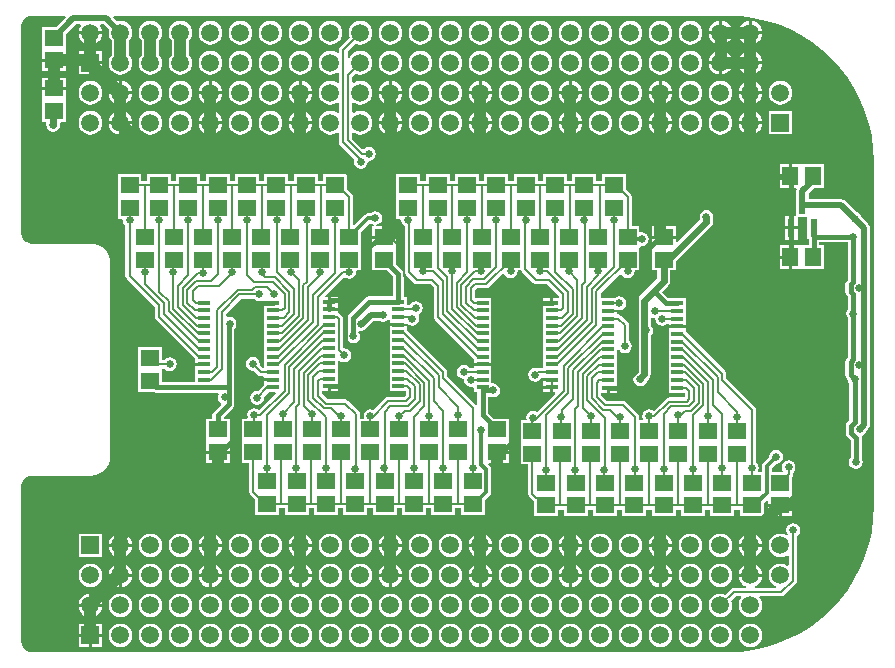
<source format=gtl>
G04*
G04 #@! TF.GenerationSoftware,Altium Limited,Altium Designer,19.1.8 (144)*
G04*
G04 Layer_Physical_Order=1*
G04 Layer_Color=255*
%FSLAX44Y44*%
%MOMM*%
G71*
G01*
G75*
%ADD14C,0.2000*%
%ADD16R,1.5240X1.3208*%
%ADD17R,0.9906X0.3048*%
%ADD18R,1.3208X1.5240*%
%ADD19R,0.6000X1.5000*%
%ADD26C,1.0000*%
%ADD27C,0.4000*%
%ADD28C,0.5000*%
%ADD29C,0.6000*%
%ADD30C,0.3000*%
%ADD31R,1.5000X1.5000*%
%ADD32C,1.5000*%
%ADD33C,0.6600*%
G36*
X255680Y279319D02*
X266353Y277914D01*
X276863Y275584D01*
X287130Y272347D01*
X297076Y268227D01*
X306625Y263256D01*
X315704Y257472D01*
X324245Y250918D01*
X332182Y243645D01*
X339455Y235709D01*
X346009Y227168D01*
X351793Y218088D01*
X356764Y208539D01*
X360883Y198594D01*
X364120Y188326D01*
X366451Y177816D01*
X367856Y167143D01*
X368304Y156872D01*
X368208Y156388D01*
X368208Y156387D01*
X368208Y156386D01*
X368329Y-135629D01*
X367856Y-146467D01*
X366451Y-157140D01*
X364120Y-167650D01*
X360883Y-177918D01*
X356764Y-187863D01*
X351793Y-197412D01*
X346009Y-206492D01*
X339455Y-215033D01*
X332182Y-222969D01*
X324245Y-230242D01*
X315704Y-236796D01*
X306625Y-242580D01*
X297076Y-247551D01*
X287130Y-251670D01*
X276863Y-254908D01*
X266353Y-257238D01*
X255680Y-258643D01*
X245409Y-259091D01*
X244925Y-258995D01*
X244924Y-258995D01*
X244924Y-258995D01*
X-237524Y-259067D01*
X-344678D01*
X-344747Y-259081D01*
X-346976Y-258787D01*
X-349118Y-257900D01*
X-350956Y-256489D01*
X-352367Y-254650D01*
X-353254Y-252509D01*
X-353548Y-250280D01*
X-353534Y-250211D01*
Y-118618D01*
X-353548Y-118549D01*
X-353254Y-116320D01*
X-352367Y-114178D01*
X-350956Y-112340D01*
X-349118Y-110929D01*
X-346976Y-110042D01*
X-344747Y-109748D01*
X-344678Y-109762D01*
X-294640D01*
Y-109768D01*
X-291411Y-109450D01*
X-288307Y-108508D01*
X-285445Y-106979D01*
X-282938Y-104920D01*
X-280879Y-102413D01*
X-279350Y-99551D01*
X-278408Y-96447D01*
X-278090Y-93218D01*
X-278096D01*
Y70104D01*
X-278090D01*
X-278408Y73333D01*
X-279350Y76437D01*
X-280879Y79299D01*
X-282938Y81806D01*
X-285445Y83865D01*
X-288307Y85394D01*
X-291411Y86336D01*
X-294640Y86654D01*
Y86648D01*
X-344678D01*
X-344747Y86634D01*
X-346976Y86928D01*
X-349118Y87815D01*
X-350956Y89226D01*
X-352367Y91065D01*
X-353254Y93206D01*
X-353548Y95435D01*
X-353534Y95504D01*
Y270844D01*
X-353548Y270913D01*
X-353254Y273142D01*
X-352367Y275283D01*
X-350956Y277122D01*
X-349118Y278533D01*
X-346976Y279420D01*
X-344747Y279713D01*
X-344678Y279700D01*
X-316265D01*
X-315779Y278526D01*
X-323988Y270318D01*
X-336002D01*
Y252476D01*
Y252459D01*
X-336042Y251206D01*
Y251206D01*
X-336042Y250857D01*
Y243332D01*
X-315722D01*
Y250856D01*
X-315722Y251206D01*
Y251206D01*
X-315762Y252459D01*
Y252476D01*
Y264124D01*
X-307584Y272302D01*
X-303795D01*
X-303233Y271163D01*
X-303770Y270463D01*
X-304782Y268021D01*
X-304959Y266670D01*
X-285041D01*
X-285218Y268021D01*
X-286230Y270463D01*
X-286767Y271163D01*
X-286205Y272302D01*
X-283712D01*
X-279352Y267942D01*
X-279686Y265400D01*
X-279343Y262789D01*
X-278335Y260357D01*
X-277165Y258832D01*
Y246568D01*
X-278335Y245043D01*
X-279343Y242610D01*
X-279686Y240000D01*
X-279343Y237390D01*
X-278335Y234957D01*
X-276732Y232868D01*
X-274643Y231265D01*
X-272211Y230257D01*
X-269600Y229914D01*
X-266989Y230257D01*
X-264557Y231265D01*
X-262468Y232868D01*
X-260865Y234957D01*
X-259857Y237390D01*
X-259514Y240000D01*
X-259857Y242610D01*
X-260865Y245043D01*
X-262035Y246568D01*
Y258832D01*
X-260865Y260357D01*
X-259857Y262789D01*
X-259514Y265400D01*
X-259857Y268011D01*
X-260865Y270443D01*
X-262468Y272532D01*
X-264557Y274135D01*
X-266989Y275143D01*
X-269600Y275486D01*
X-272142Y275152D01*
X-275517Y278526D01*
X-275031Y279700D01*
X-269568D01*
X-269568Y279700D01*
X-269568Y279700D01*
X244841Y279792D01*
X255680Y279319D01*
D02*
G37*
%LPC*%
G36*
X265070Y275359D02*
Y266670D01*
X273759D01*
X273582Y268021D01*
X272570Y270463D01*
X270961Y272561D01*
X268863Y274170D01*
X266421Y275182D01*
X265070Y275359D01*
D02*
G37*
G36*
X262530D02*
X261179Y275182D01*
X258737Y274170D01*
X256639Y272561D01*
X255030Y270463D01*
X254018Y268021D01*
X253841Y266670D01*
X262530D01*
Y275359D01*
D02*
G37*
G36*
X239670D02*
Y266670D01*
X248359D01*
X248182Y268021D01*
X247170Y270463D01*
X245561Y272561D01*
X243463Y274170D01*
X241021Y275182D01*
X239670Y275359D01*
D02*
G37*
G36*
X237130D02*
X235779Y275182D01*
X233337Y274170D01*
X231239Y272561D01*
X229630Y270463D01*
X228618Y268021D01*
X228441Y266670D01*
X237130D01*
Y275359D01*
D02*
G37*
G36*
X273759Y264130D02*
X265070D01*
Y255441D01*
X266421Y255618D01*
X268863Y256630D01*
X270961Y258239D01*
X272570Y260337D01*
X273582Y262779D01*
X273759Y264130D01*
D02*
G37*
G36*
X262530D02*
X253841D01*
X254018Y262779D01*
X255030Y260337D01*
X256639Y258239D01*
X258737Y256630D01*
X261179Y255618D01*
X262530Y255441D01*
Y264130D01*
D02*
G37*
G36*
X248359D02*
X239670D01*
Y255441D01*
X241021Y255618D01*
X243463Y256630D01*
X245561Y258239D01*
X247170Y260337D01*
X248182Y262779D01*
X248359Y264130D01*
D02*
G37*
G36*
X237130D02*
X228441D01*
X228618Y262779D01*
X229630Y260337D01*
X231239Y258239D01*
X233337Y256630D01*
X235779Y255618D01*
X237130Y255441D01*
Y264130D01*
D02*
G37*
G36*
X-285041D02*
X-293730D01*
Y255441D01*
X-292379Y255618D01*
X-289937Y256630D01*
X-287839Y258239D01*
X-286230Y260337D01*
X-285218Y262779D01*
X-285041Y264130D01*
D02*
G37*
G36*
X-296270D02*
X-304959D01*
X-304782Y262779D01*
X-303770Y260337D01*
X-302161Y258239D01*
X-300063Y256630D01*
X-297621Y255618D01*
X-296270Y255441D01*
Y264130D01*
D02*
G37*
G36*
X213000Y275486D02*
X210389Y275143D01*
X207957Y274135D01*
X205868Y272532D01*
X204265Y270443D01*
X203257Y268011D01*
X202914Y265400D01*
X203257Y262789D01*
X204265Y260357D01*
X205868Y258268D01*
X207957Y256665D01*
X210389Y255657D01*
X213000Y255314D01*
X215611Y255657D01*
X218043Y256665D01*
X220132Y258268D01*
X221735Y260357D01*
X222743Y262789D01*
X223086Y265400D01*
X222743Y268011D01*
X221735Y270443D01*
X220132Y272532D01*
X218043Y274135D01*
X215611Y275143D01*
X213000Y275486D01*
D02*
G37*
G36*
X187600D02*
X184989Y275143D01*
X182557Y274135D01*
X180468Y272532D01*
X178865Y270443D01*
X177857Y268011D01*
X177514Y265400D01*
X177857Y262789D01*
X178865Y260357D01*
X180468Y258268D01*
X182557Y256665D01*
X184989Y255657D01*
X187600Y255314D01*
X190210Y255657D01*
X192643Y256665D01*
X194732Y258268D01*
X196335Y260357D01*
X197343Y262789D01*
X197686Y265400D01*
X197343Y268011D01*
X196335Y270443D01*
X194732Y272532D01*
X192643Y274135D01*
X190210Y275143D01*
X187600Y275486D01*
D02*
G37*
G36*
X162200D02*
X159590Y275143D01*
X157157Y274135D01*
X155068Y272532D01*
X153465Y270443D01*
X152457Y268011D01*
X152114Y265400D01*
X152457Y262789D01*
X153465Y260357D01*
X155068Y258268D01*
X157157Y256665D01*
X159590Y255657D01*
X162200Y255314D01*
X164811Y255657D01*
X167243Y256665D01*
X169332Y258268D01*
X170935Y260357D01*
X171943Y262789D01*
X172286Y265400D01*
X171943Y268011D01*
X170935Y270443D01*
X169332Y272532D01*
X167243Y274135D01*
X164811Y275143D01*
X162200Y275486D01*
D02*
G37*
G36*
X136800D02*
X134190Y275143D01*
X131757Y274135D01*
X129668Y272532D01*
X128065Y270443D01*
X127057Y268011D01*
X126714Y265400D01*
X127057Y262789D01*
X128065Y260357D01*
X129668Y258268D01*
X131757Y256665D01*
X134190Y255657D01*
X136800Y255314D01*
X139410Y255657D01*
X141843Y256665D01*
X143932Y258268D01*
X145535Y260357D01*
X146543Y262789D01*
X146886Y265400D01*
X146543Y268011D01*
X145535Y270443D01*
X143932Y272532D01*
X141843Y274135D01*
X139410Y275143D01*
X136800Y275486D01*
D02*
G37*
G36*
X111400D02*
X108790Y275143D01*
X106357Y274135D01*
X104268Y272532D01*
X102665Y270443D01*
X101657Y268011D01*
X101314Y265400D01*
X101657Y262789D01*
X102665Y260357D01*
X104268Y258268D01*
X106357Y256665D01*
X108790Y255657D01*
X111400Y255314D01*
X114010Y255657D01*
X116443Y256665D01*
X118532Y258268D01*
X120135Y260357D01*
X121143Y262789D01*
X121486Y265400D01*
X121143Y268011D01*
X120135Y270443D01*
X118532Y272532D01*
X116443Y274135D01*
X114010Y275143D01*
X111400Y275486D01*
D02*
G37*
G36*
X86000D02*
X83390Y275143D01*
X80957Y274135D01*
X78868Y272532D01*
X77265Y270443D01*
X76257Y268011D01*
X75914Y265400D01*
X76257Y262789D01*
X77265Y260357D01*
X78868Y258268D01*
X80957Y256665D01*
X83390Y255657D01*
X86000Y255314D01*
X88610Y255657D01*
X91043Y256665D01*
X93132Y258268D01*
X94735Y260357D01*
X95743Y262789D01*
X96086Y265400D01*
X95743Y268011D01*
X94735Y270443D01*
X93132Y272532D01*
X91043Y274135D01*
X88610Y275143D01*
X86000Y275486D01*
D02*
G37*
G36*
X60600D02*
X57990Y275143D01*
X55557Y274135D01*
X53468Y272532D01*
X51865Y270443D01*
X50857Y268011D01*
X50514Y265400D01*
X50857Y262789D01*
X51865Y260357D01*
X53468Y258268D01*
X55557Y256665D01*
X57990Y255657D01*
X60600Y255314D01*
X63211Y255657D01*
X65643Y256665D01*
X67732Y258268D01*
X69335Y260357D01*
X70343Y262789D01*
X70686Y265400D01*
X70343Y268011D01*
X69335Y270443D01*
X67732Y272532D01*
X65643Y274135D01*
X63211Y275143D01*
X60600Y275486D01*
D02*
G37*
G36*
X35200D02*
X32589Y275143D01*
X30157Y274135D01*
X28068Y272532D01*
X26465Y270443D01*
X25457Y268011D01*
X25114Y265400D01*
X25457Y262789D01*
X26465Y260357D01*
X28068Y258268D01*
X30157Y256665D01*
X32589Y255657D01*
X35200Y255314D01*
X37810Y255657D01*
X40243Y256665D01*
X42332Y258268D01*
X43935Y260357D01*
X44943Y262789D01*
X45286Y265400D01*
X44943Y268011D01*
X43935Y270443D01*
X42332Y272532D01*
X40243Y274135D01*
X37810Y275143D01*
X35200Y275486D01*
D02*
G37*
G36*
X9800D02*
X7189Y275143D01*
X4757Y274135D01*
X2668Y272532D01*
X1065Y270443D01*
X57Y268011D01*
X-286Y265400D01*
X57Y262789D01*
X1065Y260357D01*
X2668Y258268D01*
X4757Y256665D01*
X7189Y255657D01*
X9800Y255314D01*
X12411Y255657D01*
X14843Y256665D01*
X16932Y258268D01*
X18535Y260357D01*
X19543Y262789D01*
X19886Y265400D01*
X19543Y268011D01*
X18535Y270443D01*
X16932Y272532D01*
X14843Y274135D01*
X12411Y275143D01*
X9800Y275486D01*
D02*
G37*
G36*
X-15600D02*
X-18211Y275143D01*
X-20643Y274135D01*
X-22732Y272532D01*
X-24335Y270443D01*
X-25343Y268011D01*
X-25686Y265400D01*
X-25343Y262789D01*
X-24335Y260357D01*
X-22732Y258268D01*
X-20643Y256665D01*
X-18211Y255657D01*
X-15600Y255314D01*
X-12989Y255657D01*
X-10557Y256665D01*
X-8468Y258268D01*
X-6865Y260357D01*
X-5857Y262789D01*
X-5514Y265400D01*
X-5857Y268011D01*
X-6865Y270443D01*
X-8468Y272532D01*
X-10557Y274135D01*
X-12989Y275143D01*
X-15600Y275486D01*
D02*
G37*
G36*
X-41000D02*
X-43611Y275143D01*
X-46043Y274135D01*
X-48132Y272532D01*
X-49735Y270443D01*
X-50743Y268011D01*
X-51086Y265400D01*
X-50743Y262789D01*
X-49735Y260357D01*
X-48132Y258268D01*
X-46043Y256665D01*
X-43611Y255657D01*
X-41000Y255314D01*
X-38389Y255657D01*
X-35957Y256665D01*
X-33868Y258268D01*
X-32265Y260357D01*
X-31257Y262789D01*
X-30914Y265400D01*
X-31257Y268011D01*
X-32265Y270443D01*
X-33868Y272532D01*
X-35957Y274135D01*
X-38389Y275143D01*
X-41000Y275486D01*
D02*
G37*
G36*
X-66400D02*
X-69011Y275143D01*
X-71443Y274135D01*
X-73532Y272532D01*
X-75135Y270443D01*
X-76143Y268011D01*
X-76486Y265400D01*
X-76143Y262789D01*
X-75532Y261315D01*
X-83423Y253423D01*
X-84197Y252266D01*
X-84469Y250900D01*
Y248580D01*
X-85739Y247954D01*
X-86757Y248735D01*
X-89190Y249743D01*
X-91800Y250086D01*
X-94410Y249743D01*
X-96843Y248735D01*
X-98932Y247132D01*
X-100535Y245043D01*
X-101543Y242610D01*
X-101886Y240000D01*
X-101543Y237390D01*
X-100535Y234957D01*
X-98932Y232868D01*
X-96843Y231265D01*
X-94410Y230257D01*
X-91800Y229914D01*
X-89190Y230257D01*
X-86757Y231265D01*
X-85739Y232046D01*
X-84469Y231420D01*
Y223180D01*
X-85739Y222554D01*
X-86757Y223335D01*
X-89190Y224343D01*
X-91800Y224686D01*
X-94410Y224343D01*
X-96843Y223335D01*
X-98932Y221732D01*
X-100535Y219643D01*
X-101543Y217211D01*
X-101886Y214600D01*
X-101543Y211989D01*
X-100535Y209557D01*
X-98932Y207468D01*
X-96843Y205865D01*
X-94410Y204857D01*
X-91800Y204514D01*
X-89190Y204857D01*
X-86757Y205865D01*
X-85739Y206646D01*
X-84469Y206020D01*
Y197780D01*
X-85739Y197154D01*
X-86757Y197935D01*
X-89190Y198943D01*
X-91800Y199286D01*
X-94410Y198943D01*
X-96843Y197935D01*
X-98932Y196332D01*
X-100535Y194243D01*
X-101543Y191810D01*
X-101886Y189200D01*
X-101543Y186590D01*
X-100535Y184157D01*
X-98932Y182068D01*
X-96843Y180465D01*
X-94410Y179457D01*
X-91800Y179114D01*
X-89190Y179457D01*
X-86757Y180465D01*
X-85739Y181246D01*
X-84469Y180620D01*
Y172525D01*
X-84197Y171159D01*
X-83423Y170002D01*
X-71568Y158147D01*
X-71954Y156210D01*
X-71504Y153947D01*
X-70222Y152028D01*
X-68303Y150746D01*
X-66040Y150296D01*
X-63777Y150746D01*
X-61858Y152028D01*
X-60577Y153947D01*
X-60235Y155663D01*
X-59309Y156773D01*
X-57046Y157224D01*
X-55127Y158505D01*
X-53846Y160424D01*
X-53395Y162687D01*
X-53846Y164950D01*
X-55127Y166869D01*
X-57046Y168151D01*
X-59309Y168601D01*
X-61572Y168151D01*
X-63491Y166869D01*
X-64826Y167155D01*
X-73331Y175660D01*
Y180478D01*
X-72192Y181040D01*
X-71443Y180465D01*
X-69011Y179457D01*
X-66400Y179114D01*
X-63790Y179457D01*
X-61357Y180465D01*
X-59268Y182068D01*
X-57665Y184157D01*
X-56657Y186590D01*
X-56314Y189200D01*
X-56657Y191810D01*
X-57665Y194243D01*
X-59268Y196332D01*
X-61357Y197935D01*
X-63790Y198943D01*
X-66400Y199286D01*
X-69011Y198943D01*
X-71443Y197935D01*
X-72192Y197360D01*
X-73331Y197922D01*
Y205878D01*
X-72192Y206440D01*
X-71443Y205865D01*
X-69011Y204857D01*
X-66400Y204514D01*
X-63790Y204857D01*
X-61357Y205865D01*
X-59268Y207468D01*
X-57665Y209557D01*
X-56657Y211989D01*
X-56314Y214600D01*
X-56657Y217211D01*
X-57665Y219643D01*
X-59268Y221732D01*
X-61357Y223335D01*
X-63790Y224343D01*
X-66400Y224686D01*
X-69011Y224343D01*
X-71443Y223335D01*
X-72192Y222760D01*
X-73331Y223322D01*
Y228022D01*
X-70485Y230868D01*
X-69011Y230257D01*
X-66400Y229914D01*
X-63790Y230257D01*
X-61357Y231265D01*
X-59268Y232868D01*
X-57665Y234957D01*
X-56657Y237390D01*
X-56314Y240000D01*
X-56657Y242610D01*
X-57665Y245043D01*
X-59268Y247132D01*
X-61357Y248735D01*
X-63790Y249743D01*
X-66400Y250086D01*
X-69011Y249743D01*
X-71443Y248735D01*
X-73532Y247132D01*
X-75135Y245043D01*
X-76143Y242610D01*
X-77331Y242898D01*
Y249422D01*
X-70485Y256268D01*
X-69011Y255657D01*
X-66400Y255314D01*
X-63790Y255657D01*
X-61357Y256665D01*
X-59268Y258268D01*
X-57665Y260357D01*
X-56657Y262789D01*
X-56314Y265400D01*
X-56657Y268011D01*
X-57665Y270443D01*
X-59268Y272532D01*
X-61357Y274135D01*
X-63790Y275143D01*
X-66400Y275486D01*
D02*
G37*
G36*
X-91800D02*
X-94410Y275143D01*
X-96843Y274135D01*
X-98932Y272532D01*
X-100535Y270443D01*
X-101543Y268011D01*
X-101886Y265400D01*
X-101543Y262789D01*
X-100535Y260357D01*
X-98932Y258268D01*
X-96843Y256665D01*
X-94410Y255657D01*
X-91800Y255314D01*
X-89190Y255657D01*
X-86757Y256665D01*
X-84668Y258268D01*
X-83065Y260357D01*
X-82057Y262789D01*
X-81714Y265400D01*
X-82057Y268011D01*
X-83065Y270443D01*
X-84668Y272532D01*
X-86757Y274135D01*
X-89190Y275143D01*
X-91800Y275486D01*
D02*
G37*
G36*
X-117200D02*
X-119810Y275143D01*
X-122243Y274135D01*
X-124332Y272532D01*
X-125935Y270443D01*
X-126943Y268011D01*
X-127286Y265400D01*
X-126943Y262789D01*
X-125935Y260357D01*
X-124332Y258268D01*
X-122243Y256665D01*
X-119810Y255657D01*
X-117200Y255314D01*
X-114590Y255657D01*
X-112157Y256665D01*
X-110068Y258268D01*
X-108465Y260357D01*
X-107457Y262789D01*
X-107114Y265400D01*
X-107457Y268011D01*
X-108465Y270443D01*
X-110068Y272532D01*
X-112157Y274135D01*
X-114590Y275143D01*
X-117200Y275486D01*
D02*
G37*
G36*
X-142600D02*
X-145211Y275143D01*
X-147643Y274135D01*
X-149732Y272532D01*
X-151335Y270443D01*
X-152343Y268011D01*
X-152686Y265400D01*
X-152343Y262789D01*
X-151335Y260357D01*
X-149732Y258268D01*
X-147643Y256665D01*
X-145211Y255657D01*
X-142600Y255314D01*
X-139990Y255657D01*
X-137557Y256665D01*
X-135468Y258268D01*
X-133865Y260357D01*
X-132857Y262789D01*
X-132514Y265400D01*
X-132857Y268011D01*
X-133865Y270443D01*
X-135468Y272532D01*
X-137557Y274135D01*
X-139990Y275143D01*
X-142600Y275486D01*
D02*
G37*
G36*
X-168000D02*
X-170611Y275143D01*
X-173043Y274135D01*
X-175132Y272532D01*
X-176735Y270443D01*
X-177743Y268011D01*
X-178086Y265400D01*
X-177743Y262789D01*
X-176735Y260357D01*
X-175132Y258268D01*
X-173043Y256665D01*
X-170611Y255657D01*
X-168000Y255314D01*
X-165389Y255657D01*
X-162957Y256665D01*
X-160868Y258268D01*
X-159265Y260357D01*
X-158257Y262789D01*
X-157914Y265400D01*
X-158257Y268011D01*
X-159265Y270443D01*
X-160868Y272532D01*
X-162957Y274135D01*
X-165389Y275143D01*
X-168000Y275486D01*
D02*
G37*
G36*
X-193400D02*
X-196010Y275143D01*
X-198443Y274135D01*
X-200532Y272532D01*
X-202135Y270443D01*
X-203143Y268011D01*
X-203486Y265400D01*
X-203143Y262789D01*
X-202135Y260357D01*
X-200532Y258268D01*
X-198443Y256665D01*
X-196010Y255657D01*
X-193400Y255314D01*
X-190790Y255657D01*
X-188357Y256665D01*
X-186268Y258268D01*
X-184665Y260357D01*
X-183657Y262789D01*
X-183314Y265400D01*
X-183657Y268011D01*
X-184665Y270443D01*
X-186268Y272532D01*
X-188357Y274135D01*
X-190790Y275143D01*
X-193400Y275486D01*
D02*
G37*
G36*
X265070Y249959D02*
Y241270D01*
X273759D01*
X273582Y242621D01*
X272570Y245063D01*
X270961Y247161D01*
X268863Y248770D01*
X266421Y249782D01*
X265070Y249959D01*
D02*
G37*
G36*
X262530D02*
X261179Y249782D01*
X258737Y248770D01*
X256639Y247161D01*
X255030Y245063D01*
X254018Y242621D01*
X253841Y241270D01*
X262530D01*
Y249959D01*
D02*
G37*
G36*
X239670D02*
Y241270D01*
X248359D01*
X248182Y242621D01*
X247170Y245063D01*
X245561Y247161D01*
X243463Y248770D01*
X241021Y249782D01*
X239670Y249959D01*
D02*
G37*
G36*
X237130D02*
X235779Y249782D01*
X233337Y248770D01*
X231239Y247161D01*
X229630Y245063D01*
X228618Y242621D01*
X228441Y241270D01*
X237130D01*
Y249959D01*
D02*
G37*
G36*
X-284960Y250040D02*
X-293730D01*
Y241270D01*
X-284960D01*
Y250040D01*
D02*
G37*
G36*
X-296270D02*
X-305040D01*
Y241270D01*
X-296270D01*
Y250040D01*
D02*
G37*
G36*
X-315722Y240792D02*
X-324612D01*
Y232918D01*
X-315722D01*
Y240792D01*
D02*
G37*
G36*
X-327152D02*
X-336042D01*
Y232918D01*
X-327152D01*
Y240792D01*
D02*
G37*
G36*
X273759Y238730D02*
X265070D01*
Y230041D01*
X266421Y230218D01*
X268863Y231230D01*
X270961Y232839D01*
X272570Y234937D01*
X273582Y237379D01*
X273759Y238730D01*
D02*
G37*
G36*
X262530D02*
X253841D01*
X254018Y237379D01*
X255030Y234937D01*
X256639Y232839D01*
X258737Y231230D01*
X261179Y230218D01*
X262530Y230041D01*
Y238730D01*
D02*
G37*
G36*
X248359D02*
X239670D01*
Y230041D01*
X241021Y230218D01*
X243463Y231230D01*
X245561Y232839D01*
X247170Y234937D01*
X248182Y237379D01*
X248359Y238730D01*
D02*
G37*
G36*
X237130D02*
X228441D01*
X228618Y237379D01*
X229630Y234937D01*
X231239Y232839D01*
X233337Y231230D01*
X235779Y230218D01*
X237130Y230041D01*
Y238730D01*
D02*
G37*
G36*
X-284960D02*
X-293730D01*
Y229960D01*
X-284960D01*
Y238730D01*
D02*
G37*
G36*
X-296270D02*
X-305040D01*
Y229960D01*
X-296270D01*
Y238730D01*
D02*
G37*
G36*
X213000Y250086D02*
X210389Y249743D01*
X207957Y248735D01*
X205868Y247132D01*
X204265Y245043D01*
X203257Y242610D01*
X202914Y240000D01*
X203257Y237390D01*
X204265Y234957D01*
X205868Y232868D01*
X207957Y231265D01*
X210389Y230257D01*
X213000Y229914D01*
X215611Y230257D01*
X218043Y231265D01*
X220132Y232868D01*
X221735Y234957D01*
X222743Y237390D01*
X223086Y240000D01*
X222743Y242610D01*
X221735Y245043D01*
X220132Y247132D01*
X218043Y248735D01*
X215611Y249743D01*
X213000Y250086D01*
D02*
G37*
G36*
X187600D02*
X184989Y249743D01*
X182557Y248735D01*
X180468Y247132D01*
X178865Y245043D01*
X177857Y242610D01*
X177514Y240000D01*
X177857Y237390D01*
X178865Y234957D01*
X180468Y232868D01*
X182557Y231265D01*
X184989Y230257D01*
X187600Y229914D01*
X190210Y230257D01*
X192643Y231265D01*
X194732Y232868D01*
X196335Y234957D01*
X197343Y237390D01*
X197686Y240000D01*
X197343Y242610D01*
X196335Y245043D01*
X194732Y247132D01*
X192643Y248735D01*
X190210Y249743D01*
X187600Y250086D01*
D02*
G37*
G36*
X162200D02*
X159590Y249743D01*
X157157Y248735D01*
X155068Y247132D01*
X153465Y245043D01*
X152457Y242610D01*
X152114Y240000D01*
X152457Y237390D01*
X153465Y234957D01*
X155068Y232868D01*
X157157Y231265D01*
X159590Y230257D01*
X162200Y229914D01*
X164811Y230257D01*
X167243Y231265D01*
X169332Y232868D01*
X170935Y234957D01*
X171943Y237390D01*
X172286Y240000D01*
X171943Y242610D01*
X170935Y245043D01*
X169332Y247132D01*
X167243Y248735D01*
X164811Y249743D01*
X162200Y250086D01*
D02*
G37*
G36*
X136800D02*
X134190Y249743D01*
X131757Y248735D01*
X129668Y247132D01*
X128065Y245043D01*
X127057Y242610D01*
X126714Y240000D01*
X127057Y237390D01*
X128065Y234957D01*
X129668Y232868D01*
X131757Y231265D01*
X134190Y230257D01*
X136800Y229914D01*
X139410Y230257D01*
X141843Y231265D01*
X143932Y232868D01*
X145535Y234957D01*
X146543Y237390D01*
X146886Y240000D01*
X146543Y242610D01*
X145535Y245043D01*
X143932Y247132D01*
X141843Y248735D01*
X139410Y249743D01*
X136800Y250086D01*
D02*
G37*
G36*
X111400D02*
X108790Y249743D01*
X106357Y248735D01*
X104268Y247132D01*
X102665Y245043D01*
X101657Y242610D01*
X101314Y240000D01*
X101657Y237390D01*
X102665Y234957D01*
X104268Y232868D01*
X106357Y231265D01*
X108790Y230257D01*
X111400Y229914D01*
X114010Y230257D01*
X116443Y231265D01*
X118532Y232868D01*
X120135Y234957D01*
X121143Y237390D01*
X121486Y240000D01*
X121143Y242610D01*
X120135Y245043D01*
X118532Y247132D01*
X116443Y248735D01*
X114010Y249743D01*
X111400Y250086D01*
D02*
G37*
G36*
X86000D02*
X83390Y249743D01*
X80957Y248735D01*
X78868Y247132D01*
X77265Y245043D01*
X76257Y242610D01*
X75914Y240000D01*
X76257Y237390D01*
X77265Y234957D01*
X78868Y232868D01*
X80957Y231265D01*
X83390Y230257D01*
X86000Y229914D01*
X88610Y230257D01*
X91043Y231265D01*
X93132Y232868D01*
X94735Y234957D01*
X95743Y237390D01*
X96086Y240000D01*
X95743Y242610D01*
X94735Y245043D01*
X93132Y247132D01*
X91043Y248735D01*
X88610Y249743D01*
X86000Y250086D01*
D02*
G37*
G36*
X60600D02*
X57990Y249743D01*
X55557Y248735D01*
X53468Y247132D01*
X51865Y245043D01*
X50857Y242610D01*
X50514Y240000D01*
X50857Y237390D01*
X51865Y234957D01*
X53468Y232868D01*
X55557Y231265D01*
X57990Y230257D01*
X60600Y229914D01*
X63211Y230257D01*
X65643Y231265D01*
X67732Y232868D01*
X69335Y234957D01*
X70343Y237390D01*
X70686Y240000D01*
X70343Y242610D01*
X69335Y245043D01*
X67732Y247132D01*
X65643Y248735D01*
X63211Y249743D01*
X60600Y250086D01*
D02*
G37*
G36*
X35200D02*
X32589Y249743D01*
X30157Y248735D01*
X28068Y247132D01*
X26465Y245043D01*
X25457Y242610D01*
X25114Y240000D01*
X25457Y237390D01*
X26465Y234957D01*
X28068Y232868D01*
X30157Y231265D01*
X32589Y230257D01*
X35200Y229914D01*
X37810Y230257D01*
X40243Y231265D01*
X42332Y232868D01*
X43935Y234957D01*
X44943Y237390D01*
X45286Y240000D01*
X44943Y242610D01*
X43935Y245043D01*
X42332Y247132D01*
X40243Y248735D01*
X37810Y249743D01*
X35200Y250086D01*
D02*
G37*
G36*
X9800D02*
X7189Y249743D01*
X4757Y248735D01*
X2668Y247132D01*
X1065Y245043D01*
X57Y242610D01*
X-286Y240000D01*
X57Y237390D01*
X1065Y234957D01*
X2668Y232868D01*
X4757Y231265D01*
X7189Y230257D01*
X9800Y229914D01*
X12411Y230257D01*
X14843Y231265D01*
X16932Y232868D01*
X18535Y234957D01*
X19543Y237390D01*
X19886Y240000D01*
X19543Y242610D01*
X18535Y245043D01*
X16932Y247132D01*
X14843Y248735D01*
X12411Y249743D01*
X9800Y250086D01*
D02*
G37*
G36*
X-15600D02*
X-18211Y249743D01*
X-20643Y248735D01*
X-22732Y247132D01*
X-24335Y245043D01*
X-25343Y242610D01*
X-25686Y240000D01*
X-25343Y237390D01*
X-24335Y234957D01*
X-22732Y232868D01*
X-20643Y231265D01*
X-18211Y230257D01*
X-15600Y229914D01*
X-12989Y230257D01*
X-10557Y231265D01*
X-8468Y232868D01*
X-6865Y234957D01*
X-5857Y237390D01*
X-5514Y240000D01*
X-5857Y242610D01*
X-6865Y245043D01*
X-8468Y247132D01*
X-10557Y248735D01*
X-12989Y249743D01*
X-15600Y250086D01*
D02*
G37*
G36*
X-41000D02*
X-43611Y249743D01*
X-46043Y248735D01*
X-48132Y247132D01*
X-49735Y245043D01*
X-50743Y242610D01*
X-51086Y240000D01*
X-50743Y237390D01*
X-49735Y234957D01*
X-48132Y232868D01*
X-46043Y231265D01*
X-43611Y230257D01*
X-41000Y229914D01*
X-38389Y230257D01*
X-35957Y231265D01*
X-33868Y232868D01*
X-32265Y234957D01*
X-31257Y237390D01*
X-30914Y240000D01*
X-31257Y242610D01*
X-32265Y245043D01*
X-33868Y247132D01*
X-35957Y248735D01*
X-38389Y249743D01*
X-41000Y250086D01*
D02*
G37*
G36*
X-117200D02*
X-119810Y249743D01*
X-122243Y248735D01*
X-124332Y247132D01*
X-125935Y245043D01*
X-126943Y242610D01*
X-127286Y240000D01*
X-126943Y237390D01*
X-125935Y234957D01*
X-124332Y232868D01*
X-122243Y231265D01*
X-119810Y230257D01*
X-117200Y229914D01*
X-114590Y230257D01*
X-112157Y231265D01*
X-110068Y232868D01*
X-108465Y234957D01*
X-107457Y237390D01*
X-107114Y240000D01*
X-107457Y242610D01*
X-108465Y245043D01*
X-110068Y247132D01*
X-112157Y248735D01*
X-114590Y249743D01*
X-117200Y250086D01*
D02*
G37*
G36*
X-142600D02*
X-145211Y249743D01*
X-147643Y248735D01*
X-149732Y247132D01*
X-151335Y245043D01*
X-152343Y242610D01*
X-152686Y240000D01*
X-152343Y237390D01*
X-151335Y234957D01*
X-149732Y232868D01*
X-147643Y231265D01*
X-145211Y230257D01*
X-142600Y229914D01*
X-139990Y230257D01*
X-137557Y231265D01*
X-135468Y232868D01*
X-133865Y234957D01*
X-132857Y237390D01*
X-132514Y240000D01*
X-132857Y242610D01*
X-133865Y245043D01*
X-135468Y247132D01*
X-137557Y248735D01*
X-139990Y249743D01*
X-142600Y250086D01*
D02*
G37*
G36*
X-168000D02*
X-170611Y249743D01*
X-173043Y248735D01*
X-175132Y247132D01*
X-176735Y245043D01*
X-177743Y242610D01*
X-178086Y240000D01*
X-177743Y237390D01*
X-176735Y234957D01*
X-175132Y232868D01*
X-173043Y231265D01*
X-170611Y230257D01*
X-168000Y229914D01*
X-165389Y230257D01*
X-162957Y231265D01*
X-160868Y232868D01*
X-159265Y234957D01*
X-158257Y237390D01*
X-157914Y240000D01*
X-158257Y242610D01*
X-159265Y245043D01*
X-160868Y247132D01*
X-162957Y248735D01*
X-165389Y249743D01*
X-168000Y250086D01*
D02*
G37*
G36*
X-193400D02*
X-196010Y249743D01*
X-198443Y248735D01*
X-200532Y247132D01*
X-202135Y245043D01*
X-203143Y242610D01*
X-203486Y240000D01*
X-203143Y237390D01*
X-202135Y234957D01*
X-200532Y232868D01*
X-198443Y231265D01*
X-196010Y230257D01*
X-193400Y229914D01*
X-190790Y230257D01*
X-188357Y231265D01*
X-186268Y232868D01*
X-184665Y234957D01*
X-183657Y237390D01*
X-183314Y240000D01*
X-183657Y242610D01*
X-184665Y245043D01*
X-186268Y247132D01*
X-188357Y248735D01*
X-190790Y249743D01*
X-193400Y250086D01*
D02*
G37*
G36*
X-218800Y275486D02*
X-221411Y275143D01*
X-223843Y274135D01*
X-225932Y272532D01*
X-227535Y270443D01*
X-228543Y268011D01*
X-228886Y265400D01*
X-228543Y262789D01*
X-227535Y260357D01*
X-226365Y258832D01*
Y246568D01*
X-227535Y245043D01*
X-228543Y242610D01*
X-228886Y240000D01*
X-228543Y237390D01*
X-227535Y234957D01*
X-225932Y232868D01*
X-223843Y231265D01*
X-221411Y230257D01*
X-218800Y229914D01*
X-216189Y230257D01*
X-213757Y231265D01*
X-211668Y232868D01*
X-210065Y234957D01*
X-209057Y237390D01*
X-208714Y240000D01*
X-209057Y242610D01*
X-210065Y245043D01*
X-211235Y246568D01*
Y258832D01*
X-210065Y260357D01*
X-209057Y262789D01*
X-208714Y265400D01*
X-209057Y268011D01*
X-210065Y270443D01*
X-211668Y272532D01*
X-213757Y274135D01*
X-216189Y275143D01*
X-218800Y275486D01*
D02*
G37*
G36*
X-244200D02*
X-246810Y275143D01*
X-249243Y274135D01*
X-251332Y272532D01*
X-252935Y270443D01*
X-253943Y268011D01*
X-254286Y265400D01*
X-253943Y262789D01*
X-252935Y260357D01*
X-251765Y258832D01*
Y246568D01*
X-252935Y245043D01*
X-253943Y242610D01*
X-254286Y240000D01*
X-253943Y237390D01*
X-252935Y234957D01*
X-251332Y232868D01*
X-249243Y231265D01*
X-246810Y230257D01*
X-244200Y229914D01*
X-241590Y230257D01*
X-239157Y231265D01*
X-237068Y232868D01*
X-235465Y234957D01*
X-234457Y237390D01*
X-234114Y240000D01*
X-234457Y242610D01*
X-235465Y245043D01*
X-236635Y246568D01*
Y258832D01*
X-235465Y260357D01*
X-234457Y262789D01*
X-234114Y265400D01*
X-234457Y268011D01*
X-235465Y270443D01*
X-237068Y272532D01*
X-239157Y274135D01*
X-241590Y275143D01*
X-244200Y275486D01*
D02*
G37*
G36*
X-315722Y227330D02*
X-324612D01*
Y219456D01*
X-315722D01*
Y227330D01*
D02*
G37*
G36*
X-327152D02*
X-336042D01*
Y219456D01*
X-327152D01*
Y227330D01*
D02*
G37*
G36*
X265070Y224559D02*
Y215870D01*
X273759D01*
X273582Y217221D01*
X272570Y219663D01*
X270961Y221761D01*
X268863Y223370D01*
X266421Y224382D01*
X265070Y224559D01*
D02*
G37*
G36*
X262530D02*
X261179Y224382D01*
X258737Y223370D01*
X256639Y221761D01*
X255030Y219663D01*
X254018Y217221D01*
X253841Y215870D01*
X262530D01*
Y224559D01*
D02*
G37*
G36*
X188870D02*
Y215870D01*
X197559D01*
X197382Y217221D01*
X196370Y219663D01*
X194761Y221761D01*
X192663Y223370D01*
X190221Y224382D01*
X188870Y224559D01*
D02*
G37*
G36*
X186330D02*
X184979Y224382D01*
X182537Y223370D01*
X180439Y221761D01*
X178830Y219663D01*
X177818Y217221D01*
X177641Y215870D01*
X186330D01*
Y224559D01*
D02*
G37*
G36*
X112670D02*
Y215870D01*
X121359D01*
X121182Y217221D01*
X120170Y219663D01*
X118561Y221761D01*
X116463Y223370D01*
X114021Y224382D01*
X112670Y224559D01*
D02*
G37*
G36*
X110130D02*
X108779Y224382D01*
X106337Y223370D01*
X104239Y221761D01*
X102630Y219663D01*
X101618Y217221D01*
X101441Y215870D01*
X110130D01*
Y224559D01*
D02*
G37*
G36*
X36470D02*
Y215870D01*
X45159D01*
X44982Y217221D01*
X43970Y219663D01*
X42361Y221761D01*
X40263Y223370D01*
X37821Y224382D01*
X36470Y224559D01*
D02*
G37*
G36*
X33930D02*
X32579Y224382D01*
X30137Y223370D01*
X28039Y221761D01*
X26430Y219663D01*
X25418Y217221D01*
X25241Y215870D01*
X33930D01*
Y224559D01*
D02*
G37*
G36*
X-39730D02*
Y215870D01*
X-31041D01*
X-31218Y217221D01*
X-32230Y219663D01*
X-33839Y221761D01*
X-35937Y223370D01*
X-38379Y224382D01*
X-39730Y224559D01*
D02*
G37*
G36*
X-42270D02*
X-43621Y224382D01*
X-46063Y223370D01*
X-48161Y221761D01*
X-49770Y219663D01*
X-50782Y217221D01*
X-50959Y215870D01*
X-42270D01*
Y224559D01*
D02*
G37*
G36*
X-115930D02*
Y215870D01*
X-107241D01*
X-107418Y217221D01*
X-108430Y219663D01*
X-110039Y221761D01*
X-112137Y223370D01*
X-114579Y224382D01*
X-115930Y224559D01*
D02*
G37*
G36*
X-118470D02*
X-119821Y224382D01*
X-122263Y223370D01*
X-124361Y221761D01*
X-125970Y219663D01*
X-126982Y217221D01*
X-127159Y215870D01*
X-118470D01*
Y224559D01*
D02*
G37*
G36*
X-192130D02*
Y215870D01*
X-183441D01*
X-183618Y217221D01*
X-184630Y219663D01*
X-186239Y221761D01*
X-188337Y223370D01*
X-190779Y224382D01*
X-192130Y224559D01*
D02*
G37*
G36*
X-194670D02*
X-196021Y224382D01*
X-198463Y223370D01*
X-200561Y221761D01*
X-202170Y219663D01*
X-203182Y217221D01*
X-203359Y215870D01*
X-194670D01*
Y224559D01*
D02*
G37*
G36*
X-268330D02*
Y215870D01*
X-259641D01*
X-259818Y217221D01*
X-260830Y219663D01*
X-262439Y221761D01*
X-264537Y223370D01*
X-266979Y224382D01*
X-268330Y224559D01*
D02*
G37*
G36*
X-270870D02*
X-272221Y224382D01*
X-274663Y223370D01*
X-276761Y221761D01*
X-278370Y219663D01*
X-279382Y217221D01*
X-279559Y215870D01*
X-270870D01*
Y224559D01*
D02*
G37*
G36*
X273759Y213330D02*
X265070D01*
Y204641D01*
X266421Y204818D01*
X268863Y205830D01*
X270961Y207439D01*
X272570Y209537D01*
X273582Y211979D01*
X273759Y213330D01*
D02*
G37*
G36*
X262530D02*
X253841D01*
X254018Y211979D01*
X255030Y209537D01*
X256639Y207439D01*
X258737Y205830D01*
X261179Y204818D01*
X262530Y204641D01*
Y213330D01*
D02*
G37*
G36*
X197559D02*
X188870D01*
Y204641D01*
X190221Y204818D01*
X192663Y205830D01*
X194761Y207439D01*
X196370Y209537D01*
X197382Y211979D01*
X197559Y213330D01*
D02*
G37*
G36*
X186330D02*
X177641D01*
X177818Y211979D01*
X178830Y209537D01*
X180439Y207439D01*
X182537Y205830D01*
X184979Y204818D01*
X186330Y204641D01*
Y213330D01*
D02*
G37*
G36*
X121359D02*
X112670D01*
Y204641D01*
X114021Y204818D01*
X116463Y205830D01*
X118561Y207439D01*
X120170Y209537D01*
X121182Y211979D01*
X121359Y213330D01*
D02*
G37*
G36*
X110130D02*
X101441D01*
X101618Y211979D01*
X102630Y209537D01*
X104239Y207439D01*
X106337Y205830D01*
X108779Y204818D01*
X110130Y204641D01*
Y213330D01*
D02*
G37*
G36*
X45159D02*
X36470D01*
Y204641D01*
X37821Y204818D01*
X40263Y205830D01*
X42361Y207439D01*
X43970Y209537D01*
X44982Y211979D01*
X45159Y213330D01*
D02*
G37*
G36*
X33930D02*
X25241D01*
X25418Y211979D01*
X26430Y209537D01*
X28039Y207439D01*
X30137Y205830D01*
X32579Y204818D01*
X33930Y204641D01*
Y213330D01*
D02*
G37*
G36*
X-31041D02*
X-39730D01*
Y204641D01*
X-38379Y204818D01*
X-35937Y205830D01*
X-33839Y207439D01*
X-32230Y209537D01*
X-31218Y211979D01*
X-31041Y213330D01*
D02*
G37*
G36*
X-42270D02*
X-50959D01*
X-50782Y211979D01*
X-49770Y209537D01*
X-48161Y207439D01*
X-46063Y205830D01*
X-43621Y204818D01*
X-42270Y204641D01*
Y213330D01*
D02*
G37*
G36*
X-107241D02*
X-115930D01*
Y204641D01*
X-114579Y204818D01*
X-112137Y205830D01*
X-110039Y207439D01*
X-108430Y209537D01*
X-107418Y211979D01*
X-107241Y213330D01*
D02*
G37*
G36*
X-118470D02*
X-127159D01*
X-126982Y211979D01*
X-125970Y209537D01*
X-124361Y207439D01*
X-122263Y205830D01*
X-119821Y204818D01*
X-118470Y204641D01*
Y213330D01*
D02*
G37*
G36*
X-183441D02*
X-192130D01*
Y204641D01*
X-190779Y204818D01*
X-188337Y205830D01*
X-186239Y207439D01*
X-184630Y209537D01*
X-183618Y211979D01*
X-183441Y213330D01*
D02*
G37*
G36*
X-194670D02*
X-203359D01*
X-203182Y211979D01*
X-202170Y209537D01*
X-200561Y207439D01*
X-198463Y205830D01*
X-196021Y204818D01*
X-194670Y204641D01*
Y213330D01*
D02*
G37*
G36*
X-259641D02*
X-268330D01*
Y204641D01*
X-266979Y204818D01*
X-264537Y205830D01*
X-262439Y207439D01*
X-260830Y209537D01*
X-259818Y211979D01*
X-259641Y213330D01*
D02*
G37*
G36*
X-270870D02*
X-279559D01*
X-279382Y211979D01*
X-278370Y209537D01*
X-276761Y207439D01*
X-274663Y205830D01*
X-272221Y204818D01*
X-270870Y204641D01*
Y213330D01*
D02*
G37*
G36*
X289200Y224686D02*
X286590Y224343D01*
X284157Y223335D01*
X282068Y221732D01*
X280465Y219643D01*
X279457Y217211D01*
X279114Y214600D01*
X279457Y211989D01*
X280465Y209557D01*
X282068Y207468D01*
X284157Y205865D01*
X286590Y204857D01*
X289200Y204514D01*
X291810Y204857D01*
X294243Y205865D01*
X296332Y207468D01*
X297935Y209557D01*
X298943Y211989D01*
X299286Y214600D01*
X298943Y217211D01*
X297935Y219643D01*
X296332Y221732D01*
X294243Y223335D01*
X291810Y224343D01*
X289200Y224686D01*
D02*
G37*
G36*
X238400D02*
X235790Y224343D01*
X233357Y223335D01*
X231268Y221732D01*
X229665Y219643D01*
X228657Y217211D01*
X228314Y214600D01*
X228657Y211989D01*
X229665Y209557D01*
X231268Y207468D01*
X233357Y205865D01*
X235790Y204857D01*
X238400Y204514D01*
X241010Y204857D01*
X243443Y205865D01*
X245532Y207468D01*
X247135Y209557D01*
X248143Y211989D01*
X248486Y214600D01*
X248143Y217211D01*
X247135Y219643D01*
X245532Y221732D01*
X243443Y223335D01*
X241010Y224343D01*
X238400Y224686D01*
D02*
G37*
G36*
X213000D02*
X210389Y224343D01*
X207957Y223335D01*
X205868Y221732D01*
X204265Y219643D01*
X203257Y217211D01*
X202914Y214600D01*
X203257Y211989D01*
X204265Y209557D01*
X205868Y207468D01*
X207957Y205865D01*
X210389Y204857D01*
X213000Y204514D01*
X215611Y204857D01*
X218043Y205865D01*
X220132Y207468D01*
X221735Y209557D01*
X222743Y211989D01*
X223086Y214600D01*
X222743Y217211D01*
X221735Y219643D01*
X220132Y221732D01*
X218043Y223335D01*
X215611Y224343D01*
X213000Y224686D01*
D02*
G37*
G36*
X162200D02*
X159590Y224343D01*
X157157Y223335D01*
X155068Y221732D01*
X153465Y219643D01*
X152457Y217211D01*
X152114Y214600D01*
X152457Y211989D01*
X153465Y209557D01*
X155068Y207468D01*
X157157Y205865D01*
X159590Y204857D01*
X162200Y204514D01*
X164811Y204857D01*
X167243Y205865D01*
X169332Y207468D01*
X170935Y209557D01*
X171943Y211989D01*
X172286Y214600D01*
X171943Y217211D01*
X170935Y219643D01*
X169332Y221732D01*
X167243Y223335D01*
X164811Y224343D01*
X162200Y224686D01*
D02*
G37*
G36*
X136800D02*
X134190Y224343D01*
X131757Y223335D01*
X129668Y221732D01*
X128065Y219643D01*
X127057Y217211D01*
X126714Y214600D01*
X127057Y211989D01*
X128065Y209557D01*
X129668Y207468D01*
X131757Y205865D01*
X134190Y204857D01*
X136800Y204514D01*
X139410Y204857D01*
X141843Y205865D01*
X143932Y207468D01*
X145535Y209557D01*
X146543Y211989D01*
X146886Y214600D01*
X146543Y217211D01*
X145535Y219643D01*
X143932Y221732D01*
X141843Y223335D01*
X139410Y224343D01*
X136800Y224686D01*
D02*
G37*
G36*
X86000D02*
X83390Y224343D01*
X80957Y223335D01*
X78868Y221732D01*
X77265Y219643D01*
X76257Y217211D01*
X75914Y214600D01*
X76257Y211989D01*
X77265Y209557D01*
X78868Y207468D01*
X80957Y205865D01*
X83390Y204857D01*
X86000Y204514D01*
X88610Y204857D01*
X91043Y205865D01*
X93132Y207468D01*
X94735Y209557D01*
X95743Y211989D01*
X96086Y214600D01*
X95743Y217211D01*
X94735Y219643D01*
X93132Y221732D01*
X91043Y223335D01*
X88610Y224343D01*
X86000Y224686D01*
D02*
G37*
G36*
X60600D02*
X57990Y224343D01*
X55557Y223335D01*
X53468Y221732D01*
X51865Y219643D01*
X50857Y217211D01*
X50514Y214600D01*
X50857Y211989D01*
X51865Y209557D01*
X53468Y207468D01*
X55557Y205865D01*
X57990Y204857D01*
X60600Y204514D01*
X63211Y204857D01*
X65643Y205865D01*
X67732Y207468D01*
X69335Y209557D01*
X70343Y211989D01*
X70686Y214600D01*
X70343Y217211D01*
X69335Y219643D01*
X67732Y221732D01*
X65643Y223335D01*
X63211Y224343D01*
X60600Y224686D01*
D02*
G37*
G36*
X9800D02*
X7189Y224343D01*
X4757Y223335D01*
X2668Y221732D01*
X1065Y219643D01*
X57Y217211D01*
X-286Y214600D01*
X57Y211989D01*
X1065Y209557D01*
X2668Y207468D01*
X4757Y205865D01*
X7189Y204857D01*
X9800Y204514D01*
X12411Y204857D01*
X14843Y205865D01*
X16932Y207468D01*
X18535Y209557D01*
X19543Y211989D01*
X19886Y214600D01*
X19543Y217211D01*
X18535Y219643D01*
X16932Y221732D01*
X14843Y223335D01*
X12411Y224343D01*
X9800Y224686D01*
D02*
G37*
G36*
X-15600D02*
X-18211Y224343D01*
X-20643Y223335D01*
X-22732Y221732D01*
X-24335Y219643D01*
X-25343Y217211D01*
X-25686Y214600D01*
X-25343Y211989D01*
X-24335Y209557D01*
X-22732Y207468D01*
X-20643Y205865D01*
X-18211Y204857D01*
X-15600Y204514D01*
X-12989Y204857D01*
X-10557Y205865D01*
X-8468Y207468D01*
X-6865Y209557D01*
X-5857Y211989D01*
X-5514Y214600D01*
X-5857Y217211D01*
X-6865Y219643D01*
X-8468Y221732D01*
X-10557Y223335D01*
X-12989Y224343D01*
X-15600Y224686D01*
D02*
G37*
G36*
X-142600D02*
X-145211Y224343D01*
X-147643Y223335D01*
X-149732Y221732D01*
X-151335Y219643D01*
X-152343Y217211D01*
X-152686Y214600D01*
X-152343Y211989D01*
X-151335Y209557D01*
X-149732Y207468D01*
X-147643Y205865D01*
X-145211Y204857D01*
X-142600Y204514D01*
X-139990Y204857D01*
X-137557Y205865D01*
X-135468Y207468D01*
X-133865Y209557D01*
X-132857Y211989D01*
X-132514Y214600D01*
X-132857Y217211D01*
X-133865Y219643D01*
X-135468Y221732D01*
X-137557Y223335D01*
X-139990Y224343D01*
X-142600Y224686D01*
D02*
G37*
G36*
X-168000D02*
X-170611Y224343D01*
X-173043Y223335D01*
X-175132Y221732D01*
X-176735Y219643D01*
X-177743Y217211D01*
X-178086Y214600D01*
X-177743Y211989D01*
X-176735Y209557D01*
X-175132Y207468D01*
X-173043Y205865D01*
X-170611Y204857D01*
X-168000Y204514D01*
X-165389Y204857D01*
X-162957Y205865D01*
X-160868Y207468D01*
X-159265Y209557D01*
X-158257Y211989D01*
X-157914Y214600D01*
X-158257Y217211D01*
X-159265Y219643D01*
X-160868Y221732D01*
X-162957Y223335D01*
X-165389Y224343D01*
X-168000Y224686D01*
D02*
G37*
G36*
X-218800D02*
X-221411Y224343D01*
X-223843Y223335D01*
X-225932Y221732D01*
X-227535Y219643D01*
X-228543Y217211D01*
X-228886Y214600D01*
X-228543Y211989D01*
X-227535Y209557D01*
X-225932Y207468D01*
X-223843Y205865D01*
X-221411Y204857D01*
X-218800Y204514D01*
X-216189Y204857D01*
X-213757Y205865D01*
X-211668Y207468D01*
X-210065Y209557D01*
X-209057Y211989D01*
X-208714Y214600D01*
X-209057Y217211D01*
X-210065Y219643D01*
X-211668Y221732D01*
X-213757Y223335D01*
X-216189Y224343D01*
X-218800Y224686D01*
D02*
G37*
G36*
X-244200D02*
X-246810Y224343D01*
X-249243Y223335D01*
X-251332Y221732D01*
X-252935Y219643D01*
X-253943Y217211D01*
X-254286Y214600D01*
X-253943Y211989D01*
X-252935Y209557D01*
X-251332Y207468D01*
X-249243Y205865D01*
X-246810Y204857D01*
X-244200Y204514D01*
X-241590Y204857D01*
X-239157Y205865D01*
X-237068Y207468D01*
X-235465Y209557D01*
X-234457Y211989D01*
X-234114Y214600D01*
X-234457Y217211D01*
X-235465Y219643D01*
X-237068Y221732D01*
X-239157Y223335D01*
X-241590Y224343D01*
X-244200Y224686D01*
D02*
G37*
G36*
X-295000D02*
X-297610Y224343D01*
X-300043Y223335D01*
X-302132Y221732D01*
X-303735Y219643D01*
X-304743Y217211D01*
X-305086Y214600D01*
X-304743Y211989D01*
X-303735Y209557D01*
X-302132Y207468D01*
X-300043Y205865D01*
X-297610Y204857D01*
X-295000Y204514D01*
X-292390Y204857D01*
X-289957Y205865D01*
X-287868Y207468D01*
X-286265Y209557D01*
X-285257Y211989D01*
X-284914Y214600D01*
X-285257Y217211D01*
X-286265Y219643D01*
X-287868Y221732D01*
X-289957Y223335D01*
X-292390Y224343D01*
X-295000Y224686D01*
D02*
G37*
G36*
X265070Y199159D02*
Y190470D01*
X273759D01*
X273582Y191821D01*
X272570Y194263D01*
X270961Y196361D01*
X268863Y197970D01*
X266421Y198982D01*
X265070Y199159D01*
D02*
G37*
G36*
X262530D02*
X261179Y198982D01*
X258737Y197970D01*
X256639Y196361D01*
X255030Y194263D01*
X254018Y191821D01*
X253841Y190470D01*
X262530D01*
Y199159D01*
D02*
G37*
G36*
X188870D02*
Y190470D01*
X197559D01*
X197382Y191821D01*
X196370Y194263D01*
X194761Y196361D01*
X192663Y197970D01*
X190221Y198982D01*
X188870Y199159D01*
D02*
G37*
G36*
X186330D02*
X184979Y198982D01*
X182537Y197970D01*
X180439Y196361D01*
X178830Y194263D01*
X177818Y191821D01*
X177641Y190470D01*
X186330D01*
Y199159D01*
D02*
G37*
G36*
X112670D02*
Y190470D01*
X121359D01*
X121182Y191821D01*
X120170Y194263D01*
X118561Y196361D01*
X116463Y197970D01*
X114021Y198982D01*
X112670Y199159D01*
D02*
G37*
G36*
X110130D02*
X108779Y198982D01*
X106337Y197970D01*
X104239Y196361D01*
X102630Y194263D01*
X101618Y191821D01*
X101441Y190470D01*
X110130D01*
Y199159D01*
D02*
G37*
G36*
X36470D02*
Y190470D01*
X45159D01*
X44982Y191821D01*
X43970Y194263D01*
X42361Y196361D01*
X40263Y197970D01*
X37821Y198982D01*
X36470Y199159D01*
D02*
G37*
G36*
X33930D02*
X32579Y198982D01*
X30137Y197970D01*
X28039Y196361D01*
X26430Y194263D01*
X25418Y191821D01*
X25241Y190470D01*
X33930D01*
Y199159D01*
D02*
G37*
G36*
X-39730D02*
Y190470D01*
X-31041D01*
X-31218Y191821D01*
X-32230Y194263D01*
X-33839Y196361D01*
X-35937Y197970D01*
X-38379Y198982D01*
X-39730Y199159D01*
D02*
G37*
G36*
X-42270D02*
X-43621Y198982D01*
X-46063Y197970D01*
X-48161Y196361D01*
X-49770Y194263D01*
X-50782Y191821D01*
X-50959Y190470D01*
X-42270D01*
Y199159D01*
D02*
G37*
G36*
X-115930D02*
Y190470D01*
X-107241D01*
X-107418Y191821D01*
X-108430Y194263D01*
X-110039Y196361D01*
X-112137Y197970D01*
X-114579Y198982D01*
X-115930Y199159D01*
D02*
G37*
G36*
X-118470D02*
X-119821Y198982D01*
X-122263Y197970D01*
X-124361Y196361D01*
X-125970Y194263D01*
X-126982Y191821D01*
X-127159Y190470D01*
X-118470D01*
Y199159D01*
D02*
G37*
G36*
X-192130D02*
Y190470D01*
X-183441D01*
X-183618Y191821D01*
X-184630Y194263D01*
X-186239Y196361D01*
X-188337Y197970D01*
X-190779Y198982D01*
X-192130Y199159D01*
D02*
G37*
G36*
X-194670D02*
X-196021Y198982D01*
X-198463Y197970D01*
X-200561Y196361D01*
X-202170Y194263D01*
X-203182Y191821D01*
X-203359Y190470D01*
X-194670D01*
Y199159D01*
D02*
G37*
G36*
X-268330D02*
Y190470D01*
X-259641D01*
X-259818Y191821D01*
X-260830Y194263D01*
X-262439Y196361D01*
X-264537Y197970D01*
X-266979Y198982D01*
X-268330Y199159D01*
D02*
G37*
G36*
X-270870D02*
X-272221Y198982D01*
X-274663Y197970D01*
X-276761Y196361D01*
X-278370Y194263D01*
X-279382Y191821D01*
X-279559Y190470D01*
X-270870D01*
Y199159D01*
D02*
G37*
G36*
X-315722Y216916D02*
X-336042D01*
Y209391D01*
X-336042Y209042D01*
Y209042D01*
X-336002Y207789D01*
Y207772D01*
Y189930D01*
X-333035D01*
X-332317Y188660D01*
X-332558Y187452D01*
X-332108Y185189D01*
X-330826Y183270D01*
X-328907Y181989D01*
X-326644Y181538D01*
X-324381Y181989D01*
X-322462Y183270D01*
X-321180Y185189D01*
X-320730Y187452D01*
X-320971Y188660D01*
X-320253Y189930D01*
X-315762D01*
Y207772D01*
Y207789D01*
X-315722Y209042D01*
Y209042D01*
X-315722Y209391D01*
Y216916D01*
D02*
G37*
G36*
X273759Y187930D02*
X265070D01*
Y179241D01*
X266421Y179418D01*
X268863Y180430D01*
X270961Y182039D01*
X272570Y184137D01*
X273582Y186579D01*
X273759Y187930D01*
D02*
G37*
G36*
X262530D02*
X253841D01*
X254018Y186579D01*
X255030Y184137D01*
X256639Y182039D01*
X258737Y180430D01*
X261179Y179418D01*
X262530Y179241D01*
Y187930D01*
D02*
G37*
G36*
X197559D02*
X188870D01*
Y179241D01*
X190221Y179418D01*
X192663Y180430D01*
X194761Y182039D01*
X196370Y184137D01*
X197382Y186579D01*
X197559Y187930D01*
D02*
G37*
G36*
X186330D02*
X177641D01*
X177818Y186579D01*
X178830Y184137D01*
X180439Y182039D01*
X182537Y180430D01*
X184979Y179418D01*
X186330Y179241D01*
Y187930D01*
D02*
G37*
G36*
X121359D02*
X112670D01*
Y179241D01*
X114021Y179418D01*
X116463Y180430D01*
X118561Y182039D01*
X120170Y184137D01*
X121182Y186579D01*
X121359Y187930D01*
D02*
G37*
G36*
X110130D02*
X101441D01*
X101618Y186579D01*
X102630Y184137D01*
X104239Y182039D01*
X106337Y180430D01*
X108779Y179418D01*
X110130Y179241D01*
Y187930D01*
D02*
G37*
G36*
X45159D02*
X36470D01*
Y179241D01*
X37821Y179418D01*
X40263Y180430D01*
X42361Y182039D01*
X43970Y184137D01*
X44982Y186579D01*
X45159Y187930D01*
D02*
G37*
G36*
X33930D02*
X25241D01*
X25418Y186579D01*
X26430Y184137D01*
X28039Y182039D01*
X30137Y180430D01*
X32579Y179418D01*
X33930Y179241D01*
Y187930D01*
D02*
G37*
G36*
X-31041D02*
X-39730D01*
Y179241D01*
X-38379Y179418D01*
X-35937Y180430D01*
X-33839Y182039D01*
X-32230Y184137D01*
X-31218Y186579D01*
X-31041Y187930D01*
D02*
G37*
G36*
X-42270D02*
X-50959D01*
X-50782Y186579D01*
X-49770Y184137D01*
X-48161Y182039D01*
X-46063Y180430D01*
X-43621Y179418D01*
X-42270Y179241D01*
Y187930D01*
D02*
G37*
G36*
X-107241D02*
X-115930D01*
Y179241D01*
X-114579Y179418D01*
X-112137Y180430D01*
X-110039Y182039D01*
X-108430Y184137D01*
X-107418Y186579D01*
X-107241Y187930D01*
D02*
G37*
G36*
X-118470D02*
X-127159D01*
X-126982Y186579D01*
X-125970Y184137D01*
X-124361Y182039D01*
X-122263Y180430D01*
X-119821Y179418D01*
X-118470Y179241D01*
Y187930D01*
D02*
G37*
G36*
X-183441D02*
X-192130D01*
Y179241D01*
X-190779Y179418D01*
X-188337Y180430D01*
X-186239Y182039D01*
X-184630Y184137D01*
X-183618Y186579D01*
X-183441Y187930D01*
D02*
G37*
G36*
X-194670D02*
X-203359D01*
X-203182Y186579D01*
X-202170Y184137D01*
X-200561Y182039D01*
X-198463Y180430D01*
X-196021Y179418D01*
X-194670Y179241D01*
Y187930D01*
D02*
G37*
G36*
X-259641D02*
X-268330D01*
Y179241D01*
X-266979Y179418D01*
X-264537Y180430D01*
X-262439Y182039D01*
X-260830Y184137D01*
X-259818Y186579D01*
X-259641Y187930D01*
D02*
G37*
G36*
X-270870D02*
X-279559D01*
X-279382Y186579D01*
X-278370Y184137D01*
X-276761Y182039D01*
X-274663Y180430D01*
X-272221Y179418D01*
X-270870Y179241D01*
Y187930D01*
D02*
G37*
G36*
X299200Y199200D02*
X279200D01*
Y179200D01*
X299200D01*
Y199200D01*
D02*
G37*
G36*
X238400Y199286D02*
X235790Y198943D01*
X233357Y197935D01*
X231268Y196332D01*
X229665Y194243D01*
X228657Y191810D01*
X228314Y189200D01*
X228657Y186590D01*
X229665Y184157D01*
X231268Y182068D01*
X233357Y180465D01*
X235790Y179457D01*
X238400Y179114D01*
X241010Y179457D01*
X243443Y180465D01*
X245532Y182068D01*
X247135Y184157D01*
X248143Y186590D01*
X248486Y189200D01*
X248143Y191810D01*
X247135Y194243D01*
X245532Y196332D01*
X243443Y197935D01*
X241010Y198943D01*
X238400Y199286D01*
D02*
G37*
G36*
X213000D02*
X210389Y198943D01*
X207957Y197935D01*
X205868Y196332D01*
X204265Y194243D01*
X203257Y191810D01*
X202914Y189200D01*
X203257Y186590D01*
X204265Y184157D01*
X205868Y182068D01*
X207957Y180465D01*
X210389Y179457D01*
X213000Y179114D01*
X215611Y179457D01*
X218043Y180465D01*
X220132Y182068D01*
X221735Y184157D01*
X222743Y186590D01*
X223086Y189200D01*
X222743Y191810D01*
X221735Y194243D01*
X220132Y196332D01*
X218043Y197935D01*
X215611Y198943D01*
X213000Y199286D01*
D02*
G37*
G36*
X162200D02*
X159590Y198943D01*
X157157Y197935D01*
X155068Y196332D01*
X153465Y194243D01*
X152457Y191810D01*
X152114Y189200D01*
X152457Y186590D01*
X153465Y184157D01*
X155068Y182068D01*
X157157Y180465D01*
X159590Y179457D01*
X162200Y179114D01*
X164811Y179457D01*
X167243Y180465D01*
X169332Y182068D01*
X170935Y184157D01*
X171943Y186590D01*
X172286Y189200D01*
X171943Y191810D01*
X170935Y194243D01*
X169332Y196332D01*
X167243Y197935D01*
X164811Y198943D01*
X162200Y199286D01*
D02*
G37*
G36*
X136800D02*
X134190Y198943D01*
X131757Y197935D01*
X129668Y196332D01*
X128065Y194243D01*
X127057Y191810D01*
X126714Y189200D01*
X127057Y186590D01*
X128065Y184157D01*
X129668Y182068D01*
X131757Y180465D01*
X134190Y179457D01*
X136800Y179114D01*
X139410Y179457D01*
X141843Y180465D01*
X143932Y182068D01*
X145535Y184157D01*
X146543Y186590D01*
X146886Y189200D01*
X146543Y191810D01*
X145535Y194243D01*
X143932Y196332D01*
X141843Y197935D01*
X139410Y198943D01*
X136800Y199286D01*
D02*
G37*
G36*
X86000D02*
X83390Y198943D01*
X80957Y197935D01*
X78868Y196332D01*
X77265Y194243D01*
X76257Y191810D01*
X75914Y189200D01*
X76257Y186590D01*
X77265Y184157D01*
X78868Y182068D01*
X80957Y180465D01*
X83390Y179457D01*
X86000Y179114D01*
X88610Y179457D01*
X91043Y180465D01*
X93132Y182068D01*
X94735Y184157D01*
X95743Y186590D01*
X96086Y189200D01*
X95743Y191810D01*
X94735Y194243D01*
X93132Y196332D01*
X91043Y197935D01*
X88610Y198943D01*
X86000Y199286D01*
D02*
G37*
G36*
X60600D02*
X57990Y198943D01*
X55557Y197935D01*
X53468Y196332D01*
X51865Y194243D01*
X50857Y191810D01*
X50514Y189200D01*
X50857Y186590D01*
X51865Y184157D01*
X53468Y182068D01*
X55557Y180465D01*
X57990Y179457D01*
X60600Y179114D01*
X63211Y179457D01*
X65643Y180465D01*
X67732Y182068D01*
X69335Y184157D01*
X70343Y186590D01*
X70686Y189200D01*
X70343Y191810D01*
X69335Y194243D01*
X67732Y196332D01*
X65643Y197935D01*
X63211Y198943D01*
X60600Y199286D01*
D02*
G37*
G36*
X9800D02*
X7189Y198943D01*
X4757Y197935D01*
X2668Y196332D01*
X1065Y194243D01*
X57Y191810D01*
X-286Y189200D01*
X57Y186590D01*
X1065Y184157D01*
X2668Y182068D01*
X4757Y180465D01*
X7189Y179457D01*
X9800Y179114D01*
X12411Y179457D01*
X14843Y180465D01*
X16932Y182068D01*
X18535Y184157D01*
X19543Y186590D01*
X19886Y189200D01*
X19543Y191810D01*
X18535Y194243D01*
X16932Y196332D01*
X14843Y197935D01*
X12411Y198943D01*
X9800Y199286D01*
D02*
G37*
G36*
X-15600D02*
X-18211Y198943D01*
X-20643Y197935D01*
X-22732Y196332D01*
X-24335Y194243D01*
X-25343Y191810D01*
X-25686Y189200D01*
X-25343Y186590D01*
X-24335Y184157D01*
X-22732Y182068D01*
X-20643Y180465D01*
X-18211Y179457D01*
X-15600Y179114D01*
X-12989Y179457D01*
X-10557Y180465D01*
X-8468Y182068D01*
X-6865Y184157D01*
X-5857Y186590D01*
X-5514Y189200D01*
X-5857Y191810D01*
X-6865Y194243D01*
X-8468Y196332D01*
X-10557Y197935D01*
X-12989Y198943D01*
X-15600Y199286D01*
D02*
G37*
G36*
X-142600D02*
X-145211Y198943D01*
X-147643Y197935D01*
X-149732Y196332D01*
X-151335Y194243D01*
X-152343Y191810D01*
X-152686Y189200D01*
X-152343Y186590D01*
X-151335Y184157D01*
X-149732Y182068D01*
X-147643Y180465D01*
X-145211Y179457D01*
X-142600Y179114D01*
X-139990Y179457D01*
X-137557Y180465D01*
X-135468Y182068D01*
X-133865Y184157D01*
X-132857Y186590D01*
X-132514Y189200D01*
X-132857Y191810D01*
X-133865Y194243D01*
X-135468Y196332D01*
X-137557Y197935D01*
X-139990Y198943D01*
X-142600Y199286D01*
D02*
G37*
G36*
X-168000D02*
X-170611Y198943D01*
X-173043Y197935D01*
X-175132Y196332D01*
X-176735Y194243D01*
X-177743Y191810D01*
X-178086Y189200D01*
X-177743Y186590D01*
X-176735Y184157D01*
X-175132Y182068D01*
X-173043Y180465D01*
X-170611Y179457D01*
X-168000Y179114D01*
X-165389Y179457D01*
X-162957Y180465D01*
X-160868Y182068D01*
X-159265Y184157D01*
X-158257Y186590D01*
X-157914Y189200D01*
X-158257Y191810D01*
X-159265Y194243D01*
X-160868Y196332D01*
X-162957Y197935D01*
X-165389Y198943D01*
X-168000Y199286D01*
D02*
G37*
G36*
X-218800D02*
X-221411Y198943D01*
X-223843Y197935D01*
X-225932Y196332D01*
X-227535Y194243D01*
X-228543Y191810D01*
X-228886Y189200D01*
X-228543Y186590D01*
X-227535Y184157D01*
X-225932Y182068D01*
X-223843Y180465D01*
X-221411Y179457D01*
X-218800Y179114D01*
X-216189Y179457D01*
X-213757Y180465D01*
X-211668Y182068D01*
X-210065Y184157D01*
X-209057Y186590D01*
X-208714Y189200D01*
X-209057Y191810D01*
X-210065Y194243D01*
X-211668Y196332D01*
X-213757Y197935D01*
X-216189Y198943D01*
X-218800Y199286D01*
D02*
G37*
G36*
X-244200D02*
X-246810Y198943D01*
X-249243Y197935D01*
X-251332Y196332D01*
X-252935Y194243D01*
X-253943Y191810D01*
X-254286Y189200D01*
X-253943Y186590D01*
X-252935Y184157D01*
X-251332Y182068D01*
X-249243Y180465D01*
X-246810Y179457D01*
X-244200Y179114D01*
X-241590Y179457D01*
X-239157Y180465D01*
X-237068Y182068D01*
X-235465Y184157D01*
X-234457Y186590D01*
X-234114Y189200D01*
X-234457Y191810D01*
X-235465Y194243D01*
X-237068Y196332D01*
X-239157Y197935D01*
X-241590Y198943D01*
X-244200Y199286D01*
D02*
G37*
G36*
X-295000D02*
X-297610Y198943D01*
X-300043Y197935D01*
X-302132Y196332D01*
X-303735Y194243D01*
X-304743Y191810D01*
X-305086Y189200D01*
X-304743Y186590D01*
X-303735Y184157D01*
X-302132Y182068D01*
X-300043Y180465D01*
X-297610Y179457D01*
X-295000Y179114D01*
X-292390Y179457D01*
X-289957Y180465D01*
X-287868Y182068D01*
X-286265Y184157D01*
X-285257Y186590D01*
X-284914Y189200D01*
X-285257Y191810D01*
X-286265Y194243D01*
X-287868Y196332D01*
X-289957Y197935D01*
X-292390Y198943D01*
X-295000Y199286D01*
D02*
G37*
G36*
X296418Y154432D02*
X288544D01*
Y145542D01*
X296418D01*
Y154432D01*
D02*
G37*
G36*
X158154Y145350D02*
X137914D01*
Y139815D01*
X133299D01*
Y145350D01*
X113059D01*
Y139815D01*
X108444D01*
Y145350D01*
X88204D01*
Y139815D01*
X83589D01*
Y145350D01*
X63349D01*
Y139815D01*
X58734D01*
Y145350D01*
X38494D01*
Y139815D01*
X33879D01*
Y145350D01*
X13639D01*
Y139815D01*
X9024D01*
Y145350D01*
X-11216D01*
Y139815D01*
X-15832D01*
Y145350D01*
X-36072D01*
Y127142D01*
X-36072D01*
Y126198D01*
X-36072D01*
Y107990D01*
X-32562D01*
X-31756Y107008D01*
X-31822Y106680D01*
X-31372Y104417D01*
X-30090Y102498D01*
X-29033Y101792D01*
Y63217D01*
X-30225Y62890D01*
X-31220Y64378D01*
X-36362Y69521D01*
Y81890D01*
Y81907D01*
X-36322Y83160D01*
Y83160D01*
X-36322Y83509D01*
Y91034D01*
X-56642D01*
Y83510D01*
X-56642Y83160D01*
Y83160D01*
X-56602Y81907D01*
Y81890D01*
Y64048D01*
X-43867D01*
X-39052Y59233D01*
Y42116D01*
X-59246D01*
X-61002Y41767D01*
X-62490Y40772D01*
X-76217Y27046D01*
X-77211Y25557D01*
X-77561Y23802D01*
Y10829D01*
X-77853Y10391D01*
X-78304Y8128D01*
X-77853Y5865D01*
X-76572Y3946D01*
X-74653Y2664D01*
X-72390Y2214D01*
X-70127Y2664D01*
X-68208Y3946D01*
X-66926Y5865D01*
X-66476Y8128D01*
X-66926Y10391D01*
X-68149Y12221D01*
X-68047Y12576D01*
X-67956Y12725D01*
X-67114Y13310D01*
X-65672Y13023D01*
X-63410Y13473D01*
X-61491Y14755D01*
X-60209Y16674D01*
X-60207Y16685D01*
X-55573Y21318D01*
X-50054D01*
X-49507Y20952D01*
X-47244Y20502D01*
X-44981Y20952D01*
X-43062Y22234D01*
X-43013Y22308D01*
X-42354Y22196D01*
X-41783Y21863D01*
Y19298D01*
X-34290D01*
Y16758D01*
X-41783D01*
Y13964D01*
X-41743D01*
Y7504D01*
Y1004D01*
Y-5548D01*
Y-12152D01*
Y-18502D01*
Y-25106D01*
Y-31710D01*
Y-38060D01*
X-28207D01*
Y-41702D01*
X-29672Y-43167D01*
X-42741D01*
X-44106Y-43439D01*
X-45264Y-44213D01*
X-55274Y-54223D01*
X-55649Y-53973D01*
X-57912Y-53522D01*
X-60175Y-53973D01*
X-62094Y-55254D01*
X-63376Y-57173D01*
X-63826Y-59436D01*
X-63609Y-60526D01*
X-64415Y-61508D01*
X-66789D01*
Y-57658D01*
X-67061Y-56292D01*
X-67835Y-55135D01*
X-76725Y-46245D01*
X-77882Y-45471D01*
X-79248Y-45199D01*
X-94280D01*
X-98988Y-40492D01*
Y-38100D01*
X-93948D01*
Y-34036D01*
X-92678D01*
Y-32766D01*
X-85185D01*
Y-29972D01*
X-85225D01*
Y-25106D01*
Y-18502D01*
Y-13001D01*
X-83955Y-12383D01*
X-82527Y-13338D01*
X-80264Y-13788D01*
X-78001Y-13338D01*
X-76082Y-12056D01*
X-74801Y-10137D01*
X-74350Y-7874D01*
X-74801Y-5611D01*
X-76082Y-3692D01*
X-78001Y-2411D01*
X-80264Y-1960D01*
X-81121Y-836D01*
Y22714D01*
X-81393Y24080D01*
X-82167Y25237D01*
X-83981Y27051D01*
X-85138Y27825D01*
X-85185Y27834D01*
Y29758D01*
X-92678D01*
Y32298D01*
X-85185D01*
Y33464D01*
Y36258D01*
X-92678D01*
Y37528D01*
X-93948D01*
Y41592D01*
X-95720D01*
X-96206Y42765D01*
X-80158Y58813D01*
X-80128Y58810D01*
X-78209Y57529D01*
X-75946Y57078D01*
X-73683Y57529D01*
X-71764Y58810D01*
X-70483Y60729D01*
X-70032Y62992D01*
X-70047Y63066D01*
X-69241Y64048D01*
X-66128D01*
Y82256D01*
X-66128D01*
Y83200D01*
X-66128D01*
Y96656D01*
X-59137Y103647D01*
X-58030Y104276D01*
X-56111Y102994D01*
X-54721Y102718D01*
X-54846Y101448D01*
X-56642D01*
Y93574D01*
X-47752D01*
Y101448D01*
X-52850D01*
X-52975Y102718D01*
X-51585Y102994D01*
X-49666Y104276D01*
X-48384Y106195D01*
X-47934Y108458D01*
X-48384Y110721D01*
X-49666Y112640D01*
X-51585Y113921D01*
X-53848Y114372D01*
X-56111Y113921D01*
X-58030Y112640D01*
X-58099Y112536D01*
X-60093D01*
X-61654Y112226D01*
X-62977Y111342D01*
X-62977Y111342D01*
X-71506Y102814D01*
X-72679Y103300D01*
Y126492D01*
X-72951Y127858D01*
X-73724Y129015D01*
X-77812Y133103D01*
Y145350D01*
X-98052D01*
Y139815D01*
X-102667D01*
Y145350D01*
X-122907D01*
Y139815D01*
X-127522D01*
Y145350D01*
X-147762D01*
Y139815D01*
X-152377D01*
Y145350D01*
X-172617D01*
Y139815D01*
X-177232D01*
Y145350D01*
X-197472D01*
Y139815D01*
X-202087D01*
Y145350D01*
X-222327D01*
Y139815D01*
X-226942D01*
Y145350D01*
X-247182D01*
Y139815D01*
X-251798D01*
Y145350D01*
X-272038D01*
Y127142D01*
X-272038D01*
Y126198D01*
X-272038D01*
Y107990D01*
X-268477D01*
X-267672Y107008D01*
X-267788Y106426D01*
X-267337Y104163D01*
X-266056Y102244D01*
X-265486Y101864D01*
Y59479D01*
X-265214Y58114D01*
X-264441Y56956D01*
X-240468Y32983D01*
Y24762D01*
X-240196Y23397D01*
X-239423Y22239D01*
X-206852Y-10332D01*
X-206423Y-11424D01*
X-206423Y-11424D01*
X-206423D01*
X-206423Y-11424D01*
Y-14218D01*
X-198930D01*
Y-16758D01*
X-206423D01*
Y-19552D01*
X-206383D01*
Y-26012D01*
Y-30400D01*
X-233838D01*
X-234736Y-29502D01*
Y-20686D01*
X-234736Y-20360D01*
Y-20079D01*
X-234439Y-19260D01*
X-233582Y-18809D01*
X-232429D01*
X-232020Y-19422D01*
X-230101Y-20703D01*
X-227838Y-21154D01*
X-225575Y-20703D01*
X-223656Y-19422D01*
X-222374Y-17503D01*
X-221924Y-15240D01*
X-222374Y-12977D01*
X-223656Y-11058D01*
X-225575Y-9776D01*
X-227838Y-9326D01*
X-230101Y-9776D01*
X-232020Y-11058D01*
X-232429Y-11671D01*
X-234736D01*
Y-1208D01*
X-254976D01*
Y-19090D01*
X-254976Y-19416D01*
Y-19888D01*
Y-20360D01*
X-254976Y-20686D01*
Y-38568D01*
X-242074D01*
X-241088Y-39227D01*
X-239332Y-39576D01*
X-187101D01*
X-186502Y-40696D01*
X-186819Y-41171D01*
X-187270Y-43434D01*
X-186819Y-45697D01*
X-185538Y-47616D01*
X-184626Y-48225D01*
X-184501Y-49489D01*
X-190442Y-55430D01*
X-191437Y-56918D01*
X-191786Y-58674D01*
Y-61508D01*
X-197318D01*
Y-79350D01*
Y-79367D01*
X-197358Y-80620D01*
Y-80620D01*
X-197358Y-80969D01*
Y-88494D01*
X-177038D01*
Y-80969D01*
X-177038Y-80620D01*
Y-80620D01*
X-177078Y-79367D01*
Y-79350D01*
Y-61508D01*
X-181798D01*
X-182273Y-60238D01*
X-174556Y-52520D01*
X-173561Y-51032D01*
X-173212Y-49276D01*
Y-43688D01*
Y14377D01*
X-172856Y14614D01*
X-171574Y16533D01*
X-171124Y18796D01*
X-171574Y21059D01*
X-172856Y22978D01*
X-174775Y24260D01*
X-177038Y24710D01*
X-178803Y24358D01*
X-180073Y25155D01*
Y27478D01*
X-167382Y40169D01*
X-156483D01*
X-156074Y39556D01*
X-154155Y38275D01*
X-151892Y37824D01*
X-149629Y38275D01*
X-149155Y38591D01*
X-148034Y37993D01*
Y37846D01*
X-140541D01*
Y35306D01*
X-148034D01*
Y32512D01*
X-147994D01*
Y26202D01*
Y19598D01*
Y12994D01*
Y6644D01*
Y40D01*
Y-6512D01*
Y-13012D01*
Y-17964D01*
Y-18394D01*
X-149264Y-18409D01*
X-151964Y-15709D01*
X-151820Y-14986D01*
X-152270Y-12723D01*
X-153552Y-10804D01*
X-155471Y-9523D01*
X-157734Y-9072D01*
X-159997Y-9523D01*
X-161916Y-10804D01*
X-163197Y-12723D01*
X-163648Y-14986D01*
X-163197Y-17249D01*
X-161916Y-19168D01*
X-159997Y-20450D01*
X-157734Y-20900D01*
X-157011Y-20756D01*
X-153255Y-24511D01*
X-152098Y-25285D01*
X-150732Y-25557D01*
X-148933D01*
X-148034Y-26455D01*
Y-27218D01*
X-140541D01*
Y-29758D01*
X-148034D01*
Y-32552D01*
X-148791Y-33509D01*
X-153201Y-37918D01*
X-153924Y-37774D01*
X-156187Y-38224D01*
X-158106Y-39506D01*
X-159388Y-41425D01*
X-159838Y-43688D01*
X-159388Y-45951D01*
X-158106Y-47870D01*
X-156187Y-49152D01*
X-153924Y-49602D01*
X-151661Y-49152D01*
X-149742Y-47870D01*
X-148461Y-45951D01*
X-148010Y-43688D01*
X-148154Y-42965D01*
X-144201Y-39012D01*
X-138497D01*
X-138011Y-40185D01*
X-152050Y-54224D01*
X-153947Y-52957D01*
X-156210Y-52506D01*
X-158473Y-52957D01*
X-160392Y-54238D01*
X-161674Y-56157D01*
X-162124Y-58420D01*
X-161762Y-60238D01*
X-162533Y-61508D01*
X-167092D01*
Y-79716D01*
X-167092D01*
Y-80660D01*
X-167092D01*
Y-98868D01*
X-160541D01*
Y-123952D01*
X-160269Y-125318D01*
X-159495Y-126475D01*
X-155408Y-130563D01*
Y-142810D01*
X-135168D01*
Y-137275D01*
X-130553D01*
Y-142810D01*
X-110313D01*
Y-137275D01*
X-105698D01*
Y-142810D01*
X-85458D01*
Y-137275D01*
X-80843D01*
Y-142810D01*
X-60602D01*
Y-137275D01*
X-55987D01*
Y-142810D01*
X-35747D01*
Y-137275D01*
X-31132D01*
Y-142810D01*
X-10892D01*
Y-137275D01*
X-6277D01*
Y-142810D01*
X13963D01*
Y-137275D01*
X18578D01*
Y-142810D01*
X38818D01*
Y-130526D01*
X43016Y-126328D01*
X43900Y-125005D01*
X43951Y-124746D01*
X44210Y-123444D01*
X44210Y-123444D01*
Y-104394D01*
X43900Y-102833D01*
X43016Y-101510D01*
X43016Y-101510D01*
X41587Y-100081D01*
X42073Y-98908D01*
X48006D01*
Y-89764D01*
X49276D01*
Y-88494D01*
X59436D01*
Y-80969D01*
X59436Y-80620D01*
X59436Y-80620D01*
X59396Y-79716D01*
X59396D01*
X59396Y-79716D01*
Y-61508D01*
X46661D01*
X41625Y-56472D01*
Y-42750D01*
X42895Y-42340D01*
X43965Y-43056D01*
X46228Y-43506D01*
X48491Y-43056D01*
X50410Y-41774D01*
X51691Y-39855D01*
X52142Y-37592D01*
X51691Y-35329D01*
X50410Y-33410D01*
X48491Y-32129D01*
X46228Y-31678D01*
X45471Y-31829D01*
X44489Y-31023D01*
Y-26012D01*
Y-19552D01*
X44530D01*
Y-16758D01*
X29543D01*
Y-18275D01*
X25673D01*
X25264Y-17662D01*
X23345Y-16380D01*
X21082Y-15930D01*
X18819Y-16380D01*
X16900Y-17662D01*
X15618Y-19581D01*
X15168Y-21844D01*
X15618Y-24107D01*
X16900Y-26026D01*
X18819Y-27308D01*
X21082Y-27758D01*
X21106Y-28210D01*
X21050Y-28488D01*
X21500Y-30751D01*
X22782Y-32670D01*
X24701Y-33951D01*
X26964Y-34402D01*
X28314Y-34133D01*
X29583Y-35124D01*
Y-39012D01*
X32448D01*
Y-49093D01*
X31363Y-49491D01*
X31178Y-49500D01*
X7248Y-25570D01*
Y-22222D01*
X6977Y-20857D01*
X6203Y-19699D01*
X-26367Y12872D01*
X-26797Y13964D01*
X-26797Y13964D01*
X-26797D01*
X-26797Y13964D01*
Y17595D01*
X-25527Y18274D01*
X-24759Y17760D01*
X-22496Y17310D01*
X-20233Y17760D01*
X-18314Y19042D01*
X-17033Y20961D01*
X-16582Y23224D01*
X-17033Y25487D01*
X-17129Y25631D01*
X-16779Y27140D01*
X-15376Y28076D01*
X-14095Y29995D01*
X-13644Y32258D01*
X-14095Y34521D01*
X-15376Y36440D01*
X-17295Y37722D01*
X-19558Y38172D01*
X-21821Y37722D01*
X-23740Y36440D01*
X-24971Y34597D01*
X-26837D01*
Y41552D01*
X-29876D01*
Y61134D01*
X-29908Y61295D01*
X-28761Y61690D01*
X-27987Y60533D01*
X-21065Y53611D01*
X-19908Y52837D01*
X-18542Y52565D01*
X-7320D01*
X-4502Y49747D01*
Y24762D01*
X-4230Y23397D01*
X-3457Y22239D01*
X29114Y-10332D01*
X29543Y-11424D01*
X29543Y-11424D01*
X29543D01*
X29543Y-11424D01*
Y-14218D01*
X44530D01*
Y-11424D01*
X44489D01*
Y-6512D01*
Y40D01*
Y6644D01*
Y12994D01*
Y19598D01*
Y26202D01*
Y32552D01*
Y40600D01*
X30953D01*
Y47544D01*
X32165Y48755D01*
X40050D01*
X41416Y49027D01*
X42574Y49801D01*
X54119Y61346D01*
X54790Y61142D01*
X55410Y60841D01*
X56597Y59064D01*
X58516Y57783D01*
X60778Y57332D01*
X63042Y57783D01*
X64960Y59064D01*
X66242Y60983D01*
X66692Y63246D01*
X67350Y64048D01*
X69887D01*
X70581Y63009D01*
X79979Y53611D01*
X81137Y52837D01*
X82502Y52565D01*
X91877D01*
X101734Y42709D01*
Y40640D01*
X96694D01*
Y36576D01*
X95424D01*
Y35306D01*
X87931D01*
Y32512D01*
X87971D01*
Y26202D01*
Y19598D01*
Y12994D01*
Y6644D01*
Y40D01*
Y-6512D01*
Y-13012D01*
Y-18419D01*
X83676D01*
X83115Y-18531D01*
X81534Y-18216D01*
X79271Y-18666D01*
X77352Y-19948D01*
X76070Y-21867D01*
X75620Y-24130D01*
X76070Y-26393D01*
X77352Y-28312D01*
X79271Y-29594D01*
X81534Y-30044D01*
X83797Y-29594D01*
X85716Y-28312D01*
X86662Y-26896D01*
X87723Y-27218D01*
X95424D01*
Y-29758D01*
X87931D01*
Y-32552D01*
Y-33718D01*
X95424D01*
Y-34988D01*
X96694D01*
Y-39052D01*
X98006D01*
X98492Y-40225D01*
X82993Y-55724D01*
X82273Y-55243D01*
X80010Y-54792D01*
X77747Y-55243D01*
X75828Y-56524D01*
X74546Y-58443D01*
X74096Y-60706D01*
X74313Y-61796D01*
X73507Y-62778D01*
X69128D01*
Y-80986D01*
X69128D01*
Y-81930D01*
X69128D01*
Y-100138D01*
X75679D01*
Y-125222D01*
X75951Y-126588D01*
X76725Y-127745D01*
X80812Y-131833D01*
Y-144080D01*
X101052D01*
Y-138545D01*
X105667D01*
Y-144080D01*
X125907D01*
Y-138545D01*
X130522D01*
Y-144080D01*
X150762D01*
Y-138545D01*
X155378D01*
Y-144080D01*
X175618D01*
Y-138545D01*
X180233D01*
Y-144080D01*
X200473D01*
Y-138545D01*
X205088D01*
Y-144080D01*
X225328D01*
Y-138545D01*
X229943D01*
Y-144080D01*
X250183D01*
Y-138545D01*
X254798D01*
Y-144080D01*
X275038D01*
Y-132812D01*
X277719Y-130131D01*
X278892Y-130617D01*
Y-133706D01*
X299212D01*
Y-125832D01*
X299212Y-125832D01*
X299212D01*
Y-125832D01*
X299212Y-125830D01*
X299172Y-124579D01*
Y-110510D01*
X299461Y-110078D01*
X299733Y-108712D01*
Y-107207D01*
X300346Y-106798D01*
X301628Y-104879D01*
X302078Y-102616D01*
X301628Y-100353D01*
X300346Y-98434D01*
X298427Y-97153D01*
X296164Y-96702D01*
X293901Y-97153D01*
X291982Y-98434D01*
X290700Y-100353D01*
X290250Y-102616D01*
X290700Y-104879D01*
X291182Y-105600D01*
X290583Y-106720D01*
X281700D01*
Y-103543D01*
X285628Y-99615D01*
X285750Y-99640D01*
X288013Y-99190D01*
X289932Y-97908D01*
X291213Y-95989D01*
X291664Y-93726D01*
X291213Y-91463D01*
X289932Y-89544D01*
X288013Y-88263D01*
X285750Y-87812D01*
X283487Y-88263D01*
X281568Y-89544D01*
X280287Y-91463D01*
X279836Y-93726D01*
X279861Y-93848D01*
X274738Y-98970D01*
X273854Y-100293D01*
X273803Y-100552D01*
X273544Y-101854D01*
X273544Y-101854D01*
Y-106720D01*
X270975D01*
X270424Y-105450D01*
X270836Y-103378D01*
X270385Y-101115D01*
X269104Y-99196D01*
X268487Y-98784D01*
Y-54098D01*
X268215Y-52732D01*
X267441Y-51575D01*
X243468Y-27602D01*
Y-23492D01*
X243197Y-22127D01*
X242423Y-20969D01*
X209853Y11602D01*
X209423Y12694D01*
X209423Y12694D01*
X209423D01*
X209423Y12694D01*
Y15488D01*
X194437D01*
Y12694D01*
X194477D01*
Y6234D01*
Y-266D01*
Y-6818D01*
Y-13422D01*
Y-19772D01*
Y-26376D01*
Y-32980D01*
Y-39330D01*
X208013D01*
Y-43421D01*
X195003D01*
X193638Y-43693D01*
X192480Y-44467D01*
X181910Y-55037D01*
X180317Y-53973D01*
X178054Y-53522D01*
X175791Y-53973D01*
X173872Y-55254D01*
X172591Y-57173D01*
X172140Y-59436D01*
X172553Y-61508D01*
X172001Y-62778D01*
X169431D01*
Y-59944D01*
X169159Y-58578D01*
X168385Y-57421D01*
X158479Y-47515D01*
X157322Y-46741D01*
X155956Y-46469D01*
X142448D01*
X137233Y-41254D01*
Y-39370D01*
X142272D01*
Y-35306D01*
X143542D01*
Y-34036D01*
X151035D01*
Y-31242D01*
X150995D01*
Y-26376D01*
Y-19772D01*
Y-13422D01*
Y-6818D01*
Y-3274D01*
X152265Y-2889D01*
X153298Y-4436D01*
X155217Y-5717D01*
X157480Y-6168D01*
X159743Y-5717D01*
X161662Y-4436D01*
X162943Y-2517D01*
X163394Y-254D01*
X162943Y2009D01*
X161662Y3928D01*
X161049Y4337D01*
Y17526D01*
X160777Y18892D01*
X160003Y20049D01*
X154271Y25781D01*
X153114Y26555D01*
X151748Y26827D01*
X151035D01*
Y29678D01*
X152017Y30484D01*
X152718Y30344D01*
X154981Y30794D01*
X156900Y32076D01*
X158181Y33995D01*
X158632Y36258D01*
X158181Y38521D01*
X156900Y40440D01*
X154981Y41722D01*
X152718Y42172D01*
X150455Y41722D01*
X148536Y40440D01*
X148431Y40282D01*
X136871D01*
Y45258D01*
X152987Y61374D01*
X154188Y61095D01*
X154338Y60929D01*
X155584Y59064D01*
X157503Y57783D01*
X159766Y57332D01*
X162029Y57783D01*
X163947Y59064D01*
X165229Y60983D01*
X165679Y63246D01*
X166338Y64048D01*
X169838D01*
Y82256D01*
X169838D01*
Y83200D01*
X170316Y84272D01*
X170820Y84686D01*
X171704Y84510D01*
X173967Y84960D01*
X175886Y86242D01*
X177167Y88161D01*
X177618Y90424D01*
X177167Y92687D01*
X175886Y94606D01*
X173967Y95887D01*
X171704Y96338D01*
X170820Y96162D01*
X169838Y96967D01*
Y101408D01*
X163287D01*
Y126492D01*
X163015Y127858D01*
X162242Y129015D01*
X158154Y133103D01*
Y145350D01*
D02*
G37*
G36*
X296418Y143002D02*
X288544D01*
Y134112D01*
X296418D01*
Y143002D01*
D02*
G37*
G36*
X306832Y154432D02*
X306832D01*
X305591Y154432D01*
X298958D01*
Y144272D01*
Y134112D01*
X302290D01*
X303053Y132842D01*
X302750Y131318D01*
Y129228D01*
X302348D01*
Y110268D01*
X299618D01*
Y101498D01*
X303888D01*
Y109228D01*
X311848D01*
Y90228D01*
X313014D01*
Y86202D01*
X312116Y85304D01*
X308102D01*
X308085D01*
X306832Y85344D01*
X306832D01*
X306483Y85344D01*
X298958D01*
Y75184D01*
Y65024D01*
X306483D01*
X306832Y65024D01*
X306832D01*
X308085Y65064D01*
X308102D01*
X325944D01*
Y85304D01*
X322190D01*
Y87868D01*
X346002D01*
Y55982D01*
X345494Y55475D01*
X344500Y53986D01*
X344150Y52230D01*
Y46183D01*
X344500Y44427D01*
X345494Y42938D01*
X346002Y42431D01*
Y31017D01*
X345103Y29672D01*
X344653Y27409D01*
X345103Y25146D01*
X346002Y23801D01*
Y-9412D01*
X345494Y-9919D01*
X344500Y-11407D01*
X344151Y-13163D01*
Y-24635D01*
X344500Y-26391D01*
X345494Y-27879D01*
X346273Y-28658D01*
X346581Y-30203D01*
X347456Y-31513D01*
Y-62452D01*
X345818Y-64090D01*
X344823Y-65578D01*
X344474Y-67334D01*
Y-73382D01*
X344823Y-75138D01*
X345818Y-76626D01*
X348980Y-79788D01*
Y-93795D01*
X348878Y-93862D01*
X347597Y-95781D01*
X347146Y-98044D01*
X347597Y-100307D01*
X348878Y-102226D01*
X350797Y-103507D01*
X353060Y-103958D01*
X355323Y-103507D01*
X357242Y-102226D01*
X358523Y-100307D01*
X358974Y-98044D01*
X358523Y-95781D01*
X358156Y-95231D01*
Y-77888D01*
X358026Y-77235D01*
X358625Y-75821D01*
X360544Y-74540D01*
X361825Y-72621D01*
X361954Y-71976D01*
X363449Y-70481D01*
X364554Y-68827D01*
X364618Y-68503D01*
X364942Y-66876D01*
Y100150D01*
X364618Y101777D01*
X364554Y102101D01*
X363449Y103755D01*
X357890Y109314D01*
X357761Y109959D01*
X356480Y111878D01*
X354561Y113160D01*
X353916Y113288D01*
X344371Y122833D01*
X342717Y123938D01*
X340766Y124326D01*
X313348D01*
Y129228D01*
X313348Y129228D01*
X313348D01*
X313965Y130226D01*
X317892Y134152D01*
X325944D01*
Y154392D01*
X308085D01*
X308059Y154393D01*
X306834Y154432D01*
X306832Y154432D01*
D02*
G37*
G36*
X297078Y110268D02*
X292808D01*
Y101498D01*
X297078D01*
Y110268D01*
D02*
G37*
G36*
X200406Y101448D02*
X191516D01*
Y93574D01*
X200406D01*
Y101448D01*
D02*
G37*
G36*
X188976D02*
X180086D01*
Y93574D01*
X188976D01*
Y101448D01*
D02*
G37*
G36*
X-36322D02*
X-45212D01*
Y93574D01*
X-36322D01*
Y101448D01*
D02*
G37*
G36*
X303888Y98958D02*
X299618D01*
Y90188D01*
X303888D01*
Y98958D01*
D02*
G37*
G36*
X297078D02*
X292808D01*
Y90188D01*
X297078D01*
Y98958D01*
D02*
G37*
G36*
X226568Y115388D02*
X224305Y114937D01*
X222386Y113656D01*
X221105Y111737D01*
X220654Y109474D01*
X220960Y107936D01*
Y107733D01*
X201579Y88352D01*
X200406Y88838D01*
Y91034D01*
X180086D01*
Y83160D01*
X180086Y83160D01*
X180086D01*
Y83160D01*
X180086Y83158D01*
X180126Y81907D01*
Y64048D01*
X184638D01*
Y57441D01*
X177970Y50772D01*
X169659Y42461D01*
X168443Y40642D01*
X168016Y38496D01*
Y13208D01*
Y-21405D01*
X166469Y-22952D01*
X165253Y-24771D01*
X165117Y-25459D01*
X164970Y-25677D01*
X164520Y-27940D01*
X164970Y-30203D01*
X166252Y-32122D01*
X168171Y-33403D01*
X170434Y-33854D01*
X172697Y-33403D01*
X174616Y-32122D01*
X175898Y-30203D01*
X176101Y-29181D01*
X177589Y-27693D01*
X178805Y-25873D01*
X179232Y-23728D01*
Y8547D01*
X179950Y9026D01*
X181231Y10945D01*
X181682Y13208D01*
X181231Y15471D01*
X179950Y17390D01*
X179232Y17869D01*
Y23846D01*
X180352Y24445D01*
X180577Y24295D01*
X182840Y23844D01*
X183295Y22640D01*
X183622Y20995D01*
X184904Y19076D01*
X186823Y17795D01*
X189086Y17344D01*
X191349Y17795D01*
X193167Y19009D01*
X193668Y18893D01*
X194437Y18541D01*
Y18028D01*
X209423D01*
Y20822D01*
X209383D01*
Y25734D01*
Y32234D01*
Y40282D01*
X204007D01*
X203686Y40497D01*
X201930Y40846D01*
X194384D01*
X189145Y46086D01*
X194211Y51153D01*
X195427Y52972D01*
X195854Y55118D01*
Y64048D01*
X200366D01*
Y71277D01*
X230533Y101445D01*
X231749Y103264D01*
X232176Y105410D01*
Y107936D01*
X232482Y109474D01*
X232031Y111737D01*
X230750Y113656D01*
X228831Y114937D01*
X226568Y115388D01*
D02*
G37*
G36*
X296418Y85344D02*
X288544D01*
Y76454D01*
X296418D01*
Y85344D01*
D02*
G37*
G36*
Y73914D02*
X288544D01*
Y65024D01*
X296418D01*
Y73914D01*
D02*
G37*
G36*
X-85185Y41592D02*
X-91408D01*
Y38798D01*
X-85185D01*
Y41592D01*
D02*
G37*
G36*
X94155Y40640D02*
X87931D01*
Y37846D01*
X94155D01*
Y40640D01*
D02*
G37*
G36*
X-85185Y-35306D02*
X-91408D01*
Y-38100D01*
X-85185D01*
Y-35306D01*
D02*
G37*
G36*
X94155Y-36258D02*
X87931D01*
Y-39052D01*
X94155D01*
Y-36258D01*
D02*
G37*
G36*
X151035Y-36576D02*
X144812D01*
Y-39370D01*
X151035D01*
Y-36576D01*
D02*
G37*
G36*
X59436Y-91034D02*
X50546D01*
Y-98908D01*
X59436D01*
Y-91034D01*
D02*
G37*
G36*
X-177038D02*
X-185928D01*
Y-98908D01*
X-177038D01*
Y-91034D01*
D02*
G37*
G36*
X-188468D02*
X-197358D01*
Y-98908D01*
X-188468D01*
Y-91034D01*
D02*
G37*
G36*
X299212Y-136246D02*
X290322D01*
Y-144120D01*
X299212D01*
Y-136246D01*
D02*
G37*
G36*
X287782D02*
X278892D01*
Y-144120D01*
X287782D01*
Y-136246D01*
D02*
G37*
G36*
X299974Y-149788D02*
X297711Y-150239D01*
X295792Y-151520D01*
X294510Y-153439D01*
X294060Y-155702D01*
X294510Y-157965D01*
X295476Y-159410D01*
X294537Y-160290D01*
X294243Y-160065D01*
X291810Y-159057D01*
X289200Y-158714D01*
X286590Y-159057D01*
X284157Y-160065D01*
X282068Y-161668D01*
X280465Y-163757D01*
X279457Y-166189D01*
X279114Y-168800D01*
X279457Y-171411D01*
X280465Y-173843D01*
X282068Y-175932D01*
X284157Y-177535D01*
X286590Y-178543D01*
X289200Y-178886D01*
X291810Y-178543D01*
X294243Y-177535D01*
X294992Y-176960D01*
X296131Y-177522D01*
Y-185478D01*
X294992Y-186040D01*
X294243Y-185465D01*
X291810Y-184457D01*
X289200Y-184114D01*
X286590Y-184457D01*
X284157Y-185465D01*
X282068Y-187068D01*
X280465Y-189157D01*
X279457Y-191590D01*
X279114Y-194200D01*
X279457Y-196810D01*
X280465Y-199243D01*
X282068Y-201332D01*
X284157Y-202935D01*
X285380Y-203441D01*
X285127Y-204711D01*
X267978D01*
X267725Y-203441D01*
X268863Y-202970D01*
X270961Y-201361D01*
X272570Y-199263D01*
X273582Y-196821D01*
X273759Y-195470D01*
X253841D01*
X254018Y-196821D01*
X255030Y-199263D01*
X256639Y-201361D01*
X258737Y-202970D01*
X259875Y-203441D01*
X259622Y-204711D01*
X249720D01*
X248354Y-204983D01*
X247197Y-205757D01*
X242485Y-210468D01*
X241010Y-209857D01*
X238400Y-209514D01*
X235790Y-209857D01*
X233357Y-210865D01*
X231268Y-212468D01*
X229665Y-214557D01*
X228657Y-216989D01*
X228314Y-219600D01*
X228657Y-222211D01*
X229665Y-224643D01*
X231268Y-226732D01*
X233357Y-228335D01*
X235790Y-229343D01*
X238400Y-229686D01*
X241010Y-229343D01*
X243443Y-228335D01*
X245532Y-226732D01*
X247135Y-224643D01*
X248143Y-222211D01*
X248486Y-219600D01*
X248143Y-216989D01*
X247532Y-215515D01*
X251198Y-211849D01*
X255542D01*
X256169Y-213119D01*
X255065Y-214557D01*
X254057Y-216989D01*
X253714Y-219600D01*
X254057Y-222211D01*
X255065Y-224643D01*
X256668Y-226732D01*
X258757Y-228335D01*
X261189Y-229343D01*
X263800Y-229686D01*
X266411Y-229343D01*
X268843Y-228335D01*
X270932Y-226732D01*
X272535Y-224643D01*
X273543Y-222211D01*
X273886Y-219600D01*
X273543Y-216989D01*
X272535Y-214557D01*
X271431Y-213119D01*
X272058Y-211849D01*
X289969D01*
X291335Y-211577D01*
X292493Y-210803D01*
X302223Y-201073D01*
X302997Y-199915D01*
X303269Y-198549D01*
Y-160476D01*
X304156Y-159884D01*
X305438Y-157965D01*
X305888Y-155702D01*
X305438Y-153439D01*
X304156Y-151520D01*
X302237Y-150239D01*
X299974Y-149788D01*
D02*
G37*
G36*
X265070Y-158841D02*
Y-167530D01*
X273759D01*
X273582Y-166179D01*
X272570Y-163737D01*
X270961Y-161639D01*
X268863Y-160030D01*
X266421Y-159018D01*
X265070Y-158841D01*
D02*
G37*
G36*
X262530D02*
X261179Y-159018D01*
X258737Y-160030D01*
X256639Y-161639D01*
X255030Y-163737D01*
X254018Y-166179D01*
X253841Y-167530D01*
X262530D01*
Y-158841D01*
D02*
G37*
G36*
X188870D02*
Y-167530D01*
X197559D01*
X197382Y-166179D01*
X196370Y-163737D01*
X194761Y-161639D01*
X192663Y-160030D01*
X190221Y-159018D01*
X188870Y-158841D01*
D02*
G37*
G36*
X186330D02*
X184979Y-159018D01*
X182537Y-160030D01*
X180439Y-161639D01*
X178830Y-163737D01*
X177818Y-166179D01*
X177641Y-167530D01*
X186330D01*
Y-158841D01*
D02*
G37*
G36*
X112670D02*
Y-167530D01*
X121359D01*
X121182Y-166179D01*
X120170Y-163737D01*
X118561Y-161639D01*
X116463Y-160030D01*
X114021Y-159018D01*
X112670Y-158841D01*
D02*
G37*
G36*
X110130D02*
X108779Y-159018D01*
X106337Y-160030D01*
X104239Y-161639D01*
X102630Y-163737D01*
X101618Y-166179D01*
X101441Y-167530D01*
X110130D01*
Y-158841D01*
D02*
G37*
G36*
X36470D02*
Y-167530D01*
X45159D01*
X44982Y-166179D01*
X43970Y-163737D01*
X42361Y-161639D01*
X40263Y-160030D01*
X37821Y-159018D01*
X36470Y-158841D01*
D02*
G37*
G36*
X33930D02*
X32579Y-159018D01*
X30137Y-160030D01*
X28039Y-161639D01*
X26430Y-163737D01*
X25418Y-166179D01*
X25241Y-167530D01*
X33930D01*
Y-158841D01*
D02*
G37*
G36*
X-39730D02*
Y-167530D01*
X-31041D01*
X-31218Y-166179D01*
X-32230Y-163737D01*
X-33839Y-161639D01*
X-35937Y-160030D01*
X-38379Y-159018D01*
X-39730Y-158841D01*
D02*
G37*
G36*
X-42270D02*
X-43621Y-159018D01*
X-46063Y-160030D01*
X-48161Y-161639D01*
X-49770Y-163737D01*
X-50782Y-166179D01*
X-50959Y-167530D01*
X-42270D01*
Y-158841D01*
D02*
G37*
G36*
X-115930D02*
Y-167530D01*
X-107241D01*
X-107418Y-166179D01*
X-108430Y-163737D01*
X-110039Y-161639D01*
X-112137Y-160030D01*
X-114579Y-159018D01*
X-115930Y-158841D01*
D02*
G37*
G36*
X-118470D02*
X-119821Y-159018D01*
X-122263Y-160030D01*
X-124361Y-161639D01*
X-125970Y-163737D01*
X-126982Y-166179D01*
X-127159Y-167530D01*
X-118470D01*
Y-158841D01*
D02*
G37*
G36*
X-192130D02*
Y-167530D01*
X-183441D01*
X-183618Y-166179D01*
X-184630Y-163737D01*
X-186239Y-161639D01*
X-188337Y-160030D01*
X-190779Y-159018D01*
X-192130Y-158841D01*
D02*
G37*
G36*
X-194670D02*
X-196021Y-159018D01*
X-198463Y-160030D01*
X-200561Y-161639D01*
X-202170Y-163737D01*
X-203182Y-166179D01*
X-203359Y-167530D01*
X-194670D01*
Y-158841D01*
D02*
G37*
G36*
X-268330D02*
Y-167530D01*
X-259641D01*
X-259818Y-166179D01*
X-260830Y-163737D01*
X-262439Y-161639D01*
X-264537Y-160030D01*
X-266979Y-159018D01*
X-268330Y-158841D01*
D02*
G37*
G36*
X-270870D02*
X-272221Y-159018D01*
X-274663Y-160030D01*
X-276761Y-161639D01*
X-278370Y-163737D01*
X-279382Y-166179D01*
X-279559Y-167530D01*
X-270870D01*
Y-158841D01*
D02*
G37*
G36*
X273759Y-170070D02*
X265070D01*
Y-178759D01*
X266421Y-178582D01*
X268863Y-177570D01*
X270961Y-175961D01*
X272570Y-173863D01*
X273582Y-171421D01*
X273759Y-170070D01*
D02*
G37*
G36*
X262530D02*
X253841D01*
X254018Y-171421D01*
X255030Y-173863D01*
X256639Y-175961D01*
X258737Y-177570D01*
X261179Y-178582D01*
X262530Y-178759D01*
Y-170070D01*
D02*
G37*
G36*
X197559D02*
X188870D01*
Y-178759D01*
X190221Y-178582D01*
X192663Y-177570D01*
X194761Y-175961D01*
X196370Y-173863D01*
X197382Y-171421D01*
X197559Y-170070D01*
D02*
G37*
G36*
X186330D02*
X177641D01*
X177818Y-171421D01*
X178830Y-173863D01*
X180439Y-175961D01*
X182537Y-177570D01*
X184979Y-178582D01*
X186330Y-178759D01*
Y-170070D01*
D02*
G37*
G36*
X121359D02*
X112670D01*
Y-178759D01*
X114021Y-178582D01*
X116463Y-177570D01*
X118561Y-175961D01*
X120170Y-173863D01*
X121182Y-171421D01*
X121359Y-170070D01*
D02*
G37*
G36*
X110130D02*
X101441D01*
X101618Y-171421D01*
X102630Y-173863D01*
X104239Y-175961D01*
X106337Y-177570D01*
X108779Y-178582D01*
X110130Y-178759D01*
Y-170070D01*
D02*
G37*
G36*
X45159D02*
X36470D01*
Y-178759D01*
X37821Y-178582D01*
X40263Y-177570D01*
X42361Y-175961D01*
X43970Y-173863D01*
X44982Y-171421D01*
X45159Y-170070D01*
D02*
G37*
G36*
X33930D02*
X25241D01*
X25418Y-171421D01*
X26430Y-173863D01*
X28039Y-175961D01*
X30137Y-177570D01*
X32579Y-178582D01*
X33930Y-178759D01*
Y-170070D01*
D02*
G37*
G36*
X-31041D02*
X-39730D01*
Y-178759D01*
X-38379Y-178582D01*
X-35937Y-177570D01*
X-33839Y-175961D01*
X-32230Y-173863D01*
X-31218Y-171421D01*
X-31041Y-170070D01*
D02*
G37*
G36*
X-42270D02*
X-50959D01*
X-50782Y-171421D01*
X-49770Y-173863D01*
X-48161Y-175961D01*
X-46063Y-177570D01*
X-43621Y-178582D01*
X-42270Y-178759D01*
Y-170070D01*
D02*
G37*
G36*
X-107241D02*
X-115930D01*
Y-178759D01*
X-114579Y-178582D01*
X-112137Y-177570D01*
X-110039Y-175961D01*
X-108430Y-173863D01*
X-107418Y-171421D01*
X-107241Y-170070D01*
D02*
G37*
G36*
X-118470D02*
X-127159D01*
X-126982Y-171421D01*
X-125970Y-173863D01*
X-124361Y-175961D01*
X-122263Y-177570D01*
X-119821Y-178582D01*
X-118470Y-178759D01*
Y-170070D01*
D02*
G37*
G36*
X-183441D02*
X-192130D01*
Y-178759D01*
X-190779Y-178582D01*
X-188337Y-177570D01*
X-186239Y-175961D01*
X-184630Y-173863D01*
X-183618Y-171421D01*
X-183441Y-170070D01*
D02*
G37*
G36*
X-194670D02*
X-203359D01*
X-203182Y-171421D01*
X-202170Y-173863D01*
X-200561Y-175961D01*
X-198463Y-177570D01*
X-196021Y-178582D01*
X-194670Y-178759D01*
Y-170070D01*
D02*
G37*
G36*
X-259641D02*
X-268330D01*
Y-178759D01*
X-266979Y-178582D01*
X-264537Y-177570D01*
X-262439Y-175961D01*
X-260830Y-173863D01*
X-259818Y-171421D01*
X-259641Y-170070D01*
D02*
G37*
G36*
X-270870D02*
X-279559D01*
X-279382Y-171421D01*
X-278370Y-173863D01*
X-276761Y-175961D01*
X-274663Y-177570D01*
X-272221Y-178582D01*
X-270870Y-178759D01*
Y-170070D01*
D02*
G37*
G36*
X-285000Y-158800D02*
X-305000D01*
Y-178800D01*
X-285000D01*
Y-158800D01*
D02*
G37*
G36*
X238400Y-158714D02*
X235790Y-159057D01*
X233357Y-160065D01*
X231268Y-161668D01*
X229665Y-163757D01*
X228657Y-166189D01*
X228314Y-168800D01*
X228657Y-171411D01*
X229665Y-173843D01*
X231268Y-175932D01*
X233357Y-177535D01*
X235790Y-178543D01*
X238400Y-178886D01*
X241010Y-178543D01*
X243443Y-177535D01*
X245532Y-175932D01*
X247135Y-173843D01*
X248143Y-171411D01*
X248486Y-168800D01*
X248143Y-166189D01*
X247135Y-163757D01*
X245532Y-161668D01*
X243443Y-160065D01*
X241010Y-159057D01*
X238400Y-158714D01*
D02*
G37*
G36*
X213000D02*
X210389Y-159057D01*
X207957Y-160065D01*
X205868Y-161668D01*
X204265Y-163757D01*
X203257Y-166189D01*
X202914Y-168800D01*
X203257Y-171411D01*
X204265Y-173843D01*
X205868Y-175932D01*
X207957Y-177535D01*
X210389Y-178543D01*
X213000Y-178886D01*
X215611Y-178543D01*
X218043Y-177535D01*
X220132Y-175932D01*
X221735Y-173843D01*
X222743Y-171411D01*
X223086Y-168800D01*
X222743Y-166189D01*
X221735Y-163757D01*
X220132Y-161668D01*
X218043Y-160065D01*
X215611Y-159057D01*
X213000Y-158714D01*
D02*
G37*
G36*
X162200D02*
X159590Y-159057D01*
X157157Y-160065D01*
X155068Y-161668D01*
X153465Y-163757D01*
X152457Y-166189D01*
X152114Y-168800D01*
X152457Y-171411D01*
X153465Y-173843D01*
X155068Y-175932D01*
X157157Y-177535D01*
X159590Y-178543D01*
X162200Y-178886D01*
X164811Y-178543D01*
X167243Y-177535D01*
X169332Y-175932D01*
X170935Y-173843D01*
X171943Y-171411D01*
X172286Y-168800D01*
X171943Y-166189D01*
X170935Y-163757D01*
X169332Y-161668D01*
X167243Y-160065D01*
X164811Y-159057D01*
X162200Y-158714D01*
D02*
G37*
G36*
X136800D02*
X134190Y-159057D01*
X131757Y-160065D01*
X129668Y-161668D01*
X128065Y-163757D01*
X127057Y-166189D01*
X126714Y-168800D01*
X127057Y-171411D01*
X128065Y-173843D01*
X129668Y-175932D01*
X131757Y-177535D01*
X134190Y-178543D01*
X136800Y-178886D01*
X139410Y-178543D01*
X141843Y-177535D01*
X143932Y-175932D01*
X145535Y-173843D01*
X146543Y-171411D01*
X146886Y-168800D01*
X146543Y-166189D01*
X145535Y-163757D01*
X143932Y-161668D01*
X141843Y-160065D01*
X139410Y-159057D01*
X136800Y-158714D01*
D02*
G37*
G36*
X86000D02*
X83390Y-159057D01*
X80957Y-160065D01*
X78868Y-161668D01*
X77265Y-163757D01*
X76257Y-166189D01*
X75914Y-168800D01*
X76257Y-171411D01*
X77265Y-173843D01*
X78868Y-175932D01*
X80957Y-177535D01*
X83390Y-178543D01*
X86000Y-178886D01*
X88610Y-178543D01*
X91043Y-177535D01*
X93132Y-175932D01*
X94735Y-173843D01*
X95743Y-171411D01*
X96086Y-168800D01*
X95743Y-166189D01*
X94735Y-163757D01*
X93132Y-161668D01*
X91043Y-160065D01*
X88610Y-159057D01*
X86000Y-158714D01*
D02*
G37*
G36*
X60600D02*
X57990Y-159057D01*
X55557Y-160065D01*
X53468Y-161668D01*
X51865Y-163757D01*
X50857Y-166189D01*
X50514Y-168800D01*
X50857Y-171411D01*
X51865Y-173843D01*
X53468Y-175932D01*
X55557Y-177535D01*
X57990Y-178543D01*
X60600Y-178886D01*
X63211Y-178543D01*
X65643Y-177535D01*
X67732Y-175932D01*
X69335Y-173843D01*
X70343Y-171411D01*
X70686Y-168800D01*
X70343Y-166189D01*
X69335Y-163757D01*
X67732Y-161668D01*
X65643Y-160065D01*
X63211Y-159057D01*
X60600Y-158714D01*
D02*
G37*
G36*
X9800D02*
X7189Y-159057D01*
X4757Y-160065D01*
X2668Y-161668D01*
X1065Y-163757D01*
X57Y-166189D01*
X-286Y-168800D01*
X57Y-171411D01*
X1065Y-173843D01*
X2668Y-175932D01*
X4757Y-177535D01*
X7189Y-178543D01*
X9800Y-178886D01*
X12411Y-178543D01*
X14843Y-177535D01*
X16932Y-175932D01*
X18535Y-173843D01*
X19543Y-171411D01*
X19886Y-168800D01*
X19543Y-166189D01*
X18535Y-163757D01*
X16932Y-161668D01*
X14843Y-160065D01*
X12411Y-159057D01*
X9800Y-158714D01*
D02*
G37*
G36*
X-15600D02*
X-18211Y-159057D01*
X-20643Y-160065D01*
X-22732Y-161668D01*
X-24335Y-163757D01*
X-25343Y-166189D01*
X-25686Y-168800D01*
X-25343Y-171411D01*
X-24335Y-173843D01*
X-22732Y-175932D01*
X-20643Y-177535D01*
X-18211Y-178543D01*
X-15600Y-178886D01*
X-12989Y-178543D01*
X-10557Y-177535D01*
X-8468Y-175932D01*
X-6865Y-173843D01*
X-5857Y-171411D01*
X-5514Y-168800D01*
X-5857Y-166189D01*
X-6865Y-163757D01*
X-8468Y-161668D01*
X-10557Y-160065D01*
X-12989Y-159057D01*
X-15600Y-158714D01*
D02*
G37*
G36*
X-66400D02*
X-69011Y-159057D01*
X-71443Y-160065D01*
X-73532Y-161668D01*
X-75135Y-163757D01*
X-76143Y-166189D01*
X-76486Y-168800D01*
X-76143Y-171411D01*
X-75135Y-173843D01*
X-73532Y-175932D01*
X-71443Y-177535D01*
X-69011Y-178543D01*
X-66400Y-178886D01*
X-63790Y-178543D01*
X-61357Y-177535D01*
X-59268Y-175932D01*
X-57665Y-173843D01*
X-56657Y-171411D01*
X-56314Y-168800D01*
X-56657Y-166189D01*
X-57665Y-163757D01*
X-59268Y-161668D01*
X-61357Y-160065D01*
X-63790Y-159057D01*
X-66400Y-158714D01*
D02*
G37*
G36*
X-91800D02*
X-94410Y-159057D01*
X-96843Y-160065D01*
X-98932Y-161668D01*
X-100535Y-163757D01*
X-101543Y-166189D01*
X-101886Y-168800D01*
X-101543Y-171411D01*
X-100535Y-173843D01*
X-98932Y-175932D01*
X-96843Y-177535D01*
X-94410Y-178543D01*
X-91800Y-178886D01*
X-89190Y-178543D01*
X-86757Y-177535D01*
X-84668Y-175932D01*
X-83065Y-173843D01*
X-82057Y-171411D01*
X-81714Y-168800D01*
X-82057Y-166189D01*
X-83065Y-163757D01*
X-84668Y-161668D01*
X-86757Y-160065D01*
X-89190Y-159057D01*
X-91800Y-158714D01*
D02*
G37*
G36*
X-142600D02*
X-145211Y-159057D01*
X-147643Y-160065D01*
X-149732Y-161668D01*
X-151335Y-163757D01*
X-152343Y-166189D01*
X-152686Y-168800D01*
X-152343Y-171411D01*
X-151335Y-173843D01*
X-149732Y-175932D01*
X-147643Y-177535D01*
X-145211Y-178543D01*
X-142600Y-178886D01*
X-139990Y-178543D01*
X-137557Y-177535D01*
X-135468Y-175932D01*
X-133865Y-173843D01*
X-132857Y-171411D01*
X-132514Y-168800D01*
X-132857Y-166189D01*
X-133865Y-163757D01*
X-135468Y-161668D01*
X-137557Y-160065D01*
X-139990Y-159057D01*
X-142600Y-158714D01*
D02*
G37*
G36*
X-168000D02*
X-170611Y-159057D01*
X-173043Y-160065D01*
X-175132Y-161668D01*
X-176735Y-163757D01*
X-177743Y-166189D01*
X-178086Y-168800D01*
X-177743Y-171411D01*
X-176735Y-173843D01*
X-175132Y-175932D01*
X-173043Y-177535D01*
X-170611Y-178543D01*
X-168000Y-178886D01*
X-165389Y-178543D01*
X-162957Y-177535D01*
X-160868Y-175932D01*
X-159265Y-173843D01*
X-158257Y-171411D01*
X-157914Y-168800D01*
X-158257Y-166189D01*
X-159265Y-163757D01*
X-160868Y-161668D01*
X-162957Y-160065D01*
X-165389Y-159057D01*
X-168000Y-158714D01*
D02*
G37*
G36*
X-218800D02*
X-221411Y-159057D01*
X-223843Y-160065D01*
X-225932Y-161668D01*
X-227535Y-163757D01*
X-228543Y-166189D01*
X-228886Y-168800D01*
X-228543Y-171411D01*
X-227535Y-173843D01*
X-225932Y-175932D01*
X-223843Y-177535D01*
X-221411Y-178543D01*
X-218800Y-178886D01*
X-216189Y-178543D01*
X-213757Y-177535D01*
X-211668Y-175932D01*
X-210065Y-173843D01*
X-209057Y-171411D01*
X-208714Y-168800D01*
X-209057Y-166189D01*
X-210065Y-163757D01*
X-211668Y-161668D01*
X-213757Y-160065D01*
X-216189Y-159057D01*
X-218800Y-158714D01*
D02*
G37*
G36*
X-244200D02*
X-246810Y-159057D01*
X-249243Y-160065D01*
X-251332Y-161668D01*
X-252935Y-163757D01*
X-253943Y-166189D01*
X-254286Y-168800D01*
X-253943Y-171411D01*
X-252935Y-173843D01*
X-251332Y-175932D01*
X-249243Y-177535D01*
X-246810Y-178543D01*
X-244200Y-178886D01*
X-241590Y-178543D01*
X-239157Y-177535D01*
X-237068Y-175932D01*
X-235465Y-173843D01*
X-234457Y-171411D01*
X-234114Y-168800D01*
X-234457Y-166189D01*
X-235465Y-163757D01*
X-237068Y-161668D01*
X-239157Y-160065D01*
X-241590Y-159057D01*
X-244200Y-158714D01*
D02*
G37*
G36*
X265070Y-184241D02*
Y-192930D01*
X273759D01*
X273582Y-191579D01*
X272570Y-189137D01*
X270961Y-187039D01*
X268863Y-185430D01*
X266421Y-184418D01*
X265070Y-184241D01*
D02*
G37*
G36*
X262530D02*
X261179Y-184418D01*
X258737Y-185430D01*
X256639Y-187039D01*
X255030Y-189137D01*
X254018Y-191579D01*
X253841Y-192930D01*
X262530D01*
Y-184241D01*
D02*
G37*
G36*
X188870D02*
Y-192930D01*
X197559D01*
X197382Y-191579D01*
X196370Y-189137D01*
X194761Y-187039D01*
X192663Y-185430D01*
X190221Y-184418D01*
X188870Y-184241D01*
D02*
G37*
G36*
X186330D02*
X184979Y-184418D01*
X182537Y-185430D01*
X180439Y-187039D01*
X178830Y-189137D01*
X177818Y-191579D01*
X177641Y-192930D01*
X186330D01*
Y-184241D01*
D02*
G37*
G36*
X112670D02*
Y-192930D01*
X121359D01*
X121182Y-191579D01*
X120170Y-189137D01*
X118561Y-187039D01*
X116463Y-185430D01*
X114021Y-184418D01*
X112670Y-184241D01*
D02*
G37*
G36*
X110130D02*
X108779Y-184418D01*
X106337Y-185430D01*
X104239Y-187039D01*
X102630Y-189137D01*
X101618Y-191579D01*
X101441Y-192930D01*
X110130D01*
Y-184241D01*
D02*
G37*
G36*
X36470D02*
Y-192930D01*
X45159D01*
X44982Y-191579D01*
X43970Y-189137D01*
X42361Y-187039D01*
X40263Y-185430D01*
X37821Y-184418D01*
X36470Y-184241D01*
D02*
G37*
G36*
X33930D02*
X32579Y-184418D01*
X30137Y-185430D01*
X28039Y-187039D01*
X26430Y-189137D01*
X25418Y-191579D01*
X25241Y-192930D01*
X33930D01*
Y-184241D01*
D02*
G37*
G36*
X-39730D02*
Y-192930D01*
X-31041D01*
X-31218Y-191579D01*
X-32230Y-189137D01*
X-33839Y-187039D01*
X-35937Y-185430D01*
X-38379Y-184418D01*
X-39730Y-184241D01*
D02*
G37*
G36*
X-42270D02*
X-43621Y-184418D01*
X-46063Y-185430D01*
X-48161Y-187039D01*
X-49770Y-189137D01*
X-50782Y-191579D01*
X-50959Y-192930D01*
X-42270D01*
Y-184241D01*
D02*
G37*
G36*
X-115930D02*
Y-192930D01*
X-107241D01*
X-107418Y-191579D01*
X-108430Y-189137D01*
X-110039Y-187039D01*
X-112137Y-185430D01*
X-114579Y-184418D01*
X-115930Y-184241D01*
D02*
G37*
G36*
X-118470D02*
X-119821Y-184418D01*
X-122263Y-185430D01*
X-124361Y-187039D01*
X-125970Y-189137D01*
X-126982Y-191579D01*
X-127159Y-192930D01*
X-118470D01*
Y-184241D01*
D02*
G37*
G36*
X-192130D02*
Y-192930D01*
X-183441D01*
X-183618Y-191579D01*
X-184630Y-189137D01*
X-186239Y-187039D01*
X-188337Y-185430D01*
X-190779Y-184418D01*
X-192130Y-184241D01*
D02*
G37*
G36*
X-194670D02*
X-196021Y-184418D01*
X-198463Y-185430D01*
X-200561Y-187039D01*
X-202170Y-189137D01*
X-203182Y-191579D01*
X-203359Y-192930D01*
X-194670D01*
Y-184241D01*
D02*
G37*
G36*
X-268330D02*
Y-192930D01*
X-259641D01*
X-259818Y-191579D01*
X-260830Y-189137D01*
X-262439Y-187039D01*
X-264537Y-185430D01*
X-266979Y-184418D01*
X-268330Y-184241D01*
D02*
G37*
G36*
X-270870D02*
X-272221Y-184418D01*
X-274663Y-185430D01*
X-276761Y-187039D01*
X-278370Y-189137D01*
X-279382Y-191579D01*
X-279559Y-192930D01*
X-270870D01*
Y-184241D01*
D02*
G37*
G36*
X197559Y-195470D02*
X188870D01*
Y-204159D01*
X190221Y-203982D01*
X192663Y-202970D01*
X194761Y-201361D01*
X196370Y-199263D01*
X197382Y-196821D01*
X197559Y-195470D01*
D02*
G37*
G36*
X186330D02*
X177641D01*
X177818Y-196821D01*
X178830Y-199263D01*
X180439Y-201361D01*
X182537Y-202970D01*
X184979Y-203982D01*
X186330Y-204159D01*
Y-195470D01*
D02*
G37*
G36*
X121359D02*
X112670D01*
Y-204159D01*
X114021Y-203982D01*
X116463Y-202970D01*
X118561Y-201361D01*
X120170Y-199263D01*
X121182Y-196821D01*
X121359Y-195470D01*
D02*
G37*
G36*
X110130D02*
X101441D01*
X101618Y-196821D01*
X102630Y-199263D01*
X104239Y-201361D01*
X106337Y-202970D01*
X108779Y-203982D01*
X110130Y-204159D01*
Y-195470D01*
D02*
G37*
G36*
X45159D02*
X36470D01*
Y-204159D01*
X37821Y-203982D01*
X40263Y-202970D01*
X42361Y-201361D01*
X43970Y-199263D01*
X44982Y-196821D01*
X45159Y-195470D01*
D02*
G37*
G36*
X33930D02*
X25241D01*
X25418Y-196821D01*
X26430Y-199263D01*
X28039Y-201361D01*
X30137Y-202970D01*
X32579Y-203982D01*
X33930Y-204159D01*
Y-195470D01*
D02*
G37*
G36*
X-31041D02*
X-39730D01*
Y-204159D01*
X-38379Y-203982D01*
X-35937Y-202970D01*
X-33839Y-201361D01*
X-32230Y-199263D01*
X-31218Y-196821D01*
X-31041Y-195470D01*
D02*
G37*
G36*
X-42270D02*
X-50959D01*
X-50782Y-196821D01*
X-49770Y-199263D01*
X-48161Y-201361D01*
X-46063Y-202970D01*
X-43621Y-203982D01*
X-42270Y-204159D01*
Y-195470D01*
D02*
G37*
G36*
X-107241D02*
X-115930D01*
Y-204159D01*
X-114579Y-203982D01*
X-112137Y-202970D01*
X-110039Y-201361D01*
X-108430Y-199263D01*
X-107418Y-196821D01*
X-107241Y-195470D01*
D02*
G37*
G36*
X-118470D02*
X-127159D01*
X-126982Y-196821D01*
X-125970Y-199263D01*
X-124361Y-201361D01*
X-122263Y-202970D01*
X-119821Y-203982D01*
X-118470Y-204159D01*
Y-195470D01*
D02*
G37*
G36*
X-183441D02*
X-192130D01*
Y-204159D01*
X-190779Y-203982D01*
X-188337Y-202970D01*
X-186239Y-201361D01*
X-184630Y-199263D01*
X-183618Y-196821D01*
X-183441Y-195470D01*
D02*
G37*
G36*
X-194670D02*
X-203359D01*
X-203182Y-196821D01*
X-202170Y-199263D01*
X-200561Y-201361D01*
X-198463Y-202970D01*
X-196021Y-203982D01*
X-194670Y-204159D01*
Y-195470D01*
D02*
G37*
G36*
X-259641D02*
X-268330D01*
Y-204159D01*
X-266979Y-203982D01*
X-264537Y-202970D01*
X-262439Y-201361D01*
X-260830Y-199263D01*
X-259818Y-196821D01*
X-259641Y-195470D01*
D02*
G37*
G36*
X-270870D02*
X-279559D01*
X-279382Y-196821D01*
X-278370Y-199263D01*
X-276761Y-201361D01*
X-274663Y-202970D01*
X-272221Y-203982D01*
X-270870Y-204159D01*
Y-195470D01*
D02*
G37*
G36*
X238400Y-184114D02*
X235790Y-184457D01*
X233357Y-185465D01*
X231268Y-187068D01*
X229665Y-189157D01*
X228657Y-191590D01*
X228314Y-194200D01*
X228657Y-196810D01*
X229665Y-199243D01*
X231268Y-201332D01*
X233357Y-202935D01*
X235790Y-203943D01*
X238400Y-204286D01*
X241010Y-203943D01*
X243443Y-202935D01*
X245532Y-201332D01*
X247135Y-199243D01*
X248143Y-196810D01*
X248486Y-194200D01*
X248143Y-191590D01*
X247135Y-189157D01*
X245532Y-187068D01*
X243443Y-185465D01*
X241010Y-184457D01*
X238400Y-184114D01*
D02*
G37*
G36*
X213000D02*
X210389Y-184457D01*
X207957Y-185465D01*
X205868Y-187068D01*
X204265Y-189157D01*
X203257Y-191590D01*
X202914Y-194200D01*
X203257Y-196810D01*
X204265Y-199243D01*
X205868Y-201332D01*
X207957Y-202935D01*
X210389Y-203943D01*
X213000Y-204286D01*
X215611Y-203943D01*
X218043Y-202935D01*
X220132Y-201332D01*
X221735Y-199243D01*
X222743Y-196810D01*
X223086Y-194200D01*
X222743Y-191590D01*
X221735Y-189157D01*
X220132Y-187068D01*
X218043Y-185465D01*
X215611Y-184457D01*
X213000Y-184114D01*
D02*
G37*
G36*
X162200D02*
X159590Y-184457D01*
X157157Y-185465D01*
X155068Y-187068D01*
X153465Y-189157D01*
X152457Y-191590D01*
X152114Y-194200D01*
X152457Y-196810D01*
X153465Y-199243D01*
X155068Y-201332D01*
X157157Y-202935D01*
X159590Y-203943D01*
X162200Y-204286D01*
X164811Y-203943D01*
X167243Y-202935D01*
X169332Y-201332D01*
X170935Y-199243D01*
X171943Y-196810D01*
X172286Y-194200D01*
X171943Y-191590D01*
X170935Y-189157D01*
X169332Y-187068D01*
X167243Y-185465D01*
X164811Y-184457D01*
X162200Y-184114D01*
D02*
G37*
G36*
X136800D02*
X134190Y-184457D01*
X131757Y-185465D01*
X129668Y-187068D01*
X128065Y-189157D01*
X127057Y-191590D01*
X126714Y-194200D01*
X127057Y-196810D01*
X128065Y-199243D01*
X129668Y-201332D01*
X131757Y-202935D01*
X134190Y-203943D01*
X136800Y-204286D01*
X139410Y-203943D01*
X141843Y-202935D01*
X143932Y-201332D01*
X145535Y-199243D01*
X146543Y-196810D01*
X146886Y-194200D01*
X146543Y-191590D01*
X145535Y-189157D01*
X143932Y-187068D01*
X141843Y-185465D01*
X139410Y-184457D01*
X136800Y-184114D01*
D02*
G37*
G36*
X86000D02*
X83390Y-184457D01*
X80957Y-185465D01*
X78868Y-187068D01*
X77265Y-189157D01*
X76257Y-191590D01*
X75914Y-194200D01*
X76257Y-196810D01*
X77265Y-199243D01*
X78868Y-201332D01*
X80957Y-202935D01*
X83390Y-203943D01*
X86000Y-204286D01*
X88610Y-203943D01*
X91043Y-202935D01*
X93132Y-201332D01*
X94735Y-199243D01*
X95743Y-196810D01*
X96086Y-194200D01*
X95743Y-191590D01*
X94735Y-189157D01*
X93132Y-187068D01*
X91043Y-185465D01*
X88610Y-184457D01*
X86000Y-184114D01*
D02*
G37*
G36*
X60600D02*
X57990Y-184457D01*
X55557Y-185465D01*
X53468Y-187068D01*
X51865Y-189157D01*
X50857Y-191590D01*
X50514Y-194200D01*
X50857Y-196810D01*
X51865Y-199243D01*
X53468Y-201332D01*
X55557Y-202935D01*
X57990Y-203943D01*
X60600Y-204286D01*
X63211Y-203943D01*
X65643Y-202935D01*
X67732Y-201332D01*
X69335Y-199243D01*
X70343Y-196810D01*
X70686Y-194200D01*
X70343Y-191590D01*
X69335Y-189157D01*
X67732Y-187068D01*
X65643Y-185465D01*
X63211Y-184457D01*
X60600Y-184114D01*
D02*
G37*
G36*
X9800D02*
X7189Y-184457D01*
X4757Y-185465D01*
X2668Y-187068D01*
X1065Y-189157D01*
X57Y-191590D01*
X-286Y-194200D01*
X57Y-196810D01*
X1065Y-199243D01*
X2668Y-201332D01*
X4757Y-202935D01*
X7189Y-203943D01*
X9800Y-204286D01*
X12411Y-203943D01*
X14843Y-202935D01*
X16932Y-201332D01*
X18535Y-199243D01*
X19543Y-196810D01*
X19886Y-194200D01*
X19543Y-191590D01*
X18535Y-189157D01*
X16932Y-187068D01*
X14843Y-185465D01*
X12411Y-184457D01*
X9800Y-184114D01*
D02*
G37*
G36*
X-15600D02*
X-18211Y-184457D01*
X-20643Y-185465D01*
X-22732Y-187068D01*
X-24335Y-189157D01*
X-25343Y-191590D01*
X-25686Y-194200D01*
X-25343Y-196810D01*
X-24335Y-199243D01*
X-22732Y-201332D01*
X-20643Y-202935D01*
X-18211Y-203943D01*
X-15600Y-204286D01*
X-12989Y-203943D01*
X-10557Y-202935D01*
X-8468Y-201332D01*
X-6865Y-199243D01*
X-5857Y-196810D01*
X-5514Y-194200D01*
X-5857Y-191590D01*
X-6865Y-189157D01*
X-8468Y-187068D01*
X-10557Y-185465D01*
X-12989Y-184457D01*
X-15600Y-184114D01*
D02*
G37*
G36*
X-66400D02*
X-69011Y-184457D01*
X-71443Y-185465D01*
X-73532Y-187068D01*
X-75135Y-189157D01*
X-76143Y-191590D01*
X-76486Y-194200D01*
X-76143Y-196810D01*
X-75135Y-199243D01*
X-73532Y-201332D01*
X-71443Y-202935D01*
X-69011Y-203943D01*
X-66400Y-204286D01*
X-63790Y-203943D01*
X-61357Y-202935D01*
X-59268Y-201332D01*
X-57665Y-199243D01*
X-56657Y-196810D01*
X-56314Y-194200D01*
X-56657Y-191590D01*
X-57665Y-189157D01*
X-59268Y-187068D01*
X-61357Y-185465D01*
X-63790Y-184457D01*
X-66400Y-184114D01*
D02*
G37*
G36*
X-91800D02*
X-94410Y-184457D01*
X-96843Y-185465D01*
X-98932Y-187068D01*
X-100535Y-189157D01*
X-101543Y-191590D01*
X-101886Y-194200D01*
X-101543Y-196810D01*
X-100535Y-199243D01*
X-98932Y-201332D01*
X-96843Y-202935D01*
X-94410Y-203943D01*
X-91800Y-204286D01*
X-89190Y-203943D01*
X-86757Y-202935D01*
X-84668Y-201332D01*
X-83065Y-199243D01*
X-82057Y-196810D01*
X-81714Y-194200D01*
X-82057Y-191590D01*
X-83065Y-189157D01*
X-84668Y-187068D01*
X-86757Y-185465D01*
X-89190Y-184457D01*
X-91800Y-184114D01*
D02*
G37*
G36*
X-142600D02*
X-145211Y-184457D01*
X-147643Y-185465D01*
X-149732Y-187068D01*
X-151335Y-189157D01*
X-152343Y-191590D01*
X-152686Y-194200D01*
X-152343Y-196810D01*
X-151335Y-199243D01*
X-149732Y-201332D01*
X-147643Y-202935D01*
X-145211Y-203943D01*
X-142600Y-204286D01*
X-139990Y-203943D01*
X-137557Y-202935D01*
X-135468Y-201332D01*
X-133865Y-199243D01*
X-132857Y-196810D01*
X-132514Y-194200D01*
X-132857Y-191590D01*
X-133865Y-189157D01*
X-135468Y-187068D01*
X-137557Y-185465D01*
X-139990Y-184457D01*
X-142600Y-184114D01*
D02*
G37*
G36*
X-168000D02*
X-170611Y-184457D01*
X-173043Y-185465D01*
X-175132Y-187068D01*
X-176735Y-189157D01*
X-177743Y-191590D01*
X-178086Y-194200D01*
X-177743Y-196810D01*
X-176735Y-199243D01*
X-175132Y-201332D01*
X-173043Y-202935D01*
X-170611Y-203943D01*
X-168000Y-204286D01*
X-165389Y-203943D01*
X-162957Y-202935D01*
X-160868Y-201332D01*
X-159265Y-199243D01*
X-158257Y-196810D01*
X-157914Y-194200D01*
X-158257Y-191590D01*
X-159265Y-189157D01*
X-160868Y-187068D01*
X-162957Y-185465D01*
X-165389Y-184457D01*
X-168000Y-184114D01*
D02*
G37*
G36*
X-218800D02*
X-221411Y-184457D01*
X-223843Y-185465D01*
X-225932Y-187068D01*
X-227535Y-189157D01*
X-228543Y-191590D01*
X-228886Y-194200D01*
X-228543Y-196810D01*
X-227535Y-199243D01*
X-225932Y-201332D01*
X-223843Y-202935D01*
X-221411Y-203943D01*
X-218800Y-204286D01*
X-216189Y-203943D01*
X-213757Y-202935D01*
X-211668Y-201332D01*
X-210065Y-199243D01*
X-209057Y-196810D01*
X-208714Y-194200D01*
X-209057Y-191590D01*
X-210065Y-189157D01*
X-211668Y-187068D01*
X-213757Y-185465D01*
X-216189Y-184457D01*
X-218800Y-184114D01*
D02*
G37*
G36*
X-244200D02*
X-246810Y-184457D01*
X-249243Y-185465D01*
X-251332Y-187068D01*
X-252935Y-189157D01*
X-253943Y-191590D01*
X-254286Y-194200D01*
X-253943Y-196810D01*
X-252935Y-199243D01*
X-251332Y-201332D01*
X-249243Y-202935D01*
X-246810Y-203943D01*
X-244200Y-204286D01*
X-241590Y-203943D01*
X-239157Y-202935D01*
X-237068Y-201332D01*
X-235465Y-199243D01*
X-234457Y-196810D01*
X-234114Y-194200D01*
X-234457Y-191590D01*
X-235465Y-189157D01*
X-237068Y-187068D01*
X-239157Y-185465D01*
X-241590Y-184457D01*
X-244200Y-184114D01*
D02*
G37*
G36*
X-295000D02*
X-297610Y-184457D01*
X-300043Y-185465D01*
X-302132Y-187068D01*
X-303735Y-189157D01*
X-304743Y-191590D01*
X-305086Y-194200D01*
X-304743Y-196810D01*
X-303735Y-199243D01*
X-302132Y-201332D01*
X-300043Y-202935D01*
X-297610Y-203943D01*
X-295000Y-204286D01*
X-292390Y-203943D01*
X-289957Y-202935D01*
X-287868Y-201332D01*
X-286265Y-199243D01*
X-285257Y-196810D01*
X-284914Y-194200D01*
X-285257Y-191590D01*
X-286265Y-189157D01*
X-287868Y-187068D01*
X-289957Y-185465D01*
X-292390Y-184457D01*
X-295000Y-184114D01*
D02*
G37*
G36*
X-293730Y-209641D02*
Y-218330D01*
X-285041D01*
X-285218Y-216979D01*
X-286230Y-214537D01*
X-287839Y-212439D01*
X-289937Y-210830D01*
X-292379Y-209818D01*
X-293730Y-209641D01*
D02*
G37*
G36*
X-296270D02*
X-297621Y-209818D01*
X-300063Y-210830D01*
X-302161Y-212439D01*
X-303770Y-214537D01*
X-304782Y-216979D01*
X-304959Y-218330D01*
X-296270D01*
Y-209641D01*
D02*
G37*
G36*
X-285041Y-220870D02*
X-293730D01*
Y-229559D01*
X-292379Y-229382D01*
X-289937Y-228370D01*
X-287839Y-226761D01*
X-286230Y-224663D01*
X-285218Y-222221D01*
X-285041Y-220870D01*
D02*
G37*
G36*
X-296270D02*
X-304959D01*
X-304782Y-222221D01*
X-303770Y-224663D01*
X-302161Y-226761D01*
X-300063Y-228370D01*
X-297621Y-229382D01*
X-296270Y-229559D01*
Y-220870D01*
D02*
G37*
G36*
X213000Y-209514D02*
X210389Y-209857D01*
X207957Y-210865D01*
X205868Y-212468D01*
X204265Y-214557D01*
X203257Y-216989D01*
X202914Y-219600D01*
X203257Y-222211D01*
X204265Y-224643D01*
X205868Y-226732D01*
X207957Y-228335D01*
X210389Y-229343D01*
X213000Y-229686D01*
X215611Y-229343D01*
X218043Y-228335D01*
X220132Y-226732D01*
X221735Y-224643D01*
X222743Y-222211D01*
X223086Y-219600D01*
X222743Y-216989D01*
X221735Y-214557D01*
X220132Y-212468D01*
X218043Y-210865D01*
X215611Y-209857D01*
X213000Y-209514D01*
D02*
G37*
G36*
X187600D02*
X184989Y-209857D01*
X182557Y-210865D01*
X180468Y-212468D01*
X178865Y-214557D01*
X177857Y-216989D01*
X177514Y-219600D01*
X177857Y-222211D01*
X178865Y-224643D01*
X180468Y-226732D01*
X182557Y-228335D01*
X184989Y-229343D01*
X187600Y-229686D01*
X190210Y-229343D01*
X192643Y-228335D01*
X194732Y-226732D01*
X196335Y-224643D01*
X197343Y-222211D01*
X197686Y-219600D01*
X197343Y-216989D01*
X196335Y-214557D01*
X194732Y-212468D01*
X192643Y-210865D01*
X190210Y-209857D01*
X187600Y-209514D01*
D02*
G37*
G36*
X162200D02*
X159590Y-209857D01*
X157157Y-210865D01*
X155068Y-212468D01*
X153465Y-214557D01*
X152457Y-216989D01*
X152114Y-219600D01*
X152457Y-222211D01*
X153465Y-224643D01*
X155068Y-226732D01*
X157157Y-228335D01*
X159590Y-229343D01*
X162200Y-229686D01*
X164811Y-229343D01*
X167243Y-228335D01*
X169332Y-226732D01*
X170935Y-224643D01*
X171943Y-222211D01*
X172286Y-219600D01*
X171943Y-216989D01*
X170935Y-214557D01*
X169332Y-212468D01*
X167243Y-210865D01*
X164811Y-209857D01*
X162200Y-209514D01*
D02*
G37*
G36*
X136800D02*
X134190Y-209857D01*
X131757Y-210865D01*
X129668Y-212468D01*
X128065Y-214557D01*
X127057Y-216989D01*
X126714Y-219600D01*
X127057Y-222211D01*
X128065Y-224643D01*
X129668Y-226732D01*
X131757Y-228335D01*
X134190Y-229343D01*
X136800Y-229686D01*
X139410Y-229343D01*
X141843Y-228335D01*
X143932Y-226732D01*
X145535Y-224643D01*
X146543Y-222211D01*
X146886Y-219600D01*
X146543Y-216989D01*
X145535Y-214557D01*
X143932Y-212468D01*
X141843Y-210865D01*
X139410Y-209857D01*
X136800Y-209514D01*
D02*
G37*
G36*
X111400D02*
X108790Y-209857D01*
X106357Y-210865D01*
X104268Y-212468D01*
X102665Y-214557D01*
X101657Y-216989D01*
X101314Y-219600D01*
X101657Y-222211D01*
X102665Y-224643D01*
X104268Y-226732D01*
X106357Y-228335D01*
X108790Y-229343D01*
X111400Y-229686D01*
X114010Y-229343D01*
X116443Y-228335D01*
X118532Y-226732D01*
X120135Y-224643D01*
X121143Y-222211D01*
X121486Y-219600D01*
X121143Y-216989D01*
X120135Y-214557D01*
X118532Y-212468D01*
X116443Y-210865D01*
X114010Y-209857D01*
X111400Y-209514D01*
D02*
G37*
G36*
X86000D02*
X83390Y-209857D01*
X80957Y-210865D01*
X78868Y-212468D01*
X77265Y-214557D01*
X76257Y-216989D01*
X75914Y-219600D01*
X76257Y-222211D01*
X77265Y-224643D01*
X78868Y-226732D01*
X80957Y-228335D01*
X83390Y-229343D01*
X86000Y-229686D01*
X88610Y-229343D01*
X91043Y-228335D01*
X93132Y-226732D01*
X94735Y-224643D01*
X95743Y-222211D01*
X96086Y-219600D01*
X95743Y-216989D01*
X94735Y-214557D01*
X93132Y-212468D01*
X91043Y-210865D01*
X88610Y-209857D01*
X86000Y-209514D01*
D02*
G37*
G36*
X60600D02*
X57990Y-209857D01*
X55557Y-210865D01*
X53468Y-212468D01*
X51865Y-214557D01*
X50857Y-216989D01*
X50514Y-219600D01*
X50857Y-222211D01*
X51865Y-224643D01*
X53468Y-226732D01*
X55557Y-228335D01*
X57990Y-229343D01*
X60600Y-229686D01*
X63211Y-229343D01*
X65643Y-228335D01*
X67732Y-226732D01*
X69335Y-224643D01*
X70343Y-222211D01*
X70686Y-219600D01*
X70343Y-216989D01*
X69335Y-214557D01*
X67732Y-212468D01*
X65643Y-210865D01*
X63211Y-209857D01*
X60600Y-209514D01*
D02*
G37*
G36*
X35200D02*
X32589Y-209857D01*
X30157Y-210865D01*
X28068Y-212468D01*
X26465Y-214557D01*
X25457Y-216989D01*
X25114Y-219600D01*
X25457Y-222211D01*
X26465Y-224643D01*
X28068Y-226732D01*
X30157Y-228335D01*
X32589Y-229343D01*
X35200Y-229686D01*
X37810Y-229343D01*
X40243Y-228335D01*
X42332Y-226732D01*
X43935Y-224643D01*
X44943Y-222211D01*
X45286Y-219600D01*
X44943Y-216989D01*
X43935Y-214557D01*
X42332Y-212468D01*
X40243Y-210865D01*
X37810Y-209857D01*
X35200Y-209514D01*
D02*
G37*
G36*
X9800D02*
X7189Y-209857D01*
X4757Y-210865D01*
X2668Y-212468D01*
X1065Y-214557D01*
X57Y-216989D01*
X-286Y-219600D01*
X57Y-222211D01*
X1065Y-224643D01*
X2668Y-226732D01*
X4757Y-228335D01*
X7189Y-229343D01*
X9800Y-229686D01*
X12411Y-229343D01*
X14843Y-228335D01*
X16932Y-226732D01*
X18535Y-224643D01*
X19543Y-222211D01*
X19886Y-219600D01*
X19543Y-216989D01*
X18535Y-214557D01*
X16932Y-212468D01*
X14843Y-210865D01*
X12411Y-209857D01*
X9800Y-209514D01*
D02*
G37*
G36*
X-15600D02*
X-18211Y-209857D01*
X-20643Y-210865D01*
X-22732Y-212468D01*
X-24335Y-214557D01*
X-25343Y-216989D01*
X-25686Y-219600D01*
X-25343Y-222211D01*
X-24335Y-224643D01*
X-22732Y-226732D01*
X-20643Y-228335D01*
X-18211Y-229343D01*
X-15600Y-229686D01*
X-12989Y-229343D01*
X-10557Y-228335D01*
X-8468Y-226732D01*
X-6865Y-224643D01*
X-5857Y-222211D01*
X-5514Y-219600D01*
X-5857Y-216989D01*
X-6865Y-214557D01*
X-8468Y-212468D01*
X-10557Y-210865D01*
X-12989Y-209857D01*
X-15600Y-209514D01*
D02*
G37*
G36*
X-41000D02*
X-43611Y-209857D01*
X-46043Y-210865D01*
X-48132Y-212468D01*
X-49735Y-214557D01*
X-50743Y-216989D01*
X-51086Y-219600D01*
X-50743Y-222211D01*
X-49735Y-224643D01*
X-48132Y-226732D01*
X-46043Y-228335D01*
X-43611Y-229343D01*
X-41000Y-229686D01*
X-38389Y-229343D01*
X-35957Y-228335D01*
X-33868Y-226732D01*
X-32265Y-224643D01*
X-31257Y-222211D01*
X-30914Y-219600D01*
X-31257Y-216989D01*
X-32265Y-214557D01*
X-33868Y-212468D01*
X-35957Y-210865D01*
X-38389Y-209857D01*
X-41000Y-209514D01*
D02*
G37*
G36*
X-66400D02*
X-69011Y-209857D01*
X-71443Y-210865D01*
X-73532Y-212468D01*
X-75135Y-214557D01*
X-76143Y-216989D01*
X-76486Y-219600D01*
X-76143Y-222211D01*
X-75135Y-224643D01*
X-73532Y-226732D01*
X-71443Y-228335D01*
X-69011Y-229343D01*
X-66400Y-229686D01*
X-63790Y-229343D01*
X-61357Y-228335D01*
X-59268Y-226732D01*
X-57665Y-224643D01*
X-56657Y-222211D01*
X-56314Y-219600D01*
X-56657Y-216989D01*
X-57665Y-214557D01*
X-59268Y-212468D01*
X-61357Y-210865D01*
X-63790Y-209857D01*
X-66400Y-209514D01*
D02*
G37*
G36*
X-91800D02*
X-94410Y-209857D01*
X-96843Y-210865D01*
X-98932Y-212468D01*
X-100535Y-214557D01*
X-101543Y-216989D01*
X-101886Y-219600D01*
X-101543Y-222211D01*
X-100535Y-224643D01*
X-98932Y-226732D01*
X-96843Y-228335D01*
X-94410Y-229343D01*
X-91800Y-229686D01*
X-89190Y-229343D01*
X-86757Y-228335D01*
X-84668Y-226732D01*
X-83065Y-224643D01*
X-82057Y-222211D01*
X-81714Y-219600D01*
X-82057Y-216989D01*
X-83065Y-214557D01*
X-84668Y-212468D01*
X-86757Y-210865D01*
X-89190Y-209857D01*
X-91800Y-209514D01*
D02*
G37*
G36*
X-117200D02*
X-119810Y-209857D01*
X-122243Y-210865D01*
X-124332Y-212468D01*
X-125935Y-214557D01*
X-126943Y-216989D01*
X-127286Y-219600D01*
X-126943Y-222211D01*
X-125935Y-224643D01*
X-124332Y-226732D01*
X-122243Y-228335D01*
X-119810Y-229343D01*
X-117200Y-229686D01*
X-114590Y-229343D01*
X-112157Y-228335D01*
X-110068Y-226732D01*
X-108465Y-224643D01*
X-107457Y-222211D01*
X-107114Y-219600D01*
X-107457Y-216989D01*
X-108465Y-214557D01*
X-110068Y-212468D01*
X-112157Y-210865D01*
X-114590Y-209857D01*
X-117200Y-209514D01*
D02*
G37*
G36*
X-142600D02*
X-145211Y-209857D01*
X-147643Y-210865D01*
X-149732Y-212468D01*
X-151335Y-214557D01*
X-152343Y-216989D01*
X-152686Y-219600D01*
X-152343Y-222211D01*
X-151335Y-224643D01*
X-149732Y-226732D01*
X-147643Y-228335D01*
X-145211Y-229343D01*
X-142600Y-229686D01*
X-139990Y-229343D01*
X-137557Y-228335D01*
X-135468Y-226732D01*
X-133865Y-224643D01*
X-132857Y-222211D01*
X-132514Y-219600D01*
X-132857Y-216989D01*
X-133865Y-214557D01*
X-135468Y-212468D01*
X-137557Y-210865D01*
X-139990Y-209857D01*
X-142600Y-209514D01*
D02*
G37*
G36*
X-168000D02*
X-170611Y-209857D01*
X-173043Y-210865D01*
X-175132Y-212468D01*
X-176735Y-214557D01*
X-177743Y-216989D01*
X-178086Y-219600D01*
X-177743Y-222211D01*
X-176735Y-224643D01*
X-175132Y-226732D01*
X-173043Y-228335D01*
X-170611Y-229343D01*
X-168000Y-229686D01*
X-165389Y-229343D01*
X-162957Y-228335D01*
X-160868Y-226732D01*
X-159265Y-224643D01*
X-158257Y-222211D01*
X-157914Y-219600D01*
X-158257Y-216989D01*
X-159265Y-214557D01*
X-160868Y-212468D01*
X-162957Y-210865D01*
X-165389Y-209857D01*
X-168000Y-209514D01*
D02*
G37*
G36*
X-193400D02*
X-196010Y-209857D01*
X-198443Y-210865D01*
X-200532Y-212468D01*
X-202135Y-214557D01*
X-203143Y-216989D01*
X-203486Y-219600D01*
X-203143Y-222211D01*
X-202135Y-224643D01*
X-200532Y-226732D01*
X-198443Y-228335D01*
X-196010Y-229343D01*
X-193400Y-229686D01*
X-190790Y-229343D01*
X-188357Y-228335D01*
X-186268Y-226732D01*
X-184665Y-224643D01*
X-183657Y-222211D01*
X-183314Y-219600D01*
X-183657Y-216989D01*
X-184665Y-214557D01*
X-186268Y-212468D01*
X-188357Y-210865D01*
X-190790Y-209857D01*
X-193400Y-209514D01*
D02*
G37*
G36*
X-218800D02*
X-221411Y-209857D01*
X-223843Y-210865D01*
X-225932Y-212468D01*
X-227535Y-214557D01*
X-228543Y-216989D01*
X-228886Y-219600D01*
X-228543Y-222211D01*
X-227535Y-224643D01*
X-225932Y-226732D01*
X-223843Y-228335D01*
X-221411Y-229343D01*
X-218800Y-229686D01*
X-216189Y-229343D01*
X-213757Y-228335D01*
X-211668Y-226732D01*
X-210065Y-224643D01*
X-209057Y-222211D01*
X-208714Y-219600D01*
X-209057Y-216989D01*
X-210065Y-214557D01*
X-211668Y-212468D01*
X-213757Y-210865D01*
X-216189Y-209857D01*
X-218800Y-209514D01*
D02*
G37*
G36*
X-244200D02*
X-246810Y-209857D01*
X-249243Y-210865D01*
X-251332Y-212468D01*
X-252935Y-214557D01*
X-253943Y-216989D01*
X-254286Y-219600D01*
X-253943Y-222211D01*
X-252935Y-224643D01*
X-251332Y-226732D01*
X-249243Y-228335D01*
X-246810Y-229343D01*
X-244200Y-229686D01*
X-241590Y-229343D01*
X-239157Y-228335D01*
X-237068Y-226732D01*
X-235465Y-224643D01*
X-234457Y-222211D01*
X-234114Y-219600D01*
X-234457Y-216989D01*
X-235465Y-214557D01*
X-237068Y-212468D01*
X-239157Y-210865D01*
X-241590Y-209857D01*
X-244200Y-209514D01*
D02*
G37*
G36*
X-269600D02*
X-272211Y-209857D01*
X-274643Y-210865D01*
X-276732Y-212468D01*
X-278335Y-214557D01*
X-279343Y-216989D01*
X-279686Y-219600D01*
X-279343Y-222211D01*
X-278335Y-224643D01*
X-276732Y-226732D01*
X-274643Y-228335D01*
X-272211Y-229343D01*
X-269600Y-229686D01*
X-266989Y-229343D01*
X-264557Y-228335D01*
X-262468Y-226732D01*
X-260865Y-224643D01*
X-259857Y-222211D01*
X-259514Y-219600D01*
X-259857Y-216989D01*
X-260865Y-214557D01*
X-262468Y-212468D01*
X-264557Y-210865D01*
X-266989Y-209857D01*
X-269600Y-209514D01*
D02*
G37*
G36*
X-284960Y-234960D02*
X-293730D01*
Y-243730D01*
X-284960D01*
Y-234960D01*
D02*
G37*
G36*
X-296270D02*
X-305040D01*
Y-243730D01*
X-296270D01*
Y-234960D01*
D02*
G37*
G36*
X-284960Y-246270D02*
X-293730D01*
Y-255040D01*
X-284960D01*
Y-246270D01*
D02*
G37*
G36*
X-296270D02*
X-305040D01*
Y-255040D01*
X-296270D01*
Y-246270D01*
D02*
G37*
G36*
X263800Y-234914D02*
X261189Y-235257D01*
X258757Y-236265D01*
X256668Y-237868D01*
X255065Y-239957D01*
X254057Y-242390D01*
X253714Y-245000D01*
X254057Y-247610D01*
X255065Y-250043D01*
X256668Y-252132D01*
X258757Y-253735D01*
X261189Y-254743D01*
X263800Y-255086D01*
X266411Y-254743D01*
X268843Y-253735D01*
X270932Y-252132D01*
X272535Y-250043D01*
X273543Y-247610D01*
X273886Y-245000D01*
X273543Y-242390D01*
X272535Y-239957D01*
X270932Y-237868D01*
X268843Y-236265D01*
X266411Y-235257D01*
X263800Y-234914D01*
D02*
G37*
G36*
X238400D02*
X235790Y-235257D01*
X233357Y-236265D01*
X231268Y-237868D01*
X229665Y-239957D01*
X228657Y-242390D01*
X228314Y-245000D01*
X228657Y-247610D01*
X229665Y-250043D01*
X231268Y-252132D01*
X233357Y-253735D01*
X235790Y-254743D01*
X238400Y-255086D01*
X241010Y-254743D01*
X243443Y-253735D01*
X245532Y-252132D01*
X247135Y-250043D01*
X248143Y-247610D01*
X248486Y-245000D01*
X248143Y-242390D01*
X247135Y-239957D01*
X245532Y-237868D01*
X243443Y-236265D01*
X241010Y-235257D01*
X238400Y-234914D01*
D02*
G37*
G36*
X213000D02*
X210389Y-235257D01*
X207957Y-236265D01*
X205868Y-237868D01*
X204265Y-239957D01*
X203257Y-242390D01*
X202914Y-245000D01*
X203257Y-247610D01*
X204265Y-250043D01*
X205868Y-252132D01*
X207957Y-253735D01*
X210389Y-254743D01*
X213000Y-255086D01*
X215611Y-254743D01*
X218043Y-253735D01*
X220132Y-252132D01*
X221735Y-250043D01*
X222743Y-247610D01*
X223086Y-245000D01*
X222743Y-242390D01*
X221735Y-239957D01*
X220132Y-237868D01*
X218043Y-236265D01*
X215611Y-235257D01*
X213000Y-234914D01*
D02*
G37*
G36*
X187600D02*
X184989Y-235257D01*
X182557Y-236265D01*
X180468Y-237868D01*
X178865Y-239957D01*
X177857Y-242390D01*
X177514Y-245000D01*
X177857Y-247610D01*
X178865Y-250043D01*
X180468Y-252132D01*
X182557Y-253735D01*
X184989Y-254743D01*
X187600Y-255086D01*
X190210Y-254743D01*
X192643Y-253735D01*
X194732Y-252132D01*
X196335Y-250043D01*
X197343Y-247610D01*
X197686Y-245000D01*
X197343Y-242390D01*
X196335Y-239957D01*
X194732Y-237868D01*
X192643Y-236265D01*
X190210Y-235257D01*
X187600Y-234914D01*
D02*
G37*
G36*
X162200D02*
X159590Y-235257D01*
X157157Y-236265D01*
X155068Y-237868D01*
X153465Y-239957D01*
X152457Y-242390D01*
X152114Y-245000D01*
X152457Y-247610D01*
X153465Y-250043D01*
X155068Y-252132D01*
X157157Y-253735D01*
X159590Y-254743D01*
X162200Y-255086D01*
X164811Y-254743D01*
X167243Y-253735D01*
X169332Y-252132D01*
X170935Y-250043D01*
X171943Y-247610D01*
X172286Y-245000D01*
X171943Y-242390D01*
X170935Y-239957D01*
X169332Y-237868D01*
X167243Y-236265D01*
X164811Y-235257D01*
X162200Y-234914D01*
D02*
G37*
G36*
X136800D02*
X134190Y-235257D01*
X131757Y-236265D01*
X129668Y-237868D01*
X128065Y-239957D01*
X127057Y-242390D01*
X126714Y-245000D01*
X127057Y-247610D01*
X128065Y-250043D01*
X129668Y-252132D01*
X131757Y-253735D01*
X134190Y-254743D01*
X136800Y-255086D01*
X139410Y-254743D01*
X141843Y-253735D01*
X143932Y-252132D01*
X145535Y-250043D01*
X146543Y-247610D01*
X146886Y-245000D01*
X146543Y-242390D01*
X145535Y-239957D01*
X143932Y-237868D01*
X141843Y-236265D01*
X139410Y-235257D01*
X136800Y-234914D01*
D02*
G37*
G36*
X111400D02*
X108790Y-235257D01*
X106357Y-236265D01*
X104268Y-237868D01*
X102665Y-239957D01*
X101657Y-242390D01*
X101314Y-245000D01*
X101657Y-247610D01*
X102665Y-250043D01*
X104268Y-252132D01*
X106357Y-253735D01*
X108790Y-254743D01*
X111400Y-255086D01*
X114010Y-254743D01*
X116443Y-253735D01*
X118532Y-252132D01*
X120135Y-250043D01*
X121143Y-247610D01*
X121486Y-245000D01*
X121143Y-242390D01*
X120135Y-239957D01*
X118532Y-237868D01*
X116443Y-236265D01*
X114010Y-235257D01*
X111400Y-234914D01*
D02*
G37*
G36*
X86000D02*
X83390Y-235257D01*
X80957Y-236265D01*
X78868Y-237868D01*
X77265Y-239957D01*
X76257Y-242390D01*
X75914Y-245000D01*
X76257Y-247610D01*
X77265Y-250043D01*
X78868Y-252132D01*
X80957Y-253735D01*
X83390Y-254743D01*
X86000Y-255086D01*
X88610Y-254743D01*
X91043Y-253735D01*
X93132Y-252132D01*
X94735Y-250043D01*
X95743Y-247610D01*
X96086Y-245000D01*
X95743Y-242390D01*
X94735Y-239957D01*
X93132Y-237868D01*
X91043Y-236265D01*
X88610Y-235257D01*
X86000Y-234914D01*
D02*
G37*
G36*
X60600D02*
X57990Y-235257D01*
X55557Y-236265D01*
X53468Y-237868D01*
X51865Y-239957D01*
X50857Y-242390D01*
X50514Y-245000D01*
X50857Y-247610D01*
X51865Y-250043D01*
X53468Y-252132D01*
X55557Y-253735D01*
X57990Y-254743D01*
X60600Y-255086D01*
X63211Y-254743D01*
X65643Y-253735D01*
X67732Y-252132D01*
X69335Y-250043D01*
X70343Y-247610D01*
X70686Y-245000D01*
X70343Y-242390D01*
X69335Y-239957D01*
X67732Y-237868D01*
X65643Y-236265D01*
X63211Y-235257D01*
X60600Y-234914D01*
D02*
G37*
G36*
X35200D02*
X32589Y-235257D01*
X30157Y-236265D01*
X28068Y-237868D01*
X26465Y-239957D01*
X25457Y-242390D01*
X25114Y-245000D01*
X25457Y-247610D01*
X26465Y-250043D01*
X28068Y-252132D01*
X30157Y-253735D01*
X32589Y-254743D01*
X35200Y-255086D01*
X37810Y-254743D01*
X40243Y-253735D01*
X42332Y-252132D01*
X43935Y-250043D01*
X44943Y-247610D01*
X45286Y-245000D01*
X44943Y-242390D01*
X43935Y-239957D01*
X42332Y-237868D01*
X40243Y-236265D01*
X37810Y-235257D01*
X35200Y-234914D01*
D02*
G37*
G36*
X9800D02*
X7189Y-235257D01*
X4757Y-236265D01*
X2668Y-237868D01*
X1065Y-239957D01*
X57Y-242390D01*
X-286Y-245000D01*
X57Y-247610D01*
X1065Y-250043D01*
X2668Y-252132D01*
X4757Y-253735D01*
X7189Y-254743D01*
X9800Y-255086D01*
X12411Y-254743D01*
X14843Y-253735D01*
X16932Y-252132D01*
X18535Y-250043D01*
X19543Y-247610D01*
X19886Y-245000D01*
X19543Y-242390D01*
X18535Y-239957D01*
X16932Y-237868D01*
X14843Y-236265D01*
X12411Y-235257D01*
X9800Y-234914D01*
D02*
G37*
G36*
X-15600D02*
X-18211Y-235257D01*
X-20643Y-236265D01*
X-22732Y-237868D01*
X-24335Y-239957D01*
X-25343Y-242390D01*
X-25686Y-245000D01*
X-25343Y-247610D01*
X-24335Y-250043D01*
X-22732Y-252132D01*
X-20643Y-253735D01*
X-18211Y-254743D01*
X-15600Y-255086D01*
X-12989Y-254743D01*
X-10557Y-253735D01*
X-8468Y-252132D01*
X-6865Y-250043D01*
X-5857Y-247610D01*
X-5514Y-245000D01*
X-5857Y-242390D01*
X-6865Y-239957D01*
X-8468Y-237868D01*
X-10557Y-236265D01*
X-12989Y-235257D01*
X-15600Y-234914D01*
D02*
G37*
G36*
X-41000D02*
X-43611Y-235257D01*
X-46043Y-236265D01*
X-48132Y-237868D01*
X-49735Y-239957D01*
X-50743Y-242390D01*
X-51086Y-245000D01*
X-50743Y-247610D01*
X-49735Y-250043D01*
X-48132Y-252132D01*
X-46043Y-253735D01*
X-43611Y-254743D01*
X-41000Y-255086D01*
X-38389Y-254743D01*
X-35957Y-253735D01*
X-33868Y-252132D01*
X-32265Y-250043D01*
X-31257Y-247610D01*
X-30914Y-245000D01*
X-31257Y-242390D01*
X-32265Y-239957D01*
X-33868Y-237868D01*
X-35957Y-236265D01*
X-38389Y-235257D01*
X-41000Y-234914D01*
D02*
G37*
G36*
X-66400D02*
X-69011Y-235257D01*
X-71443Y-236265D01*
X-73532Y-237868D01*
X-75135Y-239957D01*
X-76143Y-242390D01*
X-76486Y-245000D01*
X-76143Y-247610D01*
X-75135Y-250043D01*
X-73532Y-252132D01*
X-71443Y-253735D01*
X-69011Y-254743D01*
X-66400Y-255086D01*
X-63790Y-254743D01*
X-61357Y-253735D01*
X-59268Y-252132D01*
X-57665Y-250043D01*
X-56657Y-247610D01*
X-56314Y-245000D01*
X-56657Y-242390D01*
X-57665Y-239957D01*
X-59268Y-237868D01*
X-61357Y-236265D01*
X-63790Y-235257D01*
X-66400Y-234914D01*
D02*
G37*
G36*
X-91800D02*
X-94410Y-235257D01*
X-96843Y-236265D01*
X-98932Y-237868D01*
X-100535Y-239957D01*
X-101543Y-242390D01*
X-101886Y-245000D01*
X-101543Y-247610D01*
X-100535Y-250043D01*
X-98932Y-252132D01*
X-96843Y-253735D01*
X-94410Y-254743D01*
X-91800Y-255086D01*
X-89190Y-254743D01*
X-86757Y-253735D01*
X-84668Y-252132D01*
X-83065Y-250043D01*
X-82057Y-247610D01*
X-81714Y-245000D01*
X-82057Y-242390D01*
X-83065Y-239957D01*
X-84668Y-237868D01*
X-86757Y-236265D01*
X-89190Y-235257D01*
X-91800Y-234914D01*
D02*
G37*
G36*
X-117200D02*
X-119810Y-235257D01*
X-122243Y-236265D01*
X-124332Y-237868D01*
X-125935Y-239957D01*
X-126943Y-242390D01*
X-127286Y-245000D01*
X-126943Y-247610D01*
X-125935Y-250043D01*
X-124332Y-252132D01*
X-122243Y-253735D01*
X-119810Y-254743D01*
X-117200Y-255086D01*
X-114590Y-254743D01*
X-112157Y-253735D01*
X-110068Y-252132D01*
X-108465Y-250043D01*
X-107457Y-247610D01*
X-107114Y-245000D01*
X-107457Y-242390D01*
X-108465Y-239957D01*
X-110068Y-237868D01*
X-112157Y-236265D01*
X-114590Y-235257D01*
X-117200Y-234914D01*
D02*
G37*
G36*
X-142600D02*
X-145211Y-235257D01*
X-147643Y-236265D01*
X-149732Y-237868D01*
X-151335Y-239957D01*
X-152343Y-242390D01*
X-152686Y-245000D01*
X-152343Y-247610D01*
X-151335Y-250043D01*
X-149732Y-252132D01*
X-147643Y-253735D01*
X-145211Y-254743D01*
X-142600Y-255086D01*
X-139990Y-254743D01*
X-137557Y-253735D01*
X-135468Y-252132D01*
X-133865Y-250043D01*
X-132857Y-247610D01*
X-132514Y-245000D01*
X-132857Y-242390D01*
X-133865Y-239957D01*
X-135468Y-237868D01*
X-137557Y-236265D01*
X-139990Y-235257D01*
X-142600Y-234914D01*
D02*
G37*
G36*
X-168000D02*
X-170611Y-235257D01*
X-173043Y-236265D01*
X-175132Y-237868D01*
X-176735Y-239957D01*
X-177743Y-242390D01*
X-178086Y-245000D01*
X-177743Y-247610D01*
X-176735Y-250043D01*
X-175132Y-252132D01*
X-173043Y-253735D01*
X-170611Y-254743D01*
X-168000Y-255086D01*
X-165389Y-254743D01*
X-162957Y-253735D01*
X-160868Y-252132D01*
X-159265Y-250043D01*
X-158257Y-247610D01*
X-157914Y-245000D01*
X-158257Y-242390D01*
X-159265Y-239957D01*
X-160868Y-237868D01*
X-162957Y-236265D01*
X-165389Y-235257D01*
X-168000Y-234914D01*
D02*
G37*
G36*
X-193400D02*
X-196010Y-235257D01*
X-198443Y-236265D01*
X-200532Y-237868D01*
X-202135Y-239957D01*
X-203143Y-242390D01*
X-203486Y-245000D01*
X-203143Y-247610D01*
X-202135Y-250043D01*
X-200532Y-252132D01*
X-198443Y-253735D01*
X-196010Y-254743D01*
X-193400Y-255086D01*
X-190790Y-254743D01*
X-188357Y-253735D01*
X-186268Y-252132D01*
X-184665Y-250043D01*
X-183657Y-247610D01*
X-183314Y-245000D01*
X-183657Y-242390D01*
X-184665Y-239957D01*
X-186268Y-237868D01*
X-188357Y-236265D01*
X-190790Y-235257D01*
X-193400Y-234914D01*
D02*
G37*
G36*
X-218800D02*
X-221411Y-235257D01*
X-223843Y-236265D01*
X-225932Y-237868D01*
X-227535Y-239957D01*
X-228543Y-242390D01*
X-228886Y-245000D01*
X-228543Y-247610D01*
X-227535Y-250043D01*
X-225932Y-252132D01*
X-223843Y-253735D01*
X-221411Y-254743D01*
X-218800Y-255086D01*
X-216189Y-254743D01*
X-213757Y-253735D01*
X-211668Y-252132D01*
X-210065Y-250043D01*
X-209057Y-247610D01*
X-208714Y-245000D01*
X-209057Y-242390D01*
X-210065Y-239957D01*
X-211668Y-237868D01*
X-213757Y-236265D01*
X-216189Y-235257D01*
X-218800Y-234914D01*
D02*
G37*
G36*
X-244200D02*
X-246810Y-235257D01*
X-249243Y-236265D01*
X-251332Y-237868D01*
X-252935Y-239957D01*
X-253943Y-242390D01*
X-254286Y-245000D01*
X-253943Y-247610D01*
X-252935Y-250043D01*
X-251332Y-252132D01*
X-249243Y-253735D01*
X-246810Y-254743D01*
X-244200Y-255086D01*
X-241590Y-254743D01*
X-239157Y-253735D01*
X-237068Y-252132D01*
X-235465Y-250043D01*
X-234457Y-247610D01*
X-234114Y-245000D01*
X-234457Y-242390D01*
X-235465Y-239957D01*
X-237068Y-237868D01*
X-239157Y-236265D01*
X-241590Y-235257D01*
X-244200Y-234914D01*
D02*
G37*
G36*
X-269600D02*
X-272211Y-235257D01*
X-274643Y-236265D01*
X-276732Y-237868D01*
X-278335Y-239957D01*
X-279343Y-242390D01*
X-279686Y-245000D01*
X-279343Y-247610D01*
X-278335Y-250043D01*
X-276732Y-252132D01*
X-274643Y-253735D01*
X-272211Y-254743D01*
X-269600Y-255086D01*
X-266989Y-254743D01*
X-264557Y-253735D01*
X-262468Y-252132D01*
X-260865Y-250043D01*
X-259857Y-247610D01*
X-259514Y-245000D01*
X-259857Y-242390D01*
X-260865Y-239957D01*
X-262468Y-237868D01*
X-264557Y-236265D01*
X-266989Y-235257D01*
X-269600Y-234914D01*
D02*
G37*
%LPD*%
D14*
X-220900Y33421D02*
Y51087D01*
X-204100Y62230D02*
X-199644D01*
X-216900Y35078D02*
Y49430D01*
X-205873Y54800D02*
X-193358D01*
X-212899Y36735D02*
Y47773D01*
X-205873Y54800D01*
X-216900Y49430D02*
X-204100Y62230D01*
X-220900Y51087D02*
X-212207Y59779D01*
Y106680D01*
X-204216Y50800D02*
X-186182D01*
X-208582Y46434D02*
X-204216Y50800D01*
X-208582Y39116D02*
Y46434D01*
X-193358Y54800D02*
X-187352Y60806D01*
X-186182Y50800D02*
X-175088Y61894D01*
X-106556Y-43627D02*
Y-25943D01*
X-90996Y-52768D02*
X-83820Y-59944D01*
X-97415Y-52768D02*
X-90996D01*
X-106556Y-43627D02*
X-97415Y-52768D01*
X-95758Y-48768D02*
X-79248D01*
X-102556Y-41970D02*
X-95758Y-48768D01*
X-102556Y-41970D02*
Y-29673D01*
X223900Y-49865D02*
Y-32151D01*
X219900Y-48208D02*
Y-33808D01*
X215900Y-46551D02*
Y-35465D01*
X196660Y-50990D02*
X211461D01*
X215900Y-46551D01*
X213118Y-54990D02*
X219900Y-48208D01*
X215208Y-58557D02*
X223900Y-49865D01*
X215208Y-104464D02*
Y-58557D01*
X208408Y-54990D02*
X213118D01*
X202798Y-60600D02*
X208408Y-54990D01*
X211582Y-45212D02*
Y-37846D01*
X209804Y-46990D02*
X211582Y-45212D01*
X195003Y-46990D02*
X209804D01*
X190353Y-57297D02*
X196660Y-50990D01*
X182523Y-59470D02*
X195003Y-46990D01*
X125664Y-46046D02*
Y-25556D01*
X129664Y-44389D02*
Y-27213D01*
X125664Y-46046D02*
X140389Y-60771D01*
Y-104648D02*
Y-60771D01*
X144716Y-54038D02*
X152273Y-61595D01*
X139313Y-54038D02*
X144716D01*
X129664Y-44389D02*
X139313Y-54038D01*
X140970Y-50038D02*
X155956D01*
X133664Y-42732D02*
X140970Y-50038D01*
X133664Y-42732D02*
Y-30943D01*
X-16320Y-46176D02*
Y-32538D01*
X-20320Y-44519D02*
Y-34195D01*
X-41084Y-50736D02*
X-26537D01*
X-20320Y-44519D01*
X-24880Y-54736D02*
X-16320Y-46176D01*
X-29082Y-54736D02*
X-24880D01*
X-33422Y-59076D02*
X-29082Y-54736D01*
X-24638Y-43180D02*
Y-36576D01*
X-28194Y-46736D02*
X-24638Y-43180D01*
X-42741Y-46736D02*
X-28194D01*
X-45867Y-55519D02*
X-41084Y-50736D01*
X-56676Y-60672D02*
X-42741Y-46736D01*
X-158256Y47738D02*
X-155752Y50242D01*
X-170517Y47738D02*
X-158256D01*
X-168860Y43738D02*
X-151892D01*
X-155752Y50242D02*
X-145746D01*
X-151892Y43738D02*
X-150368D01*
X-145746Y50242D02*
X-139954Y44450D01*
X-139061Y58242D02*
X-126663Y45844D01*
X-140718Y54242D02*
X-130663Y44187D01*
X-156604Y54242D02*
X-140718D01*
X-147396Y58242D02*
X-139061D01*
X-150379Y61225D02*
X-147396Y58242D01*
X-162861Y60500D02*
X-156604Y54242D01*
X-76900Y174182D02*
X-65405Y162687D01*
X-59309D01*
X-66040Y156210D02*
Y157665D01*
X-80900Y172525D02*
X-66040Y157665D01*
X-198930Y-28488D02*
X-192826D01*
X-198930Y-21988D02*
X-191983D01*
X21082Y-21844D02*
X36892D01*
X37036Y-21988D01*
X26964Y-28488D02*
X37036D01*
X-20280Y31028D02*
X-19558Y31750D01*
X-80900Y250900D02*
X-66400Y265400D01*
X-80900Y172525D02*
Y250900D01*
X-76900Y174182D02*
Y229500D01*
X-66400Y240000D01*
X289052Y-115824D02*
X296164Y-108712D01*
Y-102616D01*
X299700Y-155976D02*
X299974Y-155702D01*
X299700Y-198549D02*
Y-155976D01*
X289969Y-208280D02*
X299700Y-198549D01*
X249720Y-208280D02*
X289969D01*
X238400Y-219600D02*
X249720Y-208280D01*
X-147218Y-133706D02*
X-133350D01*
X-156972Y-123952D02*
X-147218Y-133706D01*
X-133350D02*
X-108204D01*
X89002Y-134976D02*
X102870D01*
X79248Y-125222D02*
X89002Y-134976D01*
X102870D02*
X128016D01*
X-121156Y-102870D02*
Y-51767D01*
X-145288Y-113792D02*
Y-102870D01*
X-132261Y-57215D02*
X-122556Y-47510D01*
X-156972Y-123952D02*
Y-89764D01*
X-132261Y-70612D02*
Y-57215D01*
X-121156Y-114338D02*
Y-102870D01*
X-133350Y-133706D02*
Y-90853D01*
X-108204Y-133706D02*
Y-90417D01*
X-83094Y-133706D02*
Y-89764D01*
X-58132Y-133418D02*
Y-89764D01*
X-33422Y-132838D02*
Y-89764D01*
X-8712Y-133579D02*
Y-89764D01*
X15998Y-133702D02*
Y-89764D01*
X-76248Y92304D02*
Y126492D01*
X-86002Y136246D02*
X-76248Y126492D01*
X-34290Y24528D02*
X-22496D01*
Y23224D02*
Y24528D01*
X-34290Y31028D02*
X-20280D01*
X189086Y23258D02*
X201930D01*
X182840Y29758D02*
X201930D01*
X-156210Y-69850D02*
Y-58420D01*
X-156972Y-70612D02*
X-156210Y-69850D01*
X-95831Y-103124D02*
Y-60125D01*
Y-114554D02*
Y-103124D01*
X-70721Y-114554D02*
Y-103995D01*
X-70612Y-103886D01*
X-58132Y-70612D02*
Y-59656D01*
X-57912Y-59436D01*
X-45867Y-103993D02*
Y-55519D01*
Y-114554D02*
Y-103993D01*
X-46228Y-103632D02*
X-45867Y-103993D01*
X-33422Y-59288D02*
Y-59076D01*
Y-70612D02*
Y-59288D01*
X-21012Y-103448D02*
Y-59827D01*
Y-114554D02*
Y-103448D01*
X-21082Y-103378D02*
X-21012Y-103448D01*
X-8320Y-59374D02*
Y-29225D01*
Y-70220D02*
Y-59374D01*
X-8128Y-59182D01*
X-8712Y-59766D02*
X-8320Y-59374D01*
X3843Y-103632D02*
Y-54897D01*
Y-114554D02*
Y-103632D01*
X3589Y-103378D02*
X3843Y-103632D01*
X28698D02*
Y-52066D01*
Y-114554D02*
Y-103632D01*
X15998Y-58166D02*
Y-51304D01*
Y-70612D02*
X16256Y-70354D01*
Y-58166D01*
X90170Y-115824D02*
X90932Y-115062D01*
Y-104902D02*
Y-58489D01*
Y-115062D02*
Y-104902D01*
X81534Y-62230D02*
X105664Y-38100D01*
X79248Y-71882D02*
Y-61468D01*
X80010Y-60706D01*
X115064Y-104902D02*
Y-53036D01*
X115316Y-115353D02*
X115787Y-115824D01*
X115316Y-115353D02*
Y-104902D01*
X103959Y-60452D02*
Y-54283D01*
X103632Y-71555D02*
X103959Y-71882D01*
X103632Y-71555D02*
Y-60452D01*
X140208Y-115643D02*
X140389Y-115824D01*
X140208Y-115643D02*
Y-104648D01*
X128669Y-59581D02*
Y-59099D01*
Y-71882D02*
Y-59581D01*
X164846Y-102362D02*
X166370Y-103886D01*
Y-111361D02*
Y-103886D01*
X161036Y-111361D02*
X166370D01*
X165862Y-101346D02*
X166370Y-101854D01*
Y-103886D02*
Y-101854D01*
X153380Y-71882D02*
Y-60488D01*
X153670Y-60198D01*
X190353Y-104140D02*
Y-57297D01*
Y-115824D02*
Y-104140D01*
X190246Y-104033D02*
X190353Y-104140D01*
X178088Y-59470D02*
X182523D01*
X178088Y-71882D02*
Y-59470D01*
X178054Y-59436D02*
X178088Y-59470D01*
X215208Y-115824D02*
Y-104464D01*
X214884Y-104140D02*
X215208Y-104464D01*
X202798Y-60600D02*
Y-58780D01*
Y-71882D02*
Y-60600D01*
X240063Y-103632D02*
Y-57691D01*
X239776Y-115537D02*
X240063Y-115824D01*
X239776Y-115537D02*
Y-103632D01*
X227900Y-59436D02*
Y-30494D01*
X227508Y-71882D02*
X227584Y-71806D01*
Y-59436D01*
X264918Y-103382D02*
Y-54098D01*
Y-115824D02*
Y-103382D01*
X264922Y-103378D01*
X252218Y-59694D02*
Y-55622D01*
Y-71882D02*
Y-59694D01*
X252222Y-59690D01*
X-114556Y-50823D02*
X-107551Y-57828D01*
Y-70612D02*
Y-57828D01*
X-82840Y-70612D02*
Y-60924D01*
X-70358Y-103995D02*
Y-57658D01*
X-79248Y-48768D02*
X-70358Y-57658D01*
X-4320Y-46734D02*
X3843Y-54897D01*
X-4320Y-46734D02*
Y-27378D01*
X-320Y-34986D02*
X15998Y-51304D01*
X-320Y-34986D02*
Y-24774D01*
X3680Y-27048D02*
X28698Y-52066D01*
X3680Y-27048D02*
Y-22222D01*
X109664Y-39757D02*
Y-18929D01*
X90932Y-58489D02*
X109664Y-39757D01*
X105664Y-38100D02*
Y-16900D01*
X113664Y-44578D02*
Y-20586D01*
X103959Y-54283D02*
X113664Y-44578D01*
X121664Y-52093D02*
X128669Y-59099D01*
X165862Y-101346D02*
Y-59944D01*
X155956Y-50038D02*
X165862Y-59944D01*
X231900Y-49528D02*
X240063Y-57691D01*
X231900Y-49528D02*
Y-28648D01*
X235900Y-39304D02*
X252218Y-55622D01*
X235900Y-39304D02*
Y-26044D01*
X239900Y-29080D02*
X264918Y-54098D01*
X239900Y-29080D02*
Y-23492D01*
X-261917Y59479D02*
Y106426D01*
Y117094D02*
X-261874Y117051D01*
Y106426D02*
Y117051D01*
X-249217Y52436D02*
Y62992D01*
Y73152D02*
X-249174Y73109D01*
Y62992D02*
Y73109D01*
X-237062Y45938D02*
Y106680D01*
Y117094D01*
Y106680D02*
X-236982Y106600D01*
X-224900Y31765D02*
Y62484D01*
Y72760D02*
X-224790Y72651D01*
Y62484D02*
Y72651D01*
X-212207Y116977D02*
Y117094D01*
X-212090Y106680D02*
Y116977D01*
X-228899Y29918D02*
Y37775D01*
X-237062Y45938D02*
X-228899Y37775D01*
X-232899Y27314D02*
Y36118D01*
X-249217Y52436D02*
X-232899Y36118D01*
X-236899Y24762D02*
Y34461D01*
X-261917Y59479D02*
X-236899Y34461D01*
X-175088Y61894D02*
Y73152D01*
X-187352Y60806D02*
Y106326D01*
X-199797Y73152D02*
X-199644Y72998D01*
Y62230D02*
Y72998D01*
X-187352Y106326D02*
Y117094D01*
X-175088Y62566D02*
Y73152D01*
Y62566D02*
X-175006Y62484D01*
X-162499Y117094D02*
X-162306Y116901D01*
Y106426D02*
Y116901D01*
X-150379Y73152D02*
X-150114Y72887D01*
Y62495D02*
Y72887D01*
X-126663Y28483D02*
Y45844D01*
X-162861Y60500D02*
Y106426D01*
X-137389Y62665D02*
Y106680D01*
X-137642Y117094D02*
X-137389Y116841D01*
Y106680D02*
Y116841D01*
X-125476Y62484D02*
X-118664Y55672D01*
X-125476Y62484D02*
Y72959D01*
X-125669Y73152D02*
X-125476Y72959D01*
X-137389Y62665D02*
X-122663Y47940D01*
X-130663Y32213D02*
Y44187D01*
X-122663Y26826D02*
Y47940D01*
X-112064Y54307D02*
Y106729D01*
X-131524Y23622D02*
X-126663Y28483D01*
X-132650Y30226D02*
X-130663Y32213D01*
X-140541Y30226D02*
X-132650D01*
X-132472Y17018D02*
X-122663Y26826D01*
X-118664Y25169D02*
Y55672D01*
X-133165Y10668D02*
X-118664Y25169D01*
X-114663Y23512D02*
Y51707D01*
X-134112Y4064D02*
X-114663Y23512D01*
X-110663Y21856D02*
Y50050D01*
X-135007Y-2488D02*
X-110663Y21856D01*
X-106664Y43011D02*
X-87931Y61743D01*
X-106664Y20199D02*
Y43011D01*
X-135850Y-8988D02*
X-106664Y20199D01*
X-102663Y41354D02*
X-81026Y62992D01*
X-102663Y18170D02*
Y41354D01*
X-136322Y-15488D02*
X-102663Y18170D01*
X-96898Y18028D02*
X-92678D01*
X-130556Y-15630D02*
X-96898Y18028D01*
X-97369Y11528D02*
X-92678D01*
X-126556Y-17659D02*
X-97369Y11528D01*
X-98212Y5028D02*
X-92678D01*
X-122556Y-19316D02*
X-98212Y5028D01*
X-99108Y-1524D02*
X-92678D01*
X-118556Y-20972D02*
X-99108Y-1524D01*
X-100055Y-8128D02*
X-92678D01*
X-114556Y-22629D02*
X-100055Y-8128D01*
X-100748Y-14478D02*
X-92678D01*
X-110556Y-24286D02*
X-100748Y-14478D01*
X-101695Y-21082D02*
X-92678D01*
X-106556Y-25943D02*
X-101695Y-21082D01*
X-140541Y-15488D02*
X-136322D01*
X-100569Y-27686D02*
X-92678D01*
X-102556Y-29673D02*
X-100569Y-27686D01*
X-110663Y50050D02*
X-100958Y59755D01*
X-112279Y106945D02*
Y117094D01*
X-112064Y106729D02*
X-112014Y106680D01*
X-112279Y106945D02*
X-112064Y106729D01*
X-100958Y62858D02*
Y73152D01*
X-76248D02*
X-75946Y72850D01*
Y62992D02*
Y72850D01*
X-81026Y62992D02*
X-75946D01*
X-87931Y61743D02*
Y106680D01*
X-87551Y116713D02*
X-87170Y117094D01*
X-87932Y106680D02*
Y117094D01*
Y106680D02*
X-87931Y106680D01*
X23759Y62367D02*
Y106817D01*
X23622Y106680D02*
X23759Y106817D01*
Y117094D02*
X23803Y117049D01*
Y106680D02*
Y117049D01*
X134620Y63246D02*
X135008Y63634D01*
Y73152D01*
X110272Y73127D02*
X110297Y73152D01*
X110272Y63246D02*
Y73127D01*
Y63246D02*
X117303Y56216D01*
X85525Y73089D02*
X85588Y73152D01*
X85525Y63246D02*
Y73089D01*
Y63246D02*
X91901D01*
X-13462Y72941D02*
X-13252Y73152D01*
X-13462Y63246D02*
Y72941D01*
X11066Y31765D02*
Y63500D01*
X11285Y72978D02*
X11458Y73152D01*
X11285Y63246D02*
Y72978D01*
X35306Y63754D02*
X36168Y64616D01*
Y73152D01*
X30295Y63246D02*
X36032D01*
X11066Y31765D02*
X32163Y10668D01*
X-13462Y63246D02*
X-5168D01*
X93356Y56134D02*
X105303Y44187D01*
X82502Y56134D02*
X93356D01*
X73105Y65532D02*
X82502Y56134D01*
X-933Y24762D02*
Y51225D01*
X-5842Y56134D02*
X-933Y51225D01*
X-18542Y56134D02*
X-5842D01*
X38458Y56388D02*
X48614Y66544D01*
X29094Y56388D02*
X38458D01*
X23066Y50361D02*
X29094Y56388D01*
X40050Y52324D02*
X60878Y73152D01*
X30687Y52324D02*
X40050D01*
X27385Y49022D02*
X30687Y52324D01*
X148034Y107490D02*
X148082Y107442D01*
X148034Y107490D02*
Y116332D01*
Y67125D02*
Y107442D01*
X123903Y54307D02*
Y104394D01*
X121302Y51707D02*
X123903Y54307D01*
X73105Y65532D02*
Y116729D01*
X73469Y117094D01*
X-25951D02*
X-25908Y117051D01*
Y106680D02*
Y117051D01*
X-5168Y63246D02*
X3067Y55011D01*
X-1096Y66245D02*
Y106600D01*
Y66245D02*
X7067Y58082D01*
Y29918D02*
Y58082D01*
X-1096Y106600D02*
Y117094D01*
X-1270Y106426D02*
X-1096Y106600D01*
X48614Y66544D02*
Y117094D01*
X60878Y73152D02*
X60960Y73070D01*
Y63246D02*
Y73070D01*
X73469Y117094D02*
X78486Y112077D01*
X91901Y63246D02*
X109303Y45844D01*
X98577Y62665D02*
Y106197D01*
Y117094D01*
X98552Y106172D02*
X98577Y106197D01*
X123698Y116674D02*
X123903Y116878D01*
X123698Y104394D02*
Y116674D01*
X110297Y73152D02*
X110298D01*
X115824Y67626D01*
X159719Y73152D02*
X159719Y73152D01*
X133302Y46736D02*
X159719Y73152D01*
X159766Y73104D01*
X159718Y73152D02*
X159719Y73152D01*
X159766Y63246D02*
Y73104D01*
X138851Y10258D02*
X143542D01*
X138008Y3758D02*
X143542D01*
X137113Y-2794D02*
X143542D01*
X136165Y-9398D02*
X143542D01*
X135472Y-15748D02*
X143542D01*
X134525Y-22352D02*
X143542D01*
X139322Y16758D02*
X143542D01*
X161036Y-111361D02*
X165499Y-115824D01*
X105664Y-16900D02*
X139322Y16758D01*
X109664Y-18929D02*
X138851Y10258D01*
X113664Y-20586D02*
X138008Y3758D01*
X115064Y-53036D02*
X117664Y-50437D01*
Y-22243D01*
X137113Y-2794D01*
X121664Y-52093D02*
Y-23899D01*
X136165Y-9398D01*
X125664Y-25556D02*
X135472Y-15748D01*
X129664Y-27213D02*
X134525Y-22352D01*
X135651Y-28956D02*
X143542D01*
X133664Y-30943D02*
X135651Y-28956D01*
X102870Y-92123D02*
X103959Y-91034D01*
X102870Y-134976D02*
Y-92123D01*
X153126Y-134976D02*
Y-91034D01*
X128016Y-91687D02*
X128669Y-91034D01*
X128016Y-134976D02*
Y-91687D01*
X153126Y-134976D02*
X165497D01*
X140642D02*
X153126D01*
X128016D02*
X140642D01*
X178088Y-134688D02*
Y-91034D01*
X177800Y-134976D02*
X178088Y-134688D01*
X177800Y-134976D02*
X190353D01*
X165497D02*
X177800D01*
X202798Y-134108D02*
Y-91034D01*
X201930Y-134976D02*
X202798Y-134108D01*
X201930Y-134976D02*
X215208D01*
X190353D02*
X201930D01*
X227508Y-134849D02*
Y-91034D01*
Y-134849D02*
X227584Y-134925D01*
X215208Y-134976D02*
X240063D01*
X252218Y-134972D02*
Y-91034D01*
Y-134972D02*
X252222Y-134976D01*
X264918D01*
X240063D02*
X252222D01*
X209042Y-35306D02*
X211582Y-37846D01*
X201930Y-35306D02*
X209042D01*
X206803Y-9398D02*
X227900Y-30494D01*
X201930Y-9398D02*
X206803D01*
X207497Y-15748D02*
X223900Y-32151D01*
X201930Y-15748D02*
X207497D01*
X208444Y-22352D02*
X219900Y-33808D01*
X201930Y-22352D02*
X208444D01*
X209391Y-28956D02*
X215900Y-35465D01*
X201930Y-28956D02*
X209391D01*
X206150Y10258D02*
X239900Y-23492D01*
X201930Y3758D02*
X206098D01*
X235900Y-26044D01*
X201930Y-2794D02*
X206046D01*
X231900Y-28648D01*
X201930Y10258D02*
X206150D01*
X79248Y-125222D02*
Y-91034D01*
X-140541Y-8988D02*
X-135850D01*
X-140541Y-2488D02*
X-135007D01*
X-140541Y4064D02*
X-134112D01*
X-140541Y10668D02*
X-133165D01*
X-140541Y17018D02*
X-132472D01*
X-140541Y23622D02*
X-131524D01*
X-114663Y51707D02*
X-112064Y54307D01*
X-100958Y92304D02*
X-99869Y93393D01*
Y136246D01*
X-125015D02*
X-99869D01*
X-150125Y92304D02*
Y136246D01*
X-125669Y92304D02*
X-125015Y92957D01*
Y136246D01*
X-162497D02*
X-150125D01*
X-137642D01*
X-125015D01*
X-175088Y92304D02*
Y135958D01*
X-174799Y136246D01*
X-187352D02*
X-174799D01*
X-162497D01*
X-199797Y92304D02*
Y135378D01*
X-198930Y136246D01*
X-212207D02*
X-198930D01*
X-187352D01*
X-224508Y92304D02*
Y136119D01*
X-224583Y136195D02*
X-224508Y136119D01*
X-237062Y136246D02*
X-212207D01*
X-249217Y92304D02*
Y136242D01*
X-249221Y136246D02*
X-249217Y136242D01*
X-261917Y136246D02*
X-249221D01*
X-237062D01*
X-224900Y72760D02*
X-224508Y73152D01*
X-208582Y39116D02*
X-206042Y36576D01*
X-198930D01*
X-224900Y31765D02*
X-203803Y10668D01*
X-198930D01*
X-220900Y33421D02*
X-204496Y17018D01*
X-198930D01*
X-216900Y35078D02*
X-205443Y23622D01*
X-198930D01*
X-212899Y36735D02*
X-206390Y30226D01*
X-198930D01*
X-236899Y24762D02*
X-203149Y-8988D01*
X-203097Y-2488D02*
X-198930D01*
X-232899Y27314D02*
X-203097Y-2488D01*
X-203045Y4064D02*
X-198930D01*
X-228899Y29918D02*
X-203045Y4064D01*
X-203149Y-8988D02*
X-198930D01*
X-99869Y136246D02*
X-86002D01*
X-121156Y-114338D02*
X-120940Y-114554D01*
X-146050D02*
X-145288Y-113792D01*
X-122556Y-47510D02*
Y-19316D01*
X-121156Y-51767D02*
X-118556Y-49166D01*
Y-20972D01*
X-114556Y-50823D02*
Y-22629D01*
X-110556Y-45400D02*
Y-24286D01*
X-133350Y-90853D02*
X-132261Y-89764D01*
X-108204Y-90417D02*
X-107551Y-89764D01*
X-83094Y-133706D02*
X-70722D01*
X-95578D02*
X-83094D01*
X-108204D02*
X-95578D01*
X-58420D02*
X-58132Y-133418D01*
X-58420Y-133706D02*
X-45867D01*
X-70722D02*
X-58420D01*
X-34290D02*
X-33422Y-132838D01*
X-34290Y-133706D02*
X-21012D01*
X-45867D02*
X-34290D01*
X-8712Y-133579D02*
X-8636Y-133655D01*
X-21012Y-133706D02*
X3843D01*
X15998Y-133702D02*
X16002Y-133706D01*
X28698D01*
X3843D02*
X16002D01*
X-110556Y-45400D02*
X-95831Y-60125D01*
X-8712Y-70612D02*
X-8320Y-70220D01*
X-21012Y-59827D02*
X-12320Y-51135D01*
X-27178Y-34036D02*
X-24638Y-36576D01*
X-34290Y-34036D02*
X-27178D01*
X-29416Y-8128D02*
X-8320Y-29225D01*
X-34290Y-8128D02*
X-29416D01*
X-12320Y-51135D02*
Y-30881D01*
X-28723Y-14478D02*
X-12320Y-30881D01*
X-34290Y-14478D02*
X-28723D01*
X-27776Y-21082D02*
X-16320Y-32538D01*
X-34290Y-21082D02*
X-27776D01*
X-26829Y-27686D02*
X-20320Y-34195D01*
X-34290Y-27686D02*
X-26829D01*
X-30070Y11528D02*
X3680Y-22222D01*
X-34290Y5028D02*
X-30122D01*
X-320Y-24774D01*
X-34290Y-1524D02*
X-30174D01*
X-4320Y-27378D01*
X-34290Y11528D02*
X-30070D01*
X159719Y92304D02*
Y126492D01*
X149965Y136246D02*
X159719Y126492D01*
X136096Y136246D02*
X149965D01*
X32817Y-8988D02*
X37036D01*
X7067Y29918D02*
X32921Y4064D01*
X37036D01*
X3067Y27314D02*
X32869Y-2488D01*
X3067Y27314D02*
Y55011D01*
X32869Y-2488D02*
X37036D01*
X-933Y24762D02*
X32817Y-8988D01*
X29576Y30226D02*
X37036D01*
X23066Y36735D02*
X29576Y30226D01*
X23066Y36735D02*
Y50361D01*
X30523Y23622D02*
X37036D01*
X19066Y35078D02*
X30523Y23622D01*
X19066Y35078D02*
Y52018D01*
X31470Y17018D02*
X37036D01*
X15066Y33421D02*
X31470Y17018D01*
X15066Y33421D02*
Y53675D01*
X32163Y10668D02*
X37036D01*
X29924Y36576D02*
X37036D01*
X27385Y39116D02*
X29924Y36576D01*
X27385Y39116D02*
Y49022D01*
X19066Y52018D02*
X30295Y63246D01*
X15066Y53675D02*
X23759Y62367D01*
X98577Y62665D02*
X113302Y47940D01*
X-13255Y136246D02*
X-1096D01*
X-25951D02*
X-13255D01*
X-13252Y136242D01*
Y92304D02*
Y136242D01*
X-1096Y136246D02*
X23759D01*
X11382Y136195D02*
X11458Y136119D01*
Y92304D02*
Y136119D01*
X37036Y136246D02*
X48614D01*
X23759D02*
X37036D01*
X36168Y135378D02*
X37036Y136246D01*
X36168Y92304D02*
Y135378D01*
X61167Y136246D02*
X73469D01*
X48614D02*
X61167D01*
X60878Y135958D02*
X61167Y136246D01*
X60878Y92304D02*
Y135958D01*
X98324Y136246D02*
X110950D01*
X85841D02*
X98324D01*
X73469D02*
X85841D01*
X110950Y92957D02*
Y136246D01*
X110297Y92304D02*
X110950Y92957D01*
X85841Y92304D02*
Y136246D01*
X110950D02*
X136096D01*
Y93393D02*
Y136246D01*
X135008Y92304D02*
X136096Y93393D01*
X105303Y32213D02*
Y44187D01*
X103316Y30226D02*
X105303Y32213D01*
X95424Y30226D02*
X103316D01*
X104441Y23622D02*
X109303Y28483D01*
Y45844D01*
X113302Y26826D02*
Y47940D01*
X103494Y17018D02*
X113302Y26826D01*
X102801Y10668D02*
X117303Y25169D01*
Y56216D01*
X101854Y4064D02*
X121302Y23512D01*
Y51707D01*
X100959Y-2488D02*
X125302Y21856D01*
Y50050D01*
X135008Y59755D01*
X100116Y-8988D02*
X129303Y20199D01*
Y48393D01*
X148034Y67125D01*
X99644Y-15488D02*
X133302Y18170D01*
Y46736D01*
X95424Y-15488D02*
X99644D01*
X95424Y23622D02*
X104441D01*
X95424Y17018D02*
X103494D01*
X95424Y10668D02*
X102801D01*
X95424Y4064D02*
X101854D01*
X95424Y-2488D02*
X100959D01*
X95424Y-8988D02*
X100116D01*
X123687Y117094D02*
X123903Y116878D01*
X-269600Y265400D02*
Y269896D01*
X-191983Y-21988D02*
X-187642Y-17647D01*
X-192826Y-28488D02*
X-183642Y-19304D01*
X-187642Y30613D02*
X-170517Y47738D01*
X-183642Y28956D02*
X-168860Y43738D01*
X-187642Y-17647D02*
Y30613D01*
X-183642Y-19304D02*
Y28956D01*
X-100958Y62858D02*
X-100838Y62738D01*
X-126556Y-39434D02*
Y-17659D01*
X-130556Y-37777D02*
Y-15630D01*
X-156210Y-58420D02*
X-151199D01*
X-145288Y-102870D02*
Y-58166D01*
X-126556Y-39434D01*
X-151199Y-58420D02*
X-130556Y-37777D01*
X-34290Y18028D02*
X-27172D01*
X-25400Y16256D01*
X-18796D01*
X-10160Y24892D01*
Y39878D01*
X-25464Y63056D02*
X-18542Y56134D01*
X-25951Y106680D02*
X-25464Y106193D01*
Y63056D02*
Y106193D01*
X-29464Y59182D02*
X-10160Y39878D01*
X-29464Y59182D02*
Y80112D01*
X-41656Y92304D02*
X-29464Y80112D01*
X37036Y-15488D02*
X65272D01*
X95424Y-34988D02*
Y-28488D01*
X95106Y-35306D02*
X95424Y-34988D01*
X65278Y-35306D02*
X95106D01*
X143542Y36258D02*
X143606Y36322D01*
X-244856Y-10312D02*
X-239928Y-15240D01*
X-227838D01*
X157480Y-254D02*
Y17526D01*
X151748Y23258D02*
X157480Y17526D01*
X143542Y23258D02*
X151748D01*
X83676Y-21988D02*
X95424D01*
X81534Y-24130D02*
X83676Y-21988D01*
X-92678Y24528D02*
X-86504D01*
X-84690Y22714D01*
Y-3448D02*
Y22714D01*
Y-3448D02*
X-80264Y-7874D01*
X-150732Y-21988D02*
X-140541D01*
X-157734Y-14986D02*
X-150732Y-21988D01*
X-210566Y-34734D02*
X-210312Y-34988D01*
X-206496Y-15488D02*
X-198930D01*
X-215392Y-24384D02*
X-206496Y-15488D01*
X-169738Y-36068D02*
X-164338D01*
X-145224Y-34988D02*
X-140541D01*
X-153924Y-43688D02*
X-145224Y-34988D01*
X-181356Y-43434D02*
X-181102Y-43688D01*
X-177800D01*
X-156758Y-28488D02*
X-140541D01*
X-164338Y-36068D02*
X-156758Y-28488D01*
X201930Y16758D02*
X251212D01*
X252476Y15494D01*
X143542Y29758D02*
X165822D01*
X166624Y28956D01*
X143542Y36258D02*
X152718D01*
X173624Y13208D02*
X175768D01*
D16*
X-325882Y242062D02*
D03*
Y261214D02*
D03*
X227508Y-71882D02*
D03*
Y-91034D02*
D03*
X252218Y-71882D02*
D03*
Y-91034D02*
D03*
X-46482Y73152D02*
D03*
Y92304D02*
D03*
X49276Y-70612D02*
D03*
Y-89764D02*
D03*
X15998Y-70612D02*
D03*
Y-89764D02*
D03*
X-187198Y-70612D02*
D03*
Y-89764D02*
D03*
X190246Y73152D02*
D03*
Y92304D02*
D03*
X28698Y-114554D02*
D03*
Y-133706D02*
D03*
X3843Y-114554D02*
D03*
Y-133706D02*
D03*
X-21012Y-114554D02*
D03*
Y-133706D02*
D03*
X-45867Y-114554D02*
D03*
Y-133706D02*
D03*
X-70722Y-114554D02*
D03*
Y-133706D02*
D03*
X-95578Y-114554D02*
D03*
Y-133706D02*
D03*
X-120433Y-114554D02*
D03*
Y-133706D02*
D03*
X-145288Y-114554D02*
D03*
Y-133706D02*
D03*
X-8712Y-70612D02*
D03*
Y-89764D02*
D03*
X-33422Y-70612D02*
D03*
Y-89764D02*
D03*
X-58132Y-70612D02*
D03*
Y-89764D02*
D03*
X-82842Y-70612D02*
D03*
Y-89764D02*
D03*
X-107552Y-70612D02*
D03*
Y-89764D02*
D03*
X-132262Y-70612D02*
D03*
Y-89764D02*
D03*
X-156972Y-70612D02*
D03*
Y-89764D02*
D03*
X159718Y73152D02*
D03*
Y92304D02*
D03*
X148034Y117094D02*
D03*
Y136246D02*
D03*
X135008Y73152D02*
D03*
Y92304D02*
D03*
X123179Y117094D02*
D03*
Y136246D02*
D03*
X110298Y73152D02*
D03*
Y92304D02*
D03*
X98324Y117094D02*
D03*
Y136246D02*
D03*
X85588Y73152D02*
D03*
Y92304D02*
D03*
X73469Y117094D02*
D03*
Y136246D02*
D03*
X60878Y73152D02*
D03*
Y92304D02*
D03*
X48614Y117094D02*
D03*
Y136246D02*
D03*
X36168Y73152D02*
D03*
Y92304D02*
D03*
X23759Y117094D02*
D03*
Y136246D02*
D03*
X11458Y73152D02*
D03*
Y92304D02*
D03*
X-1096Y117094D02*
D03*
Y136246D02*
D03*
X-13252Y73152D02*
D03*
Y92304D02*
D03*
X-25951Y117094D02*
D03*
Y136246D02*
D03*
X79248Y-71882D02*
D03*
Y-91034D02*
D03*
X-76248Y73152D02*
D03*
Y92304D02*
D03*
X90932Y-115824D02*
D03*
Y-134976D02*
D03*
X-87932Y117094D02*
D03*
Y136246D02*
D03*
X103958Y-71882D02*
D03*
Y-91034D02*
D03*
X-100958Y73152D02*
D03*
Y92304D02*
D03*
X115787Y-115824D02*
D03*
Y-134976D02*
D03*
X-112787Y117094D02*
D03*
Y136246D02*
D03*
X128668Y-71882D02*
D03*
Y-91034D02*
D03*
X-125668Y73152D02*
D03*
Y92304D02*
D03*
X140642Y-115824D02*
D03*
Y-134976D02*
D03*
X-137642Y117094D02*
D03*
Y136246D02*
D03*
X153378Y-71882D02*
D03*
Y-91034D02*
D03*
X-150378Y73152D02*
D03*
Y92304D02*
D03*
X165497Y-115824D02*
D03*
Y-134976D02*
D03*
X-162497Y117094D02*
D03*
Y136246D02*
D03*
X178088Y-71882D02*
D03*
Y-91034D02*
D03*
X-175088Y73152D02*
D03*
Y92304D02*
D03*
X190353Y-115824D02*
D03*
Y-134976D02*
D03*
X-187352Y117094D02*
D03*
Y136246D02*
D03*
X202798Y-71882D02*
D03*
Y-91034D02*
D03*
X-199797Y73152D02*
D03*
Y92304D02*
D03*
X215208Y-115824D02*
D03*
Y-134976D02*
D03*
X-212207Y117094D02*
D03*
Y136246D02*
D03*
X-224508Y73152D02*
D03*
Y92304D02*
D03*
X240063Y-115824D02*
D03*
Y-134976D02*
D03*
X-237062Y117094D02*
D03*
Y136246D02*
D03*
X-249217Y73152D02*
D03*
Y92304D02*
D03*
X264918Y-115824D02*
D03*
Y-134976D02*
D03*
X-261917Y117094D02*
D03*
Y136246D02*
D03*
X289052Y-134976D02*
D03*
Y-115824D02*
D03*
X-244856Y-10312D02*
D03*
Y-29464D02*
D03*
X-325882Y199034D02*
D03*
Y218186D02*
D03*
D17*
X143542Y36258D02*
D03*
Y29758D02*
D03*
Y23258D02*
D03*
Y16758D02*
D03*
Y10258D02*
D03*
Y3758D02*
D03*
Y-2794D02*
D03*
Y-9398D02*
D03*
Y-15748D02*
D03*
Y-22352D02*
D03*
X201930D02*
D03*
Y-15748D02*
D03*
Y-9398D02*
D03*
Y-2794D02*
D03*
Y3758D02*
D03*
Y10258D02*
D03*
Y16758D02*
D03*
Y23258D02*
D03*
Y29758D02*
D03*
Y36258D02*
D03*
X143542Y-28956D02*
D03*
X201930D02*
D03*
X143542Y-35306D02*
D03*
X201930D02*
D03*
X95424Y-34988D02*
D03*
Y-28488D02*
D03*
Y-21988D02*
D03*
Y-15488D02*
D03*
Y-8988D02*
D03*
Y-2488D02*
D03*
Y4064D02*
D03*
Y10668D02*
D03*
Y17018D02*
D03*
Y23622D02*
D03*
X37036D02*
D03*
Y17018D02*
D03*
Y10668D02*
D03*
Y4064D02*
D03*
Y-2488D02*
D03*
Y-8988D02*
D03*
Y-15488D02*
D03*
Y-21988D02*
D03*
Y-28488D02*
D03*
Y-34988D02*
D03*
X95424Y30226D02*
D03*
X37036D02*
D03*
X95424Y36576D02*
D03*
X37036D02*
D03*
X-92678Y37528D02*
D03*
Y31028D02*
D03*
Y24528D02*
D03*
Y18028D02*
D03*
Y11528D02*
D03*
Y5028D02*
D03*
Y-1524D02*
D03*
Y-8128D02*
D03*
Y-14478D02*
D03*
Y-21082D02*
D03*
X-34290D02*
D03*
Y-14478D02*
D03*
Y-8128D02*
D03*
Y-1524D02*
D03*
Y5028D02*
D03*
Y11528D02*
D03*
Y18028D02*
D03*
Y24528D02*
D03*
Y31028D02*
D03*
Y37528D02*
D03*
X-92678Y-27686D02*
D03*
X-34290D02*
D03*
X-92678Y-34036D02*
D03*
X-34290D02*
D03*
X-140541Y-34988D02*
D03*
Y-28488D02*
D03*
Y-21988D02*
D03*
Y-15488D02*
D03*
Y-8988D02*
D03*
Y-2488D02*
D03*
Y4064D02*
D03*
Y10668D02*
D03*
Y17018D02*
D03*
Y23622D02*
D03*
X-198930D02*
D03*
Y17018D02*
D03*
Y10668D02*
D03*
Y4064D02*
D03*
Y-2488D02*
D03*
Y-8988D02*
D03*
Y-15488D02*
D03*
Y-21988D02*
D03*
Y-28488D02*
D03*
Y-34988D02*
D03*
X-140541Y30226D02*
D03*
X-198930D02*
D03*
X-140541Y36576D02*
D03*
X-198930D02*
D03*
D18*
X316840Y75184D02*
D03*
X297688D02*
D03*
X316840Y144272D02*
D03*
X297688D02*
D03*
D19*
X298348Y100228D02*
D03*
X317348D02*
D03*
X307848Y119228D02*
D03*
D26*
X-40754Y158128D02*
Y168402D01*
X-53848Y145034D02*
X-40754Y158128D01*
X-297062Y242062D02*
X-295000Y240000D01*
X-325882Y242062D02*
X-297062D01*
X-40754Y168402D02*
Y188954D01*
X-41000Y189200D02*
Y214600D01*
X-95504Y169418D02*
X-71120Y145034D01*
X-249818Y169418D02*
X-95504D01*
X306578Y-126238D02*
Y-78740D01*
X297840Y-134976D02*
X306578Y-126238D01*
X252476Y-24638D02*
X306578Y-78740D01*
X289052Y-134976D02*
X297840D01*
X188773Y93777D02*
X190246Y92304D01*
X-187198Y-145288D02*
Y-89764D01*
X-193400Y-168800D02*
Y-151490D01*
Y-194200D02*
Y-168800D01*
X-116332Y-150876D02*
X-41910D01*
X-259080D02*
X-116332D01*
X-117200Y-168800D02*
Y-151744D01*
Y-194200D02*
Y-168800D01*
Y-151744D02*
X-116332Y-150876D01*
X-41910D02*
X111506D01*
X-41000Y-168800D02*
Y-151786D01*
Y-194200D02*
Y-168800D01*
X-41910Y-150876D02*
X-41000Y-151786D01*
X49276Y-150622D02*
Y-89764D01*
X35200Y-168800D02*
Y-152252D01*
Y-194200D02*
Y-168800D01*
X111506Y-150876D02*
X187960D01*
X111400Y-168800D02*
Y-150982D01*
Y-194200D02*
Y-168800D01*
Y-150982D02*
X111506Y-150876D01*
X187960D02*
X262382D01*
X187600Y-168800D02*
Y-151236D01*
Y-194200D02*
Y-168800D01*
Y-151236D02*
X187960Y-150876D01*
X262382D02*
X273152D01*
X263800Y-168800D02*
Y-152294D01*
Y-194200D02*
Y-168800D01*
X262382Y-150876D02*
X263800Y-152294D01*
X-269600Y-168800D02*
Y-161396D01*
X273152Y-150876D02*
X289052Y-134976D01*
X-269600Y-161396D02*
X-259080Y-150876D01*
X-269600Y-194200D02*
Y-168800D01*
X-295000Y-219600D02*
X-269600Y-194200D01*
X-193400Y189200D02*
Y214600D01*
Y169566D02*
Y189200D01*
X-117200D02*
Y214600D01*
Y170328D02*
Y189200D01*
X35560Y168402D02*
X111506D01*
X-40754D02*
X35560D01*
X35200Y189200D02*
Y214600D01*
Y168762D02*
Y189200D01*
Y168762D02*
X35560Y168402D01*
X111506D02*
X187600D01*
X111400Y189200D02*
Y214600D01*
Y168508D02*
Y189200D01*
Y168508D02*
X111506Y168402D01*
X187600D02*
X252476D01*
X187600Y189200D02*
Y214600D01*
Y168402D02*
Y189200D01*
Y94950D02*
Y168402D01*
X263800Y214600D02*
Y240000D01*
Y189200D02*
Y214600D01*
Y179726D02*
Y189200D01*
X252476Y168402D02*
X263800Y179726D01*
X-41000Y189200D02*
X-40754Y188954D01*
X-269600Y189200D02*
X-249818Y169418D01*
X-269600Y189200D02*
Y214600D01*
X-295000Y240000D02*
X-269600Y214600D01*
X-244200Y240000D02*
Y265400D01*
X-295000Y240000D02*
Y265400D01*
X238400D02*
X238506Y265294D01*
X238400Y265400D02*
X263800D01*
Y240000D02*
Y265400D01*
X238506Y240000D02*
Y265294D01*
X238400Y240000D02*
X238506D01*
X263800D01*
X-269600D02*
Y265400D01*
X-295000Y-245000D02*
Y-219600D01*
X-325882Y218186D02*
Y242062D01*
X-46482Y92304D02*
X-41656D01*
X-71120Y145034D02*
X-51562D01*
X-41656Y135128D01*
X252476Y144526D02*
Y168402D01*
X-41656Y92304D02*
Y135128D01*
X-218800Y240000D02*
Y265400D01*
X252476Y-24638D02*
Y15494D01*
Y144526D01*
D27*
X-140680Y36438D02*
X-140541Y36576D01*
X-155586Y36438D02*
X-140680D01*
X-61468Y56896D02*
Y81026D01*
X-50190Y92304D01*
X53238Y-89764D02*
X65278Y-77724D01*
X49276Y-89764D02*
X53238D01*
X-50190Y92304D02*
X-46482D01*
X-187198Y-89764D02*
X-184252D01*
X174752Y79756D02*
X188773Y93777D01*
X174752Y51308D02*
Y79756D01*
X166624Y43180D02*
X174752Y51308D01*
X143542Y-35306D02*
X152146D01*
X65278Y19812D02*
X82042Y36576D01*
X95424D01*
X37036Y-58373D02*
X49276Y-70612D01*
X37036Y-58373D02*
Y-34988D01*
X192484Y36258D02*
X201930D01*
X181935Y46807D02*
X192484Y36258D01*
X37036Y-34988D02*
X39641Y-37592D01*
X-92678Y-34036D02*
X-80264D01*
X-59246Y37528D02*
X-34290D01*
X-169738Y22286D02*
X-155586Y36438D01*
X-184252Y-89764D02*
X-169738Y-75250D01*
X-177800Y18796D02*
X-177038D01*
X-79690Y38674D02*
X-61468Y56896D01*
X-72972Y8711D02*
X-72390Y8128D01*
X350590Y54081D02*
Y92456D01*
X348739Y52230D02*
X350590Y54081D01*
X348739Y46183D02*
Y52230D01*
Y46183D02*
X350590Y44332D01*
X348739Y-13163D02*
X350590Y-11312D01*
X348739Y-24635D02*
Y-13163D01*
Y-24635D02*
X352044Y-27940D01*
Y-64352D02*
Y-27940D01*
X349062Y-67334D02*
X352044Y-64352D01*
X349062Y-73382D02*
Y-67334D01*
Y-73382D02*
X353568Y-77888D01*
Y-97536D02*
Y-77888D01*
X353060Y-98044D02*
X353568Y-97536D01*
X350590Y-11312D02*
Y44332D01*
X317348Y96164D02*
Y100228D01*
X317602Y99974D01*
X317348Y96164D02*
X317602Y95910D01*
Y75184D02*
Y99974D01*
Y92608D02*
X317754Y92456D01*
X350590D01*
X252476Y144526D02*
X253492Y143510D01*
X298450Y75184D02*
Y143510D01*
X253492D02*
X298450D01*
X-92678Y31028D02*
Y37528D01*
X-91532Y38674D01*
X-79690D01*
X-46482Y73152D02*
X-34464Y61134D01*
Y37702D02*
X-34290Y37528D01*
X-34464Y37702D02*
Y61134D01*
X65278Y-77724D02*
Y-35306D01*
Y19812D01*
X-210312Y-34988D02*
X-198930D01*
X-187198Y-70612D02*
Y-58674D01*
X-177800Y-49276D01*
X-198930Y-34988D02*
X-178118D01*
X-244856Y-29464D02*
X-239332Y-34988D01*
X-210312D01*
X39641Y-37592D02*
X46228D01*
X152146Y-35306D02*
X166624Y-20828D01*
X-80264Y-34036D02*
X-69342Y-23114D01*
X-72972Y8711D02*
Y23802D01*
X-59246Y37528D01*
X-69342Y-23114D02*
Y-6604D01*
X-79690Y3744D02*
X-69342Y-6604D01*
X-79690Y3744D02*
Y38674D01*
X-169738Y-75250D02*
Y-36068D01*
Y22286D01*
X-177800Y-49276D02*
Y-43688D01*
Y18796D01*
X166624Y28956D02*
Y43180D01*
Y-20828D02*
Y28956D01*
D28*
X-65164Y18937D02*
X-57685Y26416D01*
X-65672Y18937D02*
X-65164D01*
X-57685Y26416D02*
X-47244D01*
X-325882Y261214D02*
X-309696Y277400D01*
X-281600D01*
X-269600Y265400D01*
X356362Y-70358D02*
X359844Y-66876D01*
Y100150D01*
X352298Y107696D02*
X359844Y100150D01*
X307848Y119228D02*
X340766D01*
X352298Y107696D01*
X307848Y119228D02*
Y131318D01*
X317348Y140818D01*
Y144272D01*
D29*
X-326644Y187452D02*
Y198272D01*
X-325882Y199034D01*
X170434Y-27940D02*
Y-26918D01*
X190246Y55118D02*
Y73152D01*
X173624Y38496D02*
X181935Y46807D01*
X190246Y55118D01*
Y73152D02*
X194310D01*
X226568Y105410D01*
Y109474D01*
X170434Y-26918D02*
X173624Y-23728D01*
Y13208D01*
Y38496D01*
D30*
X277622Y-101854D02*
X285750Y-93726D01*
X277622Y-124460D02*
Y-101854D01*
X267106Y-134976D02*
X277622Y-124460D01*
X264918Y-134976D02*
X267106D01*
X36068Y-100330D02*
Y-71120D01*
Y-100330D02*
X40132Y-104394D01*
Y-123444D02*
Y-104394D01*
X29870Y-133706D02*
X40132Y-123444D01*
X28698Y-133706D02*
X29870D01*
X-60093Y108458D02*
X-53848D01*
X-76248Y92304D02*
X-60093Y108458D01*
X161598Y90424D02*
X171704D01*
X159719Y92304D02*
X161598Y90424D01*
D31*
X-295000Y-168800D02*
D03*
X289200Y189200D02*
D03*
X-295000Y240000D02*
D03*
Y-245000D02*
D03*
D32*
Y-194200D02*
D03*
X-269600Y-168800D02*
D03*
Y-194200D02*
D03*
X-244200Y-168800D02*
D03*
Y-194200D02*
D03*
X-218800Y-168800D02*
D03*
Y-194200D02*
D03*
X-193400Y-168800D02*
D03*
Y-194200D02*
D03*
X-168000Y-168800D02*
D03*
Y-194200D02*
D03*
X-142600Y-168800D02*
D03*
Y-194200D02*
D03*
X-117200Y-168800D02*
D03*
Y-194200D02*
D03*
X-91800Y-168800D02*
D03*
Y-194200D02*
D03*
X-66400Y-168800D02*
D03*
Y-194200D02*
D03*
X-41000Y-168800D02*
D03*
Y-194200D02*
D03*
X-15600Y-168800D02*
D03*
Y-194200D02*
D03*
X9800Y-168800D02*
D03*
Y-194200D02*
D03*
X35200Y-168800D02*
D03*
Y-194200D02*
D03*
X60600Y-168800D02*
D03*
Y-194200D02*
D03*
X86000Y-168800D02*
D03*
Y-194200D02*
D03*
X111400Y-168800D02*
D03*
Y-194200D02*
D03*
X136800Y-168800D02*
D03*
Y-194200D02*
D03*
X162200Y-168800D02*
D03*
Y-194200D02*
D03*
X187600Y-168800D02*
D03*
Y-194200D02*
D03*
X213000Y-168800D02*
D03*
Y-194200D02*
D03*
X238400Y-168800D02*
D03*
Y-194200D02*
D03*
X263800Y-168800D02*
D03*
Y-194200D02*
D03*
X289200Y-168800D02*
D03*
Y-194200D02*
D03*
Y214600D02*
D03*
X263800Y189200D02*
D03*
Y214600D02*
D03*
X238400Y189200D02*
D03*
Y214600D02*
D03*
X213000Y189200D02*
D03*
Y214600D02*
D03*
X187600Y189200D02*
D03*
Y214600D02*
D03*
X162200Y189200D02*
D03*
Y214600D02*
D03*
X136800Y189200D02*
D03*
Y214600D02*
D03*
X111400Y189200D02*
D03*
Y214600D02*
D03*
X86000Y189200D02*
D03*
Y214600D02*
D03*
X60600Y189200D02*
D03*
Y214600D02*
D03*
X35200Y189200D02*
D03*
Y214600D02*
D03*
X9800Y189200D02*
D03*
Y214600D02*
D03*
X-15600Y189200D02*
D03*
Y214600D02*
D03*
X-41000Y189200D02*
D03*
Y214600D02*
D03*
X-66400Y189200D02*
D03*
Y214600D02*
D03*
X-91800Y189200D02*
D03*
Y214600D02*
D03*
X-117200Y189200D02*
D03*
Y214600D02*
D03*
X-142600Y189200D02*
D03*
Y214600D02*
D03*
X-168000Y189200D02*
D03*
Y214600D02*
D03*
X-193400Y189200D02*
D03*
Y214600D02*
D03*
X-218800Y189200D02*
D03*
Y214600D02*
D03*
X-244200Y189200D02*
D03*
Y214600D02*
D03*
X-269600Y189200D02*
D03*
Y214600D02*
D03*
X-295000Y189200D02*
D03*
Y214600D02*
D03*
X213000Y240000D02*
D03*
X263800Y265400D02*
D03*
Y240000D02*
D03*
X238400Y265400D02*
D03*
Y240000D02*
D03*
X213000Y265400D02*
D03*
X-193400D02*
D03*
Y240000D02*
D03*
X-218800Y265400D02*
D03*
Y240000D02*
D03*
X-244200Y265400D02*
D03*
Y240000D02*
D03*
X-269600Y265400D02*
D03*
Y240000D02*
D03*
X-295000Y265400D02*
D03*
X-168000D02*
D03*
X-142600Y240000D02*
D03*
Y265400D02*
D03*
X-117200Y240000D02*
D03*
Y265400D02*
D03*
X-91800Y240000D02*
D03*
Y265400D02*
D03*
X-66400Y240000D02*
D03*
Y265400D02*
D03*
X-41000D02*
D03*
X-15600Y240000D02*
D03*
Y265400D02*
D03*
X9800Y240000D02*
D03*
Y265400D02*
D03*
X35200Y240000D02*
D03*
Y265400D02*
D03*
X60600Y240000D02*
D03*
Y265400D02*
D03*
X86000D02*
D03*
X111400Y240000D02*
D03*
Y265400D02*
D03*
X136800Y240000D02*
D03*
Y265400D02*
D03*
X162200Y240000D02*
D03*
Y265400D02*
D03*
X187600Y240000D02*
D03*
Y265400D02*
D03*
X-168000Y240000D02*
D03*
X-41000D02*
D03*
X86000D02*
D03*
X213000Y-245000D02*
D03*
X263800Y-219600D02*
D03*
Y-245000D02*
D03*
X238400Y-219600D02*
D03*
Y-245000D02*
D03*
X213000Y-219600D02*
D03*
X-193400D02*
D03*
Y-245000D02*
D03*
X-218800Y-219600D02*
D03*
Y-245000D02*
D03*
X-244200Y-219600D02*
D03*
Y-245000D02*
D03*
X-269600Y-219600D02*
D03*
Y-245000D02*
D03*
X-295000Y-219600D02*
D03*
X-168000D02*
D03*
X-142600Y-245000D02*
D03*
Y-219600D02*
D03*
X-117200Y-245000D02*
D03*
Y-219600D02*
D03*
X-91800Y-245000D02*
D03*
Y-219600D02*
D03*
X-66400Y-245000D02*
D03*
Y-219600D02*
D03*
X-41000D02*
D03*
X-15600Y-245000D02*
D03*
Y-219600D02*
D03*
X9800Y-245000D02*
D03*
Y-219600D02*
D03*
X35200Y-245000D02*
D03*
Y-219600D02*
D03*
X60600Y-245000D02*
D03*
Y-219600D02*
D03*
X86000D02*
D03*
X111400Y-245000D02*
D03*
Y-219600D02*
D03*
X136800Y-245000D02*
D03*
Y-219600D02*
D03*
X162200Y-245000D02*
D03*
Y-219600D02*
D03*
X187600Y-245000D02*
D03*
Y-219600D02*
D03*
X-168000Y-245000D02*
D03*
X-41000D02*
D03*
X86000D02*
D03*
D33*
X-234950Y-133350D02*
D03*
X-222250Y-76200D02*
D03*
X57150Y31750D02*
D03*
X-196850Y158750D02*
D03*
X-146050Y165100D02*
D03*
X6350D02*
D03*
X158750Y158750D02*
D03*
X209550Y133350D02*
D03*
X234950Y158750D02*
D03*
X222250Y146050D02*
D03*
X355600Y165100D02*
D03*
X349250Y190500D02*
D03*
X336550Y215900D02*
D03*
X317500Y234950D02*
D03*
X292100Y254000D02*
D03*
X355600Y-127000D02*
D03*
Y-158750D02*
D03*
X342900Y-184150D02*
D03*
X330200Y-203200D02*
D03*
X311150Y-222250D02*
D03*
X285750Y-241300D02*
D03*
X-317500Y-247650D02*
D03*
X-342900D02*
D03*
Y-222250D02*
D03*
Y-196850D02*
D03*
Y-171450D02*
D03*
Y-146050D02*
D03*
X-330200Y-120650D02*
D03*
X-304800D02*
D03*
X-273050Y-107950D02*
D03*
X-266700Y-82550D02*
D03*
Y-50800D02*
D03*
Y-19050D02*
D03*
Y19050D02*
D03*
X-311150Y107950D02*
D03*
X-349250Y215900D02*
D03*
Y254000D02*
D03*
X-342900Y171450D02*
D03*
Y107950D02*
D03*
Y139700D02*
D03*
X184150Y-12700D02*
D03*
X6350Y-6350D02*
D03*
X-44450Y133350D02*
D03*
X-31750Y158750D02*
D03*
X298450Y-25400D02*
D03*
X273050Y-19050D02*
D03*
Y31750D02*
D03*
X285750Y57150D02*
D03*
X254000D02*
D03*
X222250D02*
D03*
X234950Y82550D02*
D03*
X273050D02*
D03*
X266700Y101600D02*
D03*
X241300D02*
D03*
X-139954Y44450D02*
D03*
X-151892Y43738D02*
D03*
X-65672Y18937D02*
D03*
X-47244Y26416D02*
D03*
X-59309Y162687D02*
D03*
X-66040Y156210D02*
D03*
X26964Y-28488D02*
D03*
X21082Y-21844D02*
D03*
X-19558Y32258D02*
D03*
X296164Y-102616D02*
D03*
X299974Y-155702D02*
D03*
X-121156Y-102870D02*
D03*
X-145288D02*
D03*
X-132261Y-57215D02*
D03*
X-22496Y23224D02*
D03*
X189086Y23258D02*
D03*
X182840Y29758D02*
D03*
X-156210Y-58420D02*
D03*
X-107551Y-57828D02*
D03*
X-95831Y-103124D02*
D03*
X-82840Y-58964D02*
D03*
X-70612Y-103886D02*
D03*
X-57912Y-59436D02*
D03*
X-46228Y-103632D02*
D03*
X-33422Y-59288D02*
D03*
X-21082Y-103378D02*
D03*
X-8128Y-59182D02*
D03*
X3589Y-103378D02*
D03*
X28698Y-103632D02*
D03*
X16256Y-58166D02*
D03*
X90932Y-104902D02*
D03*
X80010Y-60706D02*
D03*
X115316Y-104902D02*
D03*
X103632Y-60452D02*
D03*
X140208Y-104648D02*
D03*
X128669Y-59581D02*
D03*
X166370Y-103886D02*
D03*
X153670Y-60198D02*
D03*
X190246Y-104033D02*
D03*
X178054Y-59436D02*
D03*
X214884Y-104140D02*
D03*
X202798Y-58780D02*
D03*
X239776Y-103632D02*
D03*
X227584Y-59436D02*
D03*
X264922Y-103378D02*
D03*
X252222Y-59690D02*
D03*
X-261874Y106426D02*
D03*
X-249174Y62992D02*
D03*
X-236982Y106600D02*
D03*
X-224790Y62484D02*
D03*
X-212090Y106680D02*
D03*
X-199644Y62230D02*
D03*
X-187352Y106326D02*
D03*
X-175006Y62484D02*
D03*
X-162306Y106426D02*
D03*
X-150114Y62495D02*
D03*
X-137389Y106680D02*
D03*
X-125476Y62484D02*
D03*
X-112014Y106680D02*
D03*
X-87931D02*
D03*
X-75946Y62992D02*
D03*
X-25908Y106680D02*
D03*
X-13462Y63246D02*
D03*
X-1052Y106680D02*
D03*
X11285Y63246D02*
D03*
X23803Y106680D02*
D03*
X36032Y63246D02*
D03*
X48659Y106680D02*
D03*
X60778Y63246D02*
D03*
X73515Y106680D02*
D03*
X85525Y63246D02*
D03*
X98371Y106680D02*
D03*
X123226D02*
D03*
X110272Y63246D02*
D03*
X135019D02*
D03*
X148082Y106680D02*
D03*
X159766Y63246D02*
D03*
X-326644Y187452D02*
D03*
X170434Y-27940D02*
D03*
X-177038Y18796D02*
D03*
X-72390Y8128D02*
D03*
X285750Y-93726D02*
D03*
X36068Y-71120D02*
D03*
X-100838Y62738D02*
D03*
X-53848Y108458D02*
D03*
X171704Y90424D02*
D03*
X356362Y-70358D02*
D03*
X356039Y-16187D02*
D03*
X356039Y49207D02*
D03*
X350590Y92456D02*
D03*
X352044Y-27940D02*
D03*
X353060Y-98044D02*
D03*
X350566Y27409D02*
D03*
X226568Y109474D02*
D03*
X352298Y107696D02*
D03*
X-227838Y-15240D02*
D03*
X46228Y-37592D02*
D03*
X157480Y-254D02*
D03*
X81534Y-24130D02*
D03*
X-80264Y-7874D02*
D03*
X-157734Y-14986D02*
D03*
X-215392Y-24384D02*
D03*
X-164338Y-36068D02*
D03*
X-153924Y-43688D02*
D03*
X-181356Y-43434D02*
D03*
X152718Y36258D02*
D03*
X175768Y13208D02*
D03*
M02*

</source>
